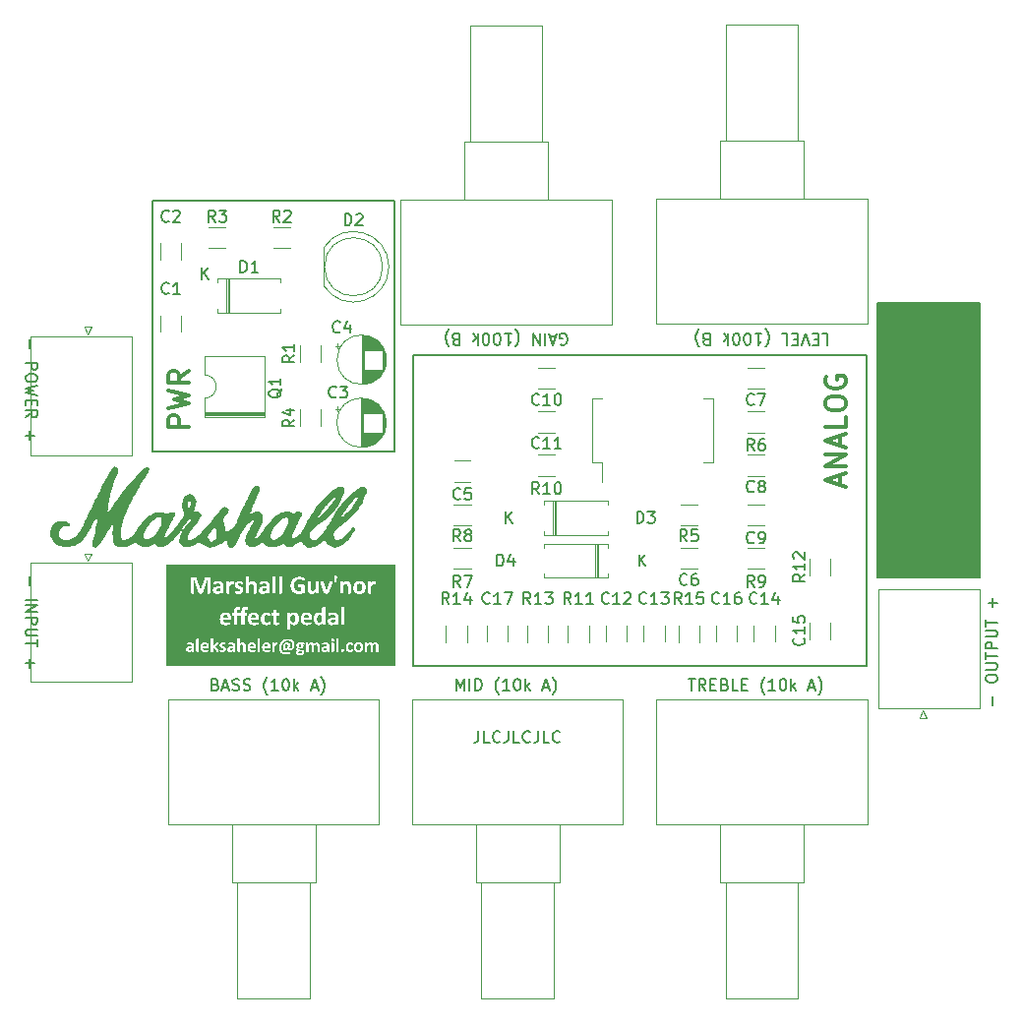
<source format=gbr>
%TF.GenerationSoftware,KiCad,Pcbnew,7.0.7*%
%TF.CreationDate,2024-01-15T18:38:01+01:00*%
%TF.ProjectId,MarshallGuvnor,4d617273-6861-46c6-9c47-75766e6f722e,rev?*%
%TF.SameCoordinates,Original*%
%TF.FileFunction,Legend,Top*%
%TF.FilePolarity,Positive*%
%FSLAX46Y46*%
G04 Gerber Fmt 4.6, Leading zero omitted, Abs format (unit mm)*
G04 Created by KiCad (PCBNEW 7.0.7) date 2024-01-15 18:38:01*
%MOMM*%
%LPD*%
G01*
G04 APERTURE LIST*
%ADD10C,0.150000*%
%ADD11C,0.200000*%
%ADD12C,0.375000*%
%ADD13C,0.400000*%
%ADD14C,0.120000*%
G04 APERTURE END LIST*
D10*
X139622493Y-146869819D02*
X139622493Y-147584104D01*
X139622493Y-147584104D02*
X139574874Y-147726961D01*
X139574874Y-147726961D02*
X139479636Y-147822200D01*
X139479636Y-147822200D02*
X139336779Y-147869819D01*
X139336779Y-147869819D02*
X139241541Y-147869819D01*
X140574874Y-147869819D02*
X140098684Y-147869819D01*
X140098684Y-147869819D02*
X140098684Y-146869819D01*
X141479636Y-147774580D02*
X141432017Y-147822200D01*
X141432017Y-147822200D02*
X141289160Y-147869819D01*
X141289160Y-147869819D02*
X141193922Y-147869819D01*
X141193922Y-147869819D02*
X141051065Y-147822200D01*
X141051065Y-147822200D02*
X140955827Y-147726961D01*
X140955827Y-147726961D02*
X140908208Y-147631723D01*
X140908208Y-147631723D02*
X140860589Y-147441247D01*
X140860589Y-147441247D02*
X140860589Y-147298390D01*
X140860589Y-147298390D02*
X140908208Y-147107914D01*
X140908208Y-147107914D02*
X140955827Y-147012676D01*
X140955827Y-147012676D02*
X141051065Y-146917438D01*
X141051065Y-146917438D02*
X141193922Y-146869819D01*
X141193922Y-146869819D02*
X141289160Y-146869819D01*
X141289160Y-146869819D02*
X141432017Y-146917438D01*
X141432017Y-146917438D02*
X141479636Y-146965057D01*
X142193922Y-146869819D02*
X142193922Y-147584104D01*
X142193922Y-147584104D02*
X142146303Y-147726961D01*
X142146303Y-147726961D02*
X142051065Y-147822200D01*
X142051065Y-147822200D02*
X141908208Y-147869819D01*
X141908208Y-147869819D02*
X141812970Y-147869819D01*
X143146303Y-147869819D02*
X142670113Y-147869819D01*
X142670113Y-147869819D02*
X142670113Y-146869819D01*
X144051065Y-147774580D02*
X144003446Y-147822200D01*
X144003446Y-147822200D02*
X143860589Y-147869819D01*
X143860589Y-147869819D02*
X143765351Y-147869819D01*
X143765351Y-147869819D02*
X143622494Y-147822200D01*
X143622494Y-147822200D02*
X143527256Y-147726961D01*
X143527256Y-147726961D02*
X143479637Y-147631723D01*
X143479637Y-147631723D02*
X143432018Y-147441247D01*
X143432018Y-147441247D02*
X143432018Y-147298390D01*
X143432018Y-147298390D02*
X143479637Y-147107914D01*
X143479637Y-147107914D02*
X143527256Y-147012676D01*
X143527256Y-147012676D02*
X143622494Y-146917438D01*
X143622494Y-146917438D02*
X143765351Y-146869819D01*
X143765351Y-146869819D02*
X143860589Y-146869819D01*
X143860589Y-146869819D02*
X144003446Y-146917438D01*
X144003446Y-146917438D02*
X144051065Y-146965057D01*
X144765351Y-146869819D02*
X144765351Y-147584104D01*
X144765351Y-147584104D02*
X144717732Y-147726961D01*
X144717732Y-147726961D02*
X144622494Y-147822200D01*
X144622494Y-147822200D02*
X144479637Y-147869819D01*
X144479637Y-147869819D02*
X144384399Y-147869819D01*
X145717732Y-147869819D02*
X145241542Y-147869819D01*
X145241542Y-147869819D02*
X145241542Y-146869819D01*
X146622494Y-147774580D02*
X146574875Y-147822200D01*
X146574875Y-147822200D02*
X146432018Y-147869819D01*
X146432018Y-147869819D02*
X146336780Y-147869819D01*
X146336780Y-147869819D02*
X146193923Y-147822200D01*
X146193923Y-147822200D02*
X146098685Y-147726961D01*
X146098685Y-147726961D02*
X146051066Y-147631723D01*
X146051066Y-147631723D02*
X146003447Y-147441247D01*
X146003447Y-147441247D02*
X146003447Y-147298390D01*
X146003447Y-147298390D02*
X146051066Y-147107914D01*
X146051066Y-147107914D02*
X146098685Y-147012676D01*
X146098685Y-147012676D02*
X146193923Y-146917438D01*
X146193923Y-146917438D02*
X146336780Y-146869819D01*
X146336780Y-146869819D02*
X146432018Y-146869819D01*
X146432018Y-146869819D02*
X146574875Y-146917438D01*
X146574875Y-146917438D02*
X146622494Y-146965057D01*
X134000000Y-114500000D02*
X173000000Y-114500000D01*
X173000000Y-141250000D01*
X134000000Y-141250000D01*
X134000000Y-114500000D01*
X111600000Y-101200000D02*
X132400000Y-101200000D01*
X132400000Y-122800000D01*
X111600000Y-122800000D01*
X111600000Y-101200000D01*
X174000000Y-110000000D02*
X182800000Y-110000000D01*
X182800000Y-133600000D01*
X174000000Y-133600000D01*
X174000000Y-110000000D01*
G36*
X174000000Y-110000000D02*
G01*
X182800000Y-110000000D01*
X182800000Y-133600000D01*
X174000000Y-133600000D01*
X174000000Y-110000000D01*
G37*
D11*
X101013733Y-113190476D02*
X101013733Y-113952381D01*
X100632780Y-115190476D02*
X101632780Y-115190476D01*
X101632780Y-115190476D02*
X101632780Y-115571428D01*
X101632780Y-115571428D02*
X101585161Y-115666666D01*
X101585161Y-115666666D02*
X101537542Y-115714285D01*
X101537542Y-115714285D02*
X101442304Y-115761904D01*
X101442304Y-115761904D02*
X101299447Y-115761904D01*
X101299447Y-115761904D02*
X101204209Y-115714285D01*
X101204209Y-115714285D02*
X101156590Y-115666666D01*
X101156590Y-115666666D02*
X101108971Y-115571428D01*
X101108971Y-115571428D02*
X101108971Y-115190476D01*
X101632780Y-116380952D02*
X101632780Y-116571428D01*
X101632780Y-116571428D02*
X101585161Y-116666666D01*
X101585161Y-116666666D02*
X101489923Y-116761904D01*
X101489923Y-116761904D02*
X101299447Y-116809523D01*
X101299447Y-116809523D02*
X100966114Y-116809523D01*
X100966114Y-116809523D02*
X100775638Y-116761904D01*
X100775638Y-116761904D02*
X100680400Y-116666666D01*
X100680400Y-116666666D02*
X100632780Y-116571428D01*
X100632780Y-116571428D02*
X100632780Y-116380952D01*
X100632780Y-116380952D02*
X100680400Y-116285714D01*
X100680400Y-116285714D02*
X100775638Y-116190476D01*
X100775638Y-116190476D02*
X100966114Y-116142857D01*
X100966114Y-116142857D02*
X101299447Y-116142857D01*
X101299447Y-116142857D02*
X101489923Y-116190476D01*
X101489923Y-116190476D02*
X101585161Y-116285714D01*
X101585161Y-116285714D02*
X101632780Y-116380952D01*
X101632780Y-117142857D02*
X100632780Y-117380952D01*
X100632780Y-117380952D02*
X101347066Y-117571428D01*
X101347066Y-117571428D02*
X100632780Y-117761904D01*
X100632780Y-117761904D02*
X101632780Y-118000000D01*
X101156590Y-118380952D02*
X101156590Y-118714285D01*
X100632780Y-118857142D02*
X100632780Y-118380952D01*
X100632780Y-118380952D02*
X101632780Y-118380952D01*
X101632780Y-118380952D02*
X101632780Y-118857142D01*
X100632780Y-119857142D02*
X101108971Y-119523809D01*
X100632780Y-119285714D02*
X101632780Y-119285714D01*
X101632780Y-119285714D02*
X101632780Y-119666666D01*
X101632780Y-119666666D02*
X101585161Y-119761904D01*
X101585161Y-119761904D02*
X101537542Y-119809523D01*
X101537542Y-119809523D02*
X101442304Y-119857142D01*
X101442304Y-119857142D02*
X101299447Y-119857142D01*
X101299447Y-119857142D02*
X101204209Y-119809523D01*
X101204209Y-119809523D02*
X101156590Y-119761904D01*
X101156590Y-119761904D02*
X101108971Y-119666666D01*
X101108971Y-119666666D02*
X101108971Y-119285714D01*
X101013733Y-121047619D02*
X101013733Y-121809524D01*
X100632780Y-121428571D02*
X101394685Y-121428571D01*
G36*
X124317746Y-140012587D02*
G01*
X124324179Y-140012840D01*
X124336516Y-140013765D01*
X124350946Y-140015707D01*
X124364274Y-140018522D01*
X124376500Y-140022210D01*
X124387624Y-140026771D01*
X124399518Y-140033397D01*
X124403103Y-140035845D01*
X124412469Y-140044003D01*
X124419754Y-140053376D01*
X124424958Y-140063965D01*
X124428080Y-140075770D01*
X124429121Y-140088791D01*
X124429089Y-140091384D01*
X124427967Y-140104109D01*
X124425242Y-140116434D01*
X124420914Y-140128358D01*
X124417425Y-140135269D01*
X124410644Y-140145171D01*
X124402010Y-140154517D01*
X124392777Y-140162357D01*
X124387671Y-140166071D01*
X124376277Y-140172922D01*
X124365015Y-140178285D01*
X124352547Y-140183060D01*
X124340900Y-140186683D01*
X124328384Y-140189871D01*
X124314797Y-140192399D01*
X124302655Y-140194002D01*
X124289769Y-140195146D01*
X124276140Y-140195833D01*
X124261765Y-140196062D01*
X124247834Y-140195879D01*
X124234505Y-140195331D01*
X124221778Y-140194416D01*
X124209655Y-140193136D01*
X124194428Y-140190860D01*
X124180272Y-140187934D01*
X124167189Y-140184357D01*
X124155176Y-140180130D01*
X124144236Y-140175253D01*
X124132246Y-140168278D01*
X124122288Y-140160358D01*
X124114363Y-140151494D01*
X124107535Y-140139610D01*
X124103633Y-140126366D01*
X124102617Y-140114290D01*
X124102619Y-140113485D01*
X124103203Y-140101614D01*
X124104962Y-140089377D01*
X124105703Y-140086359D01*
X124109954Y-140074797D01*
X124115513Y-140064464D01*
X124120335Y-140057259D01*
X124127919Y-140047292D01*
X124136029Y-140037793D01*
X124142078Y-140031582D01*
X124151050Y-140023431D01*
X124160154Y-140016031D01*
X124170321Y-140008484D01*
X124317746Y-140012587D01*
G37*
G36*
X124261842Y-139389592D02*
G01*
X124276011Y-139390526D01*
X124289329Y-139392394D01*
X124301794Y-139395197D01*
X124313408Y-139398934D01*
X124324170Y-139403605D01*
X124336425Y-139410758D01*
X124347348Y-139419370D01*
X124356889Y-139429200D01*
X124364813Y-139440190D01*
X124371120Y-139452339D01*
X124375810Y-139465646D01*
X124378398Y-139477127D01*
X124379950Y-139489350D01*
X124380468Y-139502315D01*
X124380274Y-139509233D01*
X124378953Y-139521469D01*
X124376379Y-139533427D01*
X124372554Y-139545106D01*
X124369987Y-139551396D01*
X124364428Y-139562104D01*
X124357663Y-139572025D01*
X124349693Y-139581157D01*
X124343699Y-139586755D01*
X124333666Y-139594303D01*
X124322380Y-139600830D01*
X124311298Y-139605776D01*
X124306884Y-139607348D01*
X124294410Y-139610782D01*
X124282653Y-139612886D01*
X124270111Y-139614148D01*
X124256783Y-139614569D01*
X124253162Y-139614540D01*
X124239172Y-139613853D01*
X124225969Y-139612251D01*
X124213554Y-139609732D01*
X124201926Y-139606297D01*
X124188500Y-139600716D01*
X124176304Y-139593703D01*
X124165338Y-139585260D01*
X124157645Y-139577598D01*
X124149470Y-139567081D01*
X124142899Y-139555519D01*
X124137930Y-139542912D01*
X124134564Y-139529261D01*
X124133025Y-139517588D01*
X124132512Y-139505246D01*
X124132691Y-139498145D01*
X124133915Y-139485579D01*
X124136297Y-139473291D01*
X124139839Y-139461282D01*
X124142322Y-139454732D01*
X124147766Y-139443627D01*
X124154461Y-139433403D01*
X124162408Y-139424060D01*
X124168401Y-139418262D01*
X124178435Y-139410493D01*
X124189720Y-139403836D01*
X124200802Y-139398854D01*
X124205208Y-139397178D01*
X124217587Y-139393514D01*
X124229169Y-139391270D01*
X124241453Y-139389924D01*
X124254438Y-139389475D01*
X124261842Y-139389592D01*
G37*
G36*
X123119964Y-139389566D02*
G01*
X123132191Y-139390940D01*
X123143924Y-139393963D01*
X123155162Y-139398634D01*
X123165906Y-139404954D01*
X123176155Y-139412922D01*
X123182859Y-139419068D01*
X123191137Y-139427755D01*
X123199300Y-139437558D01*
X123207349Y-139448477D01*
X123215283Y-139460513D01*
X123221547Y-139470945D01*
X123227739Y-139482092D01*
X123194033Y-139662929D01*
X123192444Y-139664643D01*
X123183088Y-139674604D01*
X123174041Y-139684008D01*
X123165303Y-139692856D01*
X123156875Y-139701147D01*
X123147432Y-139710117D01*
X123138326Y-139718343D01*
X123128228Y-139726852D01*
X123118460Y-139734408D01*
X123107865Y-139741771D01*
X123105562Y-139743248D01*
X123095343Y-139749270D01*
X123084261Y-139754766D01*
X123072401Y-139759356D01*
X123063992Y-139761664D01*
X123051724Y-139763890D01*
X123039867Y-139764632D01*
X123032060Y-139764379D01*
X123020010Y-139762837D01*
X123007137Y-139759134D01*
X122995995Y-139753412D01*
X122986584Y-139745670D01*
X122978904Y-139735909D01*
X122976704Y-139732200D01*
X122970954Y-139720100D01*
X122967139Y-139708899D01*
X122964211Y-139696681D01*
X122962170Y-139683448D01*
X122961017Y-139669198D01*
X122960733Y-139657067D01*
X122960988Y-139644476D01*
X122961643Y-139632349D01*
X122962700Y-139619343D01*
X122963957Y-139607242D01*
X122964836Y-139600116D01*
X122966727Y-139587558D01*
X122969067Y-139574887D01*
X122971856Y-139562104D01*
X122975094Y-139549210D01*
X122977132Y-139541759D01*
X122980985Y-139528830D01*
X122985202Y-139516041D01*
X122989785Y-139503393D01*
X122994731Y-139490884D01*
X122997818Y-139483800D01*
X123003616Y-139471865D01*
X123009919Y-139460518D01*
X123016727Y-139449761D01*
X123024040Y-139439593D01*
X123026258Y-139436772D01*
X123034326Y-139427476D01*
X123042872Y-139419077D01*
X123053221Y-139410577D01*
X123064194Y-139403250D01*
X123067040Y-139401582D01*
X123078929Y-139395986D01*
X123091623Y-139392111D01*
X123103392Y-139390134D01*
X123115778Y-139389475D01*
X123119964Y-139389566D01*
G37*
G36*
X114920063Y-139829991D02*
G01*
X114915341Y-139835116D01*
X114905926Y-139844898D01*
X114896547Y-139854057D01*
X114887204Y-139862593D01*
X114877899Y-139870506D01*
X114868630Y-139877797D01*
X114857095Y-139886035D01*
X114845618Y-139893299D01*
X114841011Y-139895890D01*
X114829253Y-139901636D01*
X114817151Y-139906337D01*
X114804706Y-139909993D01*
X114791918Y-139912605D01*
X114778786Y-139914172D01*
X114765311Y-139914695D01*
X114755782Y-139914470D01*
X114743694Y-139913474D01*
X114729576Y-139911109D01*
X114716560Y-139907498D01*
X114704646Y-139902642D01*
X114693834Y-139896541D01*
X114684124Y-139889196D01*
X114680575Y-139885898D01*
X114672704Y-139877014D01*
X114666264Y-139867214D01*
X114661255Y-139856498D01*
X114657677Y-139844866D01*
X114655531Y-139832318D01*
X114654815Y-139818854D01*
X114655306Y-139807594D01*
X114657069Y-139795412D01*
X114660114Y-139783963D01*
X114665073Y-139771959D01*
X114670136Y-139763278D01*
X114678336Y-139752981D01*
X114687220Y-139744647D01*
X114697606Y-139737081D01*
X114706423Y-139731953D01*
X114717882Y-139726622D01*
X114730602Y-139721992D01*
X114742510Y-139718581D01*
X114755345Y-139715685D01*
X114764440Y-139713968D01*
X114776453Y-139712143D01*
X114789181Y-139710677D01*
X114802625Y-139709567D01*
X114816785Y-139708816D01*
X114828627Y-139708473D01*
X114840928Y-139708358D01*
X114920063Y-139708358D01*
X114920063Y-139829991D01*
G37*
G36*
X116070901Y-139389524D02*
G01*
X116084978Y-139390258D01*
X116098337Y-139391873D01*
X116110981Y-139394369D01*
X116122909Y-139397746D01*
X116134121Y-139402004D01*
X116147956Y-139409052D01*
X116160517Y-139417666D01*
X116171806Y-139427847D01*
X116181821Y-139439593D01*
X116186355Y-139445969D01*
X116192572Y-139456087D01*
X116198088Y-139466869D01*
X116202903Y-139478316D01*
X116207018Y-139490428D01*
X116210432Y-139503204D01*
X116213145Y-139516644D01*
X116215158Y-139530750D01*
X116216470Y-139545520D01*
X116217082Y-139560954D01*
X116216992Y-139577053D01*
X115906902Y-139577053D01*
X115907474Y-139567381D01*
X115908563Y-139555497D01*
X115910067Y-139543842D01*
X115912420Y-139530159D01*
X115915370Y-139516805D01*
X115918918Y-139503780D01*
X115920236Y-139499529D01*
X115924615Y-139487202D01*
X115929633Y-139475514D01*
X115935290Y-139464465D01*
X115941586Y-139454054D01*
X115948521Y-139444283D01*
X115950977Y-139441173D01*
X115958815Y-139432339D01*
X115967354Y-139424247D01*
X115976593Y-139416897D01*
X115986533Y-139410289D01*
X115997174Y-139404422D01*
X116002759Y-139401751D01*
X116014472Y-139397197D01*
X116026905Y-139393693D01*
X116040060Y-139391241D01*
X116053936Y-139389840D01*
X116066050Y-139389475D01*
X116070901Y-139389524D01*
G37*
G36*
X118467641Y-139829991D02*
G01*
X118462920Y-139835116D01*
X118453504Y-139844898D01*
X118444125Y-139854057D01*
X118434783Y-139862593D01*
X118425477Y-139870506D01*
X118416208Y-139877797D01*
X118404674Y-139886035D01*
X118393196Y-139893299D01*
X118388589Y-139895890D01*
X118376831Y-139901636D01*
X118364730Y-139906337D01*
X118352285Y-139909993D01*
X118339496Y-139912605D01*
X118326364Y-139914172D01*
X118312889Y-139914695D01*
X118303360Y-139914470D01*
X118291273Y-139913474D01*
X118277155Y-139911109D01*
X118264139Y-139907498D01*
X118252225Y-139902642D01*
X118241413Y-139896541D01*
X118231703Y-139889196D01*
X118228154Y-139885898D01*
X118220282Y-139877014D01*
X118213842Y-139867214D01*
X118208834Y-139856498D01*
X118205256Y-139844866D01*
X118203109Y-139832318D01*
X118202394Y-139818854D01*
X118202884Y-139807594D01*
X118204648Y-139795412D01*
X118207693Y-139783963D01*
X118212652Y-139771959D01*
X118217715Y-139763278D01*
X118225914Y-139752981D01*
X118234798Y-139744647D01*
X118245185Y-139737081D01*
X118254002Y-139731953D01*
X118265460Y-139726622D01*
X118278181Y-139721992D01*
X118290089Y-139718581D01*
X118302924Y-139715685D01*
X118312019Y-139713968D01*
X118324032Y-139712143D01*
X118336760Y-139710677D01*
X118350204Y-139709567D01*
X118364363Y-139708816D01*
X118376206Y-139708473D01*
X118388507Y-139708358D01*
X118467641Y-139708358D01*
X118467641Y-139829991D01*
G37*
G36*
X120107356Y-139389524D02*
G01*
X120121432Y-139390258D01*
X120134792Y-139391873D01*
X120147436Y-139394369D01*
X120159364Y-139397746D01*
X120170576Y-139402004D01*
X120184411Y-139409052D01*
X120196972Y-139417666D01*
X120208261Y-139427847D01*
X120218276Y-139439593D01*
X120222810Y-139445969D01*
X120229027Y-139456087D01*
X120234543Y-139466869D01*
X120239358Y-139478316D01*
X120243473Y-139490428D01*
X120246887Y-139503204D01*
X120249600Y-139516644D01*
X120251613Y-139530750D01*
X120252925Y-139545520D01*
X120253537Y-139560954D01*
X120253447Y-139577053D01*
X119943357Y-139577053D01*
X119943929Y-139567381D01*
X119945018Y-139555497D01*
X119946522Y-139543842D01*
X119948875Y-139530159D01*
X119951825Y-139516805D01*
X119955373Y-139503780D01*
X119956691Y-139499529D01*
X119961070Y-139487202D01*
X119966088Y-139475514D01*
X119971745Y-139464465D01*
X119978041Y-139454054D01*
X119984976Y-139444283D01*
X119987432Y-139441173D01*
X119995270Y-139432339D01*
X120003809Y-139424247D01*
X120013048Y-139416897D01*
X120022988Y-139410289D01*
X120033629Y-139404422D01*
X120039214Y-139401751D01*
X120050927Y-139397197D01*
X120063360Y-139393693D01*
X120076515Y-139391241D01*
X120090391Y-139389840D01*
X120102505Y-139389475D01*
X120107356Y-139389524D01*
G37*
G36*
X121365305Y-139389524D02*
G01*
X121379381Y-139390258D01*
X121392741Y-139391873D01*
X121405385Y-139394369D01*
X121417312Y-139397746D01*
X121428524Y-139402004D01*
X121442359Y-139409052D01*
X121454921Y-139417666D01*
X121466209Y-139427847D01*
X121476225Y-139439593D01*
X121480758Y-139445969D01*
X121486975Y-139456087D01*
X121492491Y-139466869D01*
X121497307Y-139478316D01*
X121501421Y-139490428D01*
X121504835Y-139503204D01*
X121507549Y-139516644D01*
X121509562Y-139530750D01*
X121510874Y-139545520D01*
X121511485Y-139560954D01*
X121511396Y-139577053D01*
X121201305Y-139577053D01*
X121201877Y-139567381D01*
X121202966Y-139555497D01*
X121204471Y-139543842D01*
X121206823Y-139530159D01*
X121209774Y-139516805D01*
X121213322Y-139503780D01*
X121214639Y-139499529D01*
X121219019Y-139487202D01*
X121224037Y-139475514D01*
X121229694Y-139464465D01*
X121235989Y-139454054D01*
X121242924Y-139444283D01*
X121245381Y-139441173D01*
X121253219Y-139432339D01*
X121261757Y-139424247D01*
X121270997Y-139416897D01*
X121280936Y-139410289D01*
X121291577Y-139404422D01*
X121297163Y-139401751D01*
X121308875Y-139397197D01*
X121321308Y-139393693D01*
X121334463Y-139391241D01*
X121348339Y-139389840D01*
X121360454Y-139389475D01*
X121365305Y-139389524D01*
G37*
G36*
X126568688Y-139829991D02*
G01*
X126563967Y-139835116D01*
X126554551Y-139844898D01*
X126545172Y-139854057D01*
X126535830Y-139862593D01*
X126526524Y-139870506D01*
X126517255Y-139877797D01*
X126505720Y-139886035D01*
X126494243Y-139893299D01*
X126489636Y-139895890D01*
X126477878Y-139901636D01*
X126465776Y-139906337D01*
X126453331Y-139909993D01*
X126440543Y-139912605D01*
X126427411Y-139914172D01*
X126413936Y-139914695D01*
X126404407Y-139914470D01*
X126392319Y-139913474D01*
X126378202Y-139911109D01*
X126365186Y-139907498D01*
X126353272Y-139902642D01*
X126342460Y-139896541D01*
X126332749Y-139889196D01*
X126329200Y-139885898D01*
X126321329Y-139877014D01*
X126314889Y-139867214D01*
X126309880Y-139856498D01*
X126306303Y-139844866D01*
X126304156Y-139832318D01*
X126303440Y-139818854D01*
X126303931Y-139807594D01*
X126305694Y-139795412D01*
X126308740Y-139783963D01*
X126313699Y-139771959D01*
X126318761Y-139763278D01*
X126326961Y-139752981D01*
X126335845Y-139744647D01*
X126346232Y-139737081D01*
X126355048Y-139731953D01*
X126366507Y-139726622D01*
X126379227Y-139721992D01*
X126391135Y-139718581D01*
X126403971Y-139715685D01*
X126413066Y-139713968D01*
X126425078Y-139712143D01*
X126437807Y-139710677D01*
X126451251Y-139709567D01*
X126465410Y-139708816D01*
X126477253Y-139708473D01*
X126489553Y-139708358D01*
X126568688Y-139708358D01*
X126568688Y-139829991D01*
G37*
G36*
X129302836Y-139408395D02*
G01*
X129315107Y-139409116D01*
X129329660Y-139410829D01*
X129343340Y-139413444D01*
X129356147Y-139416960D01*
X129368081Y-139421378D01*
X129379142Y-139426697D01*
X129383374Y-139429063D01*
X129393485Y-139435477D01*
X129402923Y-139442607D01*
X129411689Y-139450452D01*
X129419782Y-139459013D01*
X129427202Y-139468289D01*
X129433950Y-139478281D01*
X129436503Y-139482432D01*
X129442465Y-139493218D01*
X129447826Y-139504591D01*
X129452586Y-139516551D01*
X129456744Y-139529097D01*
X129460302Y-139542231D01*
X129463259Y-139555951D01*
X129464830Y-139564378D01*
X129467106Y-139578757D01*
X129468617Y-139590558D01*
X129469853Y-139602625D01*
X129470815Y-139614958D01*
X129471502Y-139627557D01*
X129471914Y-139640421D01*
X129472052Y-139653550D01*
X129471956Y-139664158D01*
X129471533Y-139677965D01*
X129470770Y-139691388D01*
X129469669Y-139704426D01*
X129468229Y-139717079D01*
X129466449Y-139729348D01*
X129464331Y-139741232D01*
X129461207Y-139755546D01*
X129459843Y-139761063D01*
X129456030Y-139774405D01*
X129451645Y-139787104D01*
X129446688Y-139799158D01*
X129441158Y-139810568D01*
X129435056Y-139821334D01*
X129428381Y-139831457D01*
X129421120Y-139840899D01*
X129413257Y-139849626D01*
X129403029Y-139859154D01*
X129391935Y-139867651D01*
X129382028Y-139873945D01*
X129371521Y-139879524D01*
X129367149Y-139881511D01*
X129355787Y-139885919D01*
X129343810Y-139889525D01*
X129331218Y-139892330D01*
X129318010Y-139894334D01*
X129304187Y-139895536D01*
X129289749Y-139895937D01*
X129280331Y-139895777D01*
X129268223Y-139895067D01*
X129253808Y-139893381D01*
X129240196Y-139890808D01*
X129227384Y-139887348D01*
X129215375Y-139883000D01*
X129204166Y-139877765D01*
X129193709Y-139871729D01*
X129183953Y-139864977D01*
X129173172Y-139855930D01*
X129163400Y-139845852D01*
X129156028Y-139836668D01*
X129149358Y-139826767D01*
X129146874Y-139822583D01*
X129141043Y-139811730D01*
X129135757Y-139800320D01*
X129131014Y-139788352D01*
X129126815Y-139775825D01*
X129123160Y-139762741D01*
X129120049Y-139749098D01*
X129117919Y-139737759D01*
X129116074Y-139726163D01*
X129114512Y-139714312D01*
X129113234Y-139702203D01*
X129112241Y-139689838D01*
X129111531Y-139677217D01*
X129111105Y-139664340D01*
X129110963Y-139651205D01*
X129111061Y-139640600D01*
X129111496Y-139626804D01*
X129112279Y-139613402D01*
X129113410Y-139600394D01*
X129114889Y-139587779D01*
X129116717Y-139575559D01*
X129118892Y-139563732D01*
X129122100Y-139549503D01*
X129123536Y-139543984D01*
X129127506Y-139530629D01*
X129132020Y-139517904D01*
X129137077Y-139505808D01*
X129142679Y-139494342D01*
X129148824Y-139483506D01*
X129155513Y-139473299D01*
X129161274Y-139465555D01*
X129169016Y-139456557D01*
X129179100Y-139446762D01*
X129190050Y-139438058D01*
X129201865Y-139430447D01*
X129212373Y-139424939D01*
X129216742Y-139422916D01*
X129228064Y-139418429D01*
X129239960Y-139414758D01*
X129252428Y-139411903D01*
X129265468Y-139409864D01*
X129279081Y-139408640D01*
X129293266Y-139408233D01*
X129302836Y-139408395D01*
G37*
G36*
X131185728Y-140517554D02*
G01*
X114280567Y-140517554D01*
X114280567Y-139826767D01*
X114451996Y-139826767D01*
X114452303Y-139841271D01*
X114453223Y-139855325D01*
X114454757Y-139868931D01*
X114456905Y-139882088D01*
X114459667Y-139894796D01*
X114463042Y-139907056D01*
X114467030Y-139918867D01*
X114471633Y-139930228D01*
X114476863Y-139941068D01*
X114482587Y-139951459D01*
X114488806Y-139961401D01*
X114497276Y-139973198D01*
X114506518Y-139984293D01*
X114516533Y-139994688D01*
X114527320Y-140004381D01*
X114536534Y-140011625D01*
X114546151Y-140018412D01*
X114556171Y-140024741D01*
X114566595Y-140030612D01*
X114577421Y-140036025D01*
X114588650Y-140040980D01*
X114600282Y-140045477D01*
X114612317Y-140049517D01*
X114624704Y-140053089D01*
X114637394Y-140056184D01*
X114650387Y-140058804D01*
X114663681Y-140060947D01*
X114677278Y-140062614D01*
X114691177Y-140063805D01*
X114705378Y-140064519D01*
X114719881Y-140064757D01*
X114728697Y-140064642D01*
X114741732Y-140064035D01*
X114754539Y-140062907D01*
X114767121Y-140061259D01*
X114779475Y-140059091D01*
X114791603Y-140056403D01*
X114803504Y-140053194D01*
X114815178Y-140049465D01*
X114826626Y-140045215D01*
X114837847Y-140040445D01*
X114848842Y-140035155D01*
X114856046Y-140031380D01*
X114866669Y-140025439D01*
X114877070Y-140019163D01*
X114887249Y-140012552D01*
X114897207Y-140005607D01*
X114906944Y-139998326D01*
X114916459Y-139990711D01*
X114925752Y-139982760D01*
X114934824Y-139974475D01*
X114943674Y-139965855D01*
X114952303Y-139956900D01*
X114952303Y-140015518D01*
X114953292Y-140023431D01*
X114959337Y-140033690D01*
X114960254Y-140034482D01*
X114971100Y-140040107D01*
X114983077Y-140043069D01*
X114987643Y-140043756D01*
X115000227Y-140044966D01*
X115012226Y-140045587D01*
X115024052Y-140045896D01*
X115037299Y-140046000D01*
X115039444Y-140045997D01*
X115051617Y-140045873D01*
X115064307Y-140045495D01*
X115076819Y-140044753D01*
X115089470Y-140043362D01*
X115092737Y-140042781D01*
X115104930Y-140039551D01*
X115115555Y-140033983D01*
X115120868Y-140027732D01*
X115123761Y-140015811D01*
X115123761Y-140013173D01*
X115325994Y-140013173D01*
X115326233Y-140016665D01*
X115330977Y-140027535D01*
X115336627Y-140032528D01*
X115347683Y-140037793D01*
X115355045Y-140039939D01*
X115366737Y-140042295D01*
X115379337Y-140043948D01*
X115380593Y-140044074D01*
X115392824Y-140045030D01*
X115405097Y-140045607D01*
X115416918Y-140045901D01*
X115429749Y-140046000D01*
X115442680Y-140045901D01*
X115456153Y-140045549D01*
X115468234Y-140044940D01*
X115480160Y-140043948D01*
X115487346Y-140043106D01*
X115499985Y-140040991D01*
X115511814Y-140037793D01*
X115519245Y-140034730D01*
X115528814Y-140027535D01*
X115530755Y-140024744D01*
X115533796Y-140013173D01*
X115533796Y-139660291D01*
X115695876Y-139660291D01*
X115695900Y-139666677D01*
X115696090Y-139679296D01*
X115696470Y-139691711D01*
X115697040Y-139703923D01*
X115697800Y-139715930D01*
X115698750Y-139727734D01*
X115700532Y-139745058D01*
X115702741Y-139761923D01*
X115705378Y-139778329D01*
X115708443Y-139794277D01*
X115711935Y-139809767D01*
X115715855Y-139824798D01*
X115720202Y-139839370D01*
X115723342Y-139848794D01*
X115728420Y-139862547D01*
X115733941Y-139875842D01*
X115739905Y-139888678D01*
X115746313Y-139901055D01*
X115753163Y-139912975D01*
X115760457Y-139924435D01*
X115768193Y-139935437D01*
X115776373Y-139945981D01*
X115784996Y-139956066D01*
X115794061Y-139965692D01*
X115800347Y-139971822D01*
X115810127Y-139980648D01*
X115820330Y-139989030D01*
X115830955Y-139996969D01*
X115842002Y-140004465D01*
X115853472Y-140011518D01*
X115865365Y-140018128D01*
X115877680Y-140024295D01*
X115890417Y-140030019D01*
X115903577Y-140035300D01*
X115917160Y-140040138D01*
X115926487Y-140043119D01*
X115940835Y-140047230D01*
X115955610Y-140050909D01*
X115970812Y-140054155D01*
X115986443Y-140056968D01*
X116002501Y-140059348D01*
X116018986Y-140061295D01*
X116035899Y-140062810D01*
X116053240Y-140063892D01*
X116065038Y-140064373D01*
X116077026Y-140064661D01*
X116089204Y-140064757D01*
X116102659Y-140064638D01*
X116115912Y-140064281D01*
X116128964Y-140063686D01*
X116141814Y-140062852D01*
X116154463Y-140061781D01*
X116166910Y-140060471D01*
X116179156Y-140058923D01*
X116191200Y-140057137D01*
X116200115Y-140055740D01*
X116211697Y-140053805D01*
X116225684Y-140051271D01*
X116239128Y-140048607D01*
X116252028Y-140045815D01*
X116264384Y-140042894D01*
X116276197Y-140039845D01*
X116289681Y-140035987D01*
X116302218Y-140032110D01*
X116313806Y-140028211D01*
X116326128Y-140023637D01*
X116337160Y-140019035D01*
X116345513Y-140015254D01*
X116349653Y-140013173D01*
X116583943Y-140013173D01*
X116584181Y-140016665D01*
X116588925Y-140027535D01*
X116594575Y-140032528D01*
X116605632Y-140037793D01*
X116612994Y-140039939D01*
X116624685Y-140042295D01*
X116637285Y-140043948D01*
X116638541Y-140044074D01*
X116650772Y-140045030D01*
X116663045Y-140045607D01*
X116674866Y-140045901D01*
X116687697Y-140046000D01*
X116700628Y-140045901D01*
X116714101Y-140045549D01*
X116726182Y-140044940D01*
X116738109Y-140043948D01*
X116745294Y-140043117D01*
X116757934Y-140041083D01*
X116769763Y-140038086D01*
X116777193Y-140035023D01*
X116786762Y-140027828D01*
X116788703Y-140025037D01*
X116791745Y-140013466D01*
X116791745Y-139630982D01*
X117036476Y-140012001D01*
X117041480Y-140019897D01*
X117049665Y-140029000D01*
X117059187Y-140035107D01*
X117070474Y-140039258D01*
X117080811Y-140041469D01*
X117092879Y-140043263D01*
X117105352Y-140044534D01*
X117110825Y-140044878D01*
X117122952Y-140045427D01*
X117134855Y-140045758D01*
X117147964Y-140045948D01*
X117160160Y-140046000D01*
X117162218Y-140045997D01*
X117175932Y-140045871D01*
X117188441Y-140045549D01*
X117201259Y-140044940D01*
X117213796Y-140043948D01*
X117222365Y-140042980D01*
X117234188Y-140041176D01*
X117246329Y-140038379D01*
X117253096Y-140035797D01*
X117262742Y-140028707D01*
X117264570Y-140025916D01*
X117267432Y-140014346D01*
X117266260Y-140004161D01*
X117262742Y-139992950D01*
X117260196Y-139986795D01*
X117254574Y-139975543D01*
X117248381Y-139964813D01*
X117216193Y-139915867D01*
X117331619Y-139915867D01*
X117331638Y-139920377D01*
X117331930Y-139933068D01*
X117332714Y-139946285D01*
X117334193Y-139959296D01*
X117336602Y-139971261D01*
X117338614Y-139977876D01*
X117343505Y-139989252D01*
X117350670Y-139999398D01*
X117358968Y-140006638D01*
X117369182Y-140013637D01*
X117379393Y-140019621D01*
X117381922Y-140020976D01*
X117392794Y-140026370D01*
X117404875Y-140031728D01*
X117416437Y-140036387D01*
X117428925Y-140041017D01*
X117434545Y-140042909D01*
X117446203Y-140046509D01*
X117458416Y-140049861D01*
X117471186Y-140052966D01*
X117484513Y-140055824D01*
X117496043Y-140058016D01*
X117500748Y-140058833D01*
X117512639Y-140060643D01*
X117524716Y-140062124D01*
X117536979Y-140063276D01*
X117549428Y-140064099D01*
X117562064Y-140064593D01*
X117574885Y-140064757D01*
X117583418Y-140064694D01*
X117596067Y-140064364D01*
X117608535Y-140063750D01*
X117620824Y-140062853D01*
X117632932Y-140061672D01*
X117644860Y-140060208D01*
X117656607Y-140058460D01*
X117671990Y-140055690D01*
X117687052Y-140052415D01*
X117701793Y-140048637D01*
X117716201Y-140044429D01*
X117730113Y-140039716D01*
X117743531Y-140034500D01*
X117756455Y-140028780D01*
X117768884Y-140022557D01*
X117780818Y-140015829D01*
X117792258Y-140008598D01*
X117803203Y-140000863D01*
X117813667Y-139992565D01*
X117823518Y-139983791D01*
X117832755Y-139974540D01*
X117841378Y-139964813D01*
X117849388Y-139954610D01*
X117856784Y-139943930D01*
X117863566Y-139932775D01*
X117869735Y-139921143D01*
X117875230Y-139909039D01*
X117879993Y-139896468D01*
X117884023Y-139883430D01*
X117887320Y-139869925D01*
X117889885Y-139855953D01*
X117891717Y-139841513D01*
X117892804Y-139826767D01*
X117999574Y-139826767D01*
X117999881Y-139841271D01*
X118000802Y-139855325D01*
X118002336Y-139868931D01*
X118004484Y-139882088D01*
X118007245Y-139894796D01*
X118010620Y-139907056D01*
X118014609Y-139918867D01*
X118019211Y-139930228D01*
X118024441Y-139941068D01*
X118030166Y-139951459D01*
X118036385Y-139961401D01*
X118044854Y-139973198D01*
X118054096Y-139984293D01*
X118064111Y-139994688D01*
X118074899Y-140004381D01*
X118084113Y-140011625D01*
X118093730Y-140018412D01*
X118103750Y-140024741D01*
X118114173Y-140030612D01*
X118124999Y-140036025D01*
X118136228Y-140040980D01*
X118147860Y-140045477D01*
X118159895Y-140049517D01*
X118172283Y-140053089D01*
X118184973Y-140056184D01*
X118197965Y-140058804D01*
X118211260Y-140060947D01*
X118224856Y-140062614D01*
X118238755Y-140063805D01*
X118252956Y-140064519D01*
X118267460Y-140064757D01*
X118276275Y-140064642D01*
X118289310Y-140064035D01*
X118302118Y-140062907D01*
X118314699Y-140061259D01*
X118327054Y-140059091D01*
X118339181Y-140056403D01*
X118351082Y-140053194D01*
X118362757Y-140049465D01*
X118374205Y-140045215D01*
X118385426Y-140040445D01*
X118396420Y-140035155D01*
X118403625Y-140031380D01*
X118414247Y-140025439D01*
X118424648Y-140019163D01*
X118434828Y-140012552D01*
X118444786Y-140005607D01*
X118454522Y-139998326D01*
X118464037Y-139990711D01*
X118473331Y-139982760D01*
X118482402Y-139974475D01*
X118491253Y-139965855D01*
X118499881Y-139956900D01*
X118499881Y-140015518D01*
X118500871Y-140023431D01*
X118506916Y-140033690D01*
X118507833Y-140034482D01*
X118518678Y-140040107D01*
X118530656Y-140043069D01*
X118535222Y-140043756D01*
X118547806Y-140044966D01*
X118559805Y-140045587D01*
X118571630Y-140045896D01*
X118584878Y-140046000D01*
X118587023Y-140045997D01*
X118599195Y-140045873D01*
X118611886Y-140045495D01*
X118624397Y-140044753D01*
X118637048Y-140043362D01*
X118640315Y-140042781D01*
X118652509Y-140039551D01*
X118663133Y-140033983D01*
X118668447Y-140027732D01*
X118671340Y-140015811D01*
X118671340Y-140013173D01*
X118873573Y-140013173D01*
X118873811Y-140016665D01*
X118878555Y-140027535D01*
X118884205Y-140032528D01*
X118895262Y-140037793D01*
X118902624Y-140039939D01*
X118914315Y-140042295D01*
X118926916Y-140043948D01*
X118928171Y-140044074D01*
X118940402Y-140045030D01*
X118952676Y-140045607D01*
X118964496Y-140045901D01*
X118977327Y-140046000D01*
X118990258Y-140045901D01*
X119003731Y-140045549D01*
X119015812Y-140044940D01*
X119027739Y-140043948D01*
X119034924Y-140043117D01*
X119047564Y-140041083D01*
X119059393Y-140038086D01*
X119066823Y-140035057D01*
X119076392Y-140028121D01*
X119078334Y-140025330D01*
X119081375Y-140013759D01*
X119081375Y-139537193D01*
X119086821Y-139530552D01*
X119094943Y-139520970D01*
X119103009Y-139511840D01*
X119113674Y-139500373D01*
X119124239Y-139489712D01*
X119134704Y-139479857D01*
X119145067Y-139470808D01*
X119155330Y-139462564D01*
X119165492Y-139455127D01*
X119170544Y-139451720D01*
X119183145Y-139444164D01*
X119195703Y-139437981D01*
X119208218Y-139433173D01*
X119220690Y-139429738D01*
X119233120Y-139427677D01*
X119245506Y-139426990D01*
X119251316Y-139427093D01*
X119264334Y-139428135D01*
X119276593Y-139430299D01*
X119288096Y-139433585D01*
X119300314Y-139438714D01*
X119311506Y-139445180D01*
X119321636Y-139452856D01*
X119330704Y-139461740D01*
X119338709Y-139471833D01*
X119341447Y-139475867D01*
X119348120Y-139487380D01*
X119353207Y-139498356D01*
X119357592Y-139510173D01*
X119361277Y-139522831D01*
X119362691Y-139528580D01*
X119365102Y-139541268D01*
X119366687Y-139553053D01*
X119367884Y-139565940D01*
X119368696Y-139579929D01*
X119369067Y-139591914D01*
X119369190Y-139604604D01*
X119369190Y-140013759D01*
X119369429Y-140017252D01*
X119374173Y-140028121D01*
X119379767Y-140032913D01*
X119390586Y-140038086D01*
X119398715Y-140040296D01*
X119410585Y-140042494D01*
X119422240Y-140043948D01*
X119423514Y-140044074D01*
X119435881Y-140045030D01*
X119448237Y-140045607D01*
X119460100Y-140045901D01*
X119472945Y-140046000D01*
X119485547Y-140045901D01*
X119498782Y-140045549D01*
X119510771Y-140044940D01*
X119522770Y-140043948D01*
X119530045Y-140043106D01*
X119542740Y-140040991D01*
X119554424Y-140037793D01*
X119561093Y-140035057D01*
X119571130Y-140027828D01*
X119573072Y-140025037D01*
X119576113Y-140013466D01*
X119576113Y-139660291D01*
X119732331Y-139660291D01*
X119732355Y-139666677D01*
X119732545Y-139679296D01*
X119732925Y-139691711D01*
X119733495Y-139703923D01*
X119734255Y-139715930D01*
X119735205Y-139727734D01*
X119736987Y-139745058D01*
X119739196Y-139761923D01*
X119741833Y-139778329D01*
X119744898Y-139794277D01*
X119748390Y-139809767D01*
X119752310Y-139824798D01*
X119756657Y-139839370D01*
X119759797Y-139848794D01*
X119764875Y-139862547D01*
X119770396Y-139875842D01*
X119776360Y-139888678D01*
X119782768Y-139901055D01*
X119789618Y-139912975D01*
X119796912Y-139924435D01*
X119804648Y-139935437D01*
X119812828Y-139945981D01*
X119821451Y-139956066D01*
X119830516Y-139965692D01*
X119836802Y-139971822D01*
X119846582Y-139980648D01*
X119856785Y-139989030D01*
X119867410Y-139996969D01*
X119878457Y-140004465D01*
X119889927Y-140011518D01*
X119901820Y-140018128D01*
X119914135Y-140024295D01*
X119926872Y-140030019D01*
X119940032Y-140035300D01*
X119953615Y-140040138D01*
X119962942Y-140043119D01*
X119977290Y-140047230D01*
X119992065Y-140050909D01*
X120007267Y-140054155D01*
X120022898Y-140056968D01*
X120038956Y-140059348D01*
X120055441Y-140061295D01*
X120072354Y-140062810D01*
X120089695Y-140063892D01*
X120101493Y-140064373D01*
X120113481Y-140064661D01*
X120125659Y-140064757D01*
X120139114Y-140064638D01*
X120152367Y-140064281D01*
X120165419Y-140063686D01*
X120178269Y-140062852D01*
X120190918Y-140061781D01*
X120203365Y-140060471D01*
X120215611Y-140058923D01*
X120227655Y-140057137D01*
X120236570Y-140055740D01*
X120248152Y-140053805D01*
X120262139Y-140051271D01*
X120275583Y-140048607D01*
X120288483Y-140045815D01*
X120300839Y-140042894D01*
X120312652Y-140039845D01*
X120326136Y-140035987D01*
X120338673Y-140032110D01*
X120350261Y-140028211D01*
X120362583Y-140023637D01*
X120373615Y-140019035D01*
X120381968Y-140015254D01*
X120386108Y-140013173D01*
X120620398Y-140013173D01*
X120620636Y-140016665D01*
X120625380Y-140027535D01*
X120631030Y-140032528D01*
X120642087Y-140037793D01*
X120649449Y-140039939D01*
X120661140Y-140042295D01*
X120673740Y-140043948D01*
X120674996Y-140044074D01*
X120687227Y-140045030D01*
X120699500Y-140045607D01*
X120711321Y-140045901D01*
X120724152Y-140046000D01*
X120737083Y-140045901D01*
X120750556Y-140045549D01*
X120762637Y-140044940D01*
X120774564Y-140043948D01*
X120781749Y-140043106D01*
X120794389Y-140040991D01*
X120806218Y-140037793D01*
X120813648Y-140034730D01*
X120823217Y-140027535D01*
X120825158Y-140024744D01*
X120828200Y-140013173D01*
X120828200Y-139660291D01*
X120990279Y-139660291D01*
X120990303Y-139666677D01*
X120990493Y-139679296D01*
X120990873Y-139691711D01*
X120991443Y-139703923D01*
X120992203Y-139715930D01*
X120993154Y-139727734D01*
X120994935Y-139745058D01*
X120997145Y-139761923D01*
X120999782Y-139778329D01*
X121002846Y-139794277D01*
X121006338Y-139809767D01*
X121010258Y-139824798D01*
X121014606Y-139839370D01*
X121017745Y-139848794D01*
X121022823Y-139862547D01*
X121028344Y-139875842D01*
X121034309Y-139888678D01*
X121040716Y-139901055D01*
X121047566Y-139912975D01*
X121054860Y-139924435D01*
X121062597Y-139935437D01*
X121070776Y-139945981D01*
X121079399Y-139956066D01*
X121088465Y-139965692D01*
X121094750Y-139971822D01*
X121104530Y-139980648D01*
X121114733Y-139989030D01*
X121125358Y-139996969D01*
X121136406Y-140004465D01*
X121147876Y-140011518D01*
X121159768Y-140018128D01*
X121172083Y-140024295D01*
X121184821Y-140030019D01*
X121197981Y-140035300D01*
X121211563Y-140040138D01*
X121220891Y-140043119D01*
X121235238Y-140047230D01*
X121250013Y-140050909D01*
X121265216Y-140054155D01*
X121280846Y-140056968D01*
X121296904Y-140059348D01*
X121313389Y-140061295D01*
X121330303Y-140062810D01*
X121347643Y-140063892D01*
X121359441Y-140064373D01*
X121371430Y-140064661D01*
X121383608Y-140064757D01*
X121397063Y-140064638D01*
X121410316Y-140064281D01*
X121423367Y-140063686D01*
X121436218Y-140062852D01*
X121448866Y-140061781D01*
X121461314Y-140060471D01*
X121473559Y-140058923D01*
X121485604Y-140057137D01*
X121494518Y-140055740D01*
X121506100Y-140053805D01*
X121520088Y-140051271D01*
X121533531Y-140048607D01*
X121546432Y-140045815D01*
X121558788Y-140042894D01*
X121570600Y-140039845D01*
X121584085Y-140035987D01*
X121596621Y-140032110D01*
X121608210Y-140028211D01*
X121620532Y-140023637D01*
X121631563Y-140019035D01*
X121639916Y-140015254D01*
X121643473Y-140013466D01*
X121878346Y-140013466D01*
X121878585Y-140016959D01*
X121883329Y-140027828D01*
X121888979Y-140032821D01*
X121900035Y-140038086D01*
X121907397Y-140040090D01*
X121919089Y-140042330D01*
X121931689Y-140043948D01*
X121932945Y-140044074D01*
X121945176Y-140045030D01*
X121957449Y-140045607D01*
X121969270Y-140045901D01*
X121982100Y-140046000D01*
X121995031Y-140045901D01*
X122008504Y-140045549D01*
X122020585Y-140044940D01*
X122032512Y-140043948D01*
X122039698Y-140043117D01*
X122052337Y-140041083D01*
X122064166Y-140038086D01*
X122071596Y-140035023D01*
X122081165Y-140027828D01*
X122083107Y-140025037D01*
X122086148Y-140013466D01*
X122086148Y-139730633D01*
X122470391Y-139730633D01*
X122470518Y-139745669D01*
X122470899Y-139760515D01*
X122471535Y-139775170D01*
X122472424Y-139789636D01*
X122473568Y-139803912D01*
X122474966Y-139817997D01*
X122476618Y-139831893D01*
X122478524Y-139845598D01*
X122480684Y-139859114D01*
X122483099Y-139872439D01*
X122485768Y-139885574D01*
X122488691Y-139898520D01*
X122491868Y-139911275D01*
X122495299Y-139923840D01*
X122498984Y-139936215D01*
X122502924Y-139948400D01*
X122507138Y-139960377D01*
X122511648Y-139972127D01*
X122516453Y-139983650D01*
X122521554Y-139994947D01*
X122526949Y-140006017D01*
X122532641Y-140016860D01*
X122538627Y-140027476D01*
X122544909Y-140037866D01*
X122551487Y-140048029D01*
X122558359Y-140057966D01*
X122565528Y-140067676D01*
X122572991Y-140077159D01*
X122580750Y-140086415D01*
X122588804Y-140095445D01*
X122597154Y-140104248D01*
X122605799Y-140112824D01*
X122614784Y-140121198D01*
X122624081Y-140129320D01*
X122633688Y-140137190D01*
X122643608Y-140144808D01*
X122653839Y-140152174D01*
X122664381Y-140159288D01*
X122675234Y-140166151D01*
X122686399Y-140172762D01*
X122697875Y-140179120D01*
X122709663Y-140185227D01*
X122721762Y-140191082D01*
X122734173Y-140196685D01*
X122746895Y-140202036D01*
X122759928Y-140207136D01*
X122773273Y-140211983D01*
X122786929Y-140216579D01*
X122800921Y-140220909D01*
X122815272Y-140224959D01*
X122829983Y-140228731D01*
X122845053Y-140232222D01*
X122860483Y-140235435D01*
X122876272Y-140238368D01*
X122892421Y-140241022D01*
X122908929Y-140243397D01*
X122925796Y-140245492D01*
X122943024Y-140247308D01*
X122960610Y-140248844D01*
X122978556Y-140250101D01*
X122996862Y-140251079D01*
X123015527Y-140251777D01*
X123034552Y-140252196D01*
X123053936Y-140252336D01*
X123062538Y-140252315D01*
X123075279Y-140252207D01*
X123087824Y-140252006D01*
X123100174Y-140251712D01*
X123112327Y-140251326D01*
X123124285Y-140250847D01*
X123136047Y-140250275D01*
X123151425Y-140249368D01*
X123166455Y-140248297D01*
X123181137Y-140247060D01*
X123188369Y-140246431D01*
X123202474Y-140245130D01*
X123216102Y-140243774D01*
X123229255Y-140242364D01*
X123241931Y-140240898D01*
X123254131Y-140239378D01*
X123268711Y-140237400D01*
X123282547Y-140235337D01*
X123290526Y-140234122D01*
X123303137Y-140232076D01*
X123314889Y-140230001D01*
X123327858Y-140227473D01*
X123339591Y-140224904D01*
X123351717Y-140221854D01*
X123359353Y-140219721D01*
X123371535Y-140215839D01*
X123382784Y-140210424D01*
X123384003Y-140209297D01*
X123390991Y-140199872D01*
X123392530Y-140196648D01*
X123396267Y-140185218D01*
X123397932Y-140176623D01*
X123399197Y-140164702D01*
X123399540Y-140159164D01*
X123399953Y-140147391D01*
X123399959Y-140146823D01*
X123902435Y-140146823D01*
X123902511Y-140152254D01*
X123903361Y-140165592D01*
X123905156Y-140178587D01*
X123907895Y-140191238D01*
X123911578Y-140203545D01*
X123916207Y-140215509D01*
X123921779Y-140227130D01*
X123926977Y-140236129D01*
X123934492Y-140246927D01*
X123943137Y-140257223D01*
X123952913Y-140267019D01*
X123963820Y-140276314D01*
X123973359Y-140283390D01*
X123983622Y-140290145D01*
X123991799Y-140294988D01*
X124003351Y-140301124D01*
X124015645Y-140306894D01*
X124028680Y-140312298D01*
X124042458Y-140317336D01*
X124056977Y-140322007D01*
X124068354Y-140325270D01*
X124080148Y-140328327D01*
X124092359Y-140331177D01*
X124100782Y-140332988D01*
X124113815Y-140335484D01*
X124127328Y-140337717D01*
X124141320Y-140339688D01*
X124155791Y-140341396D01*
X124170741Y-140342841D01*
X124186171Y-140344023D01*
X124202079Y-140344943D01*
X124218467Y-140345600D01*
X124235334Y-140345994D01*
X124252680Y-140346125D01*
X124264638Y-140346044D01*
X124282219Y-140345617D01*
X124299373Y-140344825D01*
X124316099Y-140343666D01*
X124332397Y-140342142D01*
X124348268Y-140340252D01*
X124363711Y-140337996D01*
X124378726Y-140335375D01*
X124393314Y-140332388D01*
X124407475Y-140329035D01*
X124421207Y-140325316D01*
X124434565Y-140321335D01*
X124447489Y-140317086D01*
X124459981Y-140312570D01*
X124472040Y-140307785D01*
X124483667Y-140302733D01*
X124494860Y-140297412D01*
X124505621Y-140291824D01*
X124515949Y-140285968D01*
X124529047Y-140277743D01*
X124541375Y-140269042D01*
X124552943Y-140259901D01*
X124563760Y-140250357D01*
X124573825Y-140240411D01*
X124583140Y-140230061D01*
X124591704Y-140219308D01*
X124599517Y-140208152D01*
X124606578Y-140196594D01*
X124612889Y-140184632D01*
X124618522Y-140172441D01*
X124623404Y-140160049D01*
X124627534Y-140147455D01*
X124630914Y-140134660D01*
X124633543Y-140121663D01*
X124635420Y-140108465D01*
X124636547Y-140095065D01*
X124636923Y-140081464D01*
X124636765Y-140072217D01*
X124636067Y-140060184D01*
X124634408Y-140045619D01*
X124631877Y-140031584D01*
X124628472Y-140018079D01*
X124626952Y-140013466D01*
X124779951Y-140013466D01*
X124780190Y-140016959D01*
X124784934Y-140027828D01*
X124790584Y-140032821D01*
X124801640Y-140038086D01*
X124809002Y-140040090D01*
X124820694Y-140042330D01*
X124833294Y-140043948D01*
X124834550Y-140044074D01*
X124846781Y-140045030D01*
X124859054Y-140045607D01*
X124870875Y-140045901D01*
X124883705Y-140046000D01*
X124896636Y-140045901D01*
X124910109Y-140045549D01*
X124922190Y-140044940D01*
X124934117Y-140043948D01*
X124941303Y-140043117D01*
X124953942Y-140041083D01*
X124965771Y-140038086D01*
X124973201Y-140035057D01*
X124982770Y-140028121D01*
X124984712Y-140025330D01*
X124987753Y-140013759D01*
X124987753Y-139537193D01*
X124993189Y-139530552D01*
X125001257Y-139520970D01*
X125009222Y-139511840D01*
X125019682Y-139500373D01*
X125029958Y-139489712D01*
X125040051Y-139479857D01*
X125049962Y-139470808D01*
X125059689Y-139462564D01*
X125069232Y-139455127D01*
X125073994Y-139451720D01*
X125085888Y-139444164D01*
X125097768Y-139437981D01*
X125109633Y-139433173D01*
X125121484Y-139429738D01*
X125133321Y-139427677D01*
X125145143Y-139426990D01*
X125148850Y-139427036D01*
X125161356Y-139427918D01*
X125173133Y-139429921D01*
X125185700Y-139433585D01*
X125197313Y-139438714D01*
X125207920Y-139445180D01*
X125217463Y-139452856D01*
X125225945Y-139461740D01*
X125233364Y-139471833D01*
X125235940Y-139475867D01*
X125242204Y-139487380D01*
X125246965Y-139498356D01*
X125251052Y-139510173D01*
X125254466Y-139522831D01*
X125254899Y-139524688D01*
X125257544Y-139538035D01*
X125259275Y-139549967D01*
X125260511Y-139562353D01*
X125261253Y-139575192D01*
X125261500Y-139588484D01*
X125261500Y-140013759D01*
X125261739Y-140017252D01*
X125266483Y-140028121D01*
X125272133Y-140032913D01*
X125283189Y-140038086D01*
X125290551Y-140040090D01*
X125302243Y-140042330D01*
X125314843Y-140043948D01*
X125316099Y-140044074D01*
X125328330Y-140045030D01*
X125340603Y-140045607D01*
X125352424Y-140045901D01*
X125365255Y-140046000D01*
X125377843Y-140045901D01*
X125391028Y-140045549D01*
X125402930Y-140044940D01*
X125414787Y-140043948D01*
X125421972Y-140043117D01*
X125434612Y-140041083D01*
X125446441Y-140038086D01*
X125453871Y-140035057D01*
X125463440Y-140028121D01*
X125465382Y-140025330D01*
X125468423Y-140013759D01*
X125468423Y-139537193D01*
X125473965Y-139530552D01*
X125482180Y-139520970D01*
X125490276Y-139511840D01*
X125500887Y-139500373D01*
X125511287Y-139489712D01*
X125521477Y-139479857D01*
X125531456Y-139470808D01*
X125541224Y-139462564D01*
X125550782Y-139455127D01*
X125553144Y-139453396D01*
X125564939Y-139445565D01*
X125576706Y-139439108D01*
X125588444Y-139434025D01*
X125600153Y-139430315D01*
X125611834Y-139427980D01*
X125625813Y-139426990D01*
X125629589Y-139427036D01*
X125642263Y-139427918D01*
X125654096Y-139429921D01*
X125666589Y-139433585D01*
X125677983Y-139438714D01*
X125688498Y-139445180D01*
X125698060Y-139452856D01*
X125706670Y-139461740D01*
X125714327Y-139471833D01*
X125716955Y-139475867D01*
X125723334Y-139487380D01*
X125728165Y-139498356D01*
X125732294Y-139510173D01*
X125735722Y-139522831D01*
X125736155Y-139524688D01*
X125738800Y-139538035D01*
X125740531Y-139549967D01*
X125741767Y-139562353D01*
X125742509Y-139575192D01*
X125742756Y-139588484D01*
X125742756Y-140013759D01*
X125742911Y-140016765D01*
X125747153Y-140028121D01*
X125753159Y-140033230D01*
X125763859Y-140038086D01*
X125771221Y-140040090D01*
X125782913Y-140042330D01*
X125795513Y-140043948D01*
X125796769Y-140044074D01*
X125809057Y-140045030D01*
X125821458Y-140045607D01*
X125833452Y-140045901D01*
X125846511Y-140046000D01*
X125859328Y-140045901D01*
X125872704Y-140045549D01*
X125884726Y-140044940D01*
X125896629Y-140043948D01*
X125903804Y-140043106D01*
X125916362Y-140040991D01*
X125927990Y-140037793D01*
X125934659Y-140035057D01*
X125944696Y-140027828D01*
X125946638Y-140025037D01*
X125949679Y-140013466D01*
X125949679Y-139826767D01*
X126100621Y-139826767D01*
X126100928Y-139841271D01*
X126101848Y-139855325D01*
X126103383Y-139868931D01*
X126105530Y-139882088D01*
X126108292Y-139894796D01*
X126111667Y-139907056D01*
X126115656Y-139918867D01*
X126120258Y-139930228D01*
X126125488Y-139941068D01*
X126131212Y-139951459D01*
X126137431Y-139961401D01*
X126145901Y-139973198D01*
X126155143Y-139984293D01*
X126165158Y-139994688D01*
X126175946Y-140004381D01*
X126185160Y-140011625D01*
X126194777Y-140018412D01*
X126204797Y-140024741D01*
X126215220Y-140030612D01*
X126226046Y-140036025D01*
X126237275Y-140040980D01*
X126248907Y-140045477D01*
X126260942Y-140049517D01*
X126273330Y-140053089D01*
X126286020Y-140056184D01*
X126299012Y-140058804D01*
X126312306Y-140060947D01*
X126325903Y-140062614D01*
X126339802Y-140063805D01*
X126354003Y-140064519D01*
X126368507Y-140064757D01*
X126377322Y-140064642D01*
X126390357Y-140064035D01*
X126403165Y-140062907D01*
X126415746Y-140061259D01*
X126428100Y-140059091D01*
X126440228Y-140056403D01*
X126452129Y-140053194D01*
X126463804Y-140049465D01*
X126475251Y-140045215D01*
X126486472Y-140040445D01*
X126497467Y-140035155D01*
X126504672Y-140031380D01*
X126515294Y-140025439D01*
X126525695Y-140019163D01*
X126535875Y-140012552D01*
X126545833Y-140005607D01*
X126555569Y-139998326D01*
X126565084Y-139990711D01*
X126574377Y-139982760D01*
X126583449Y-139974475D01*
X126592299Y-139965855D01*
X126600928Y-139956900D01*
X126600928Y-140015518D01*
X126601917Y-140023431D01*
X126607962Y-140033690D01*
X126608879Y-140034482D01*
X126619725Y-140040107D01*
X126631703Y-140043069D01*
X126636269Y-140043756D01*
X126648852Y-140044966D01*
X126660852Y-140045587D01*
X126672677Y-140045896D01*
X126685925Y-140046000D01*
X126688070Y-140045997D01*
X126700242Y-140045873D01*
X126712933Y-140045495D01*
X126725444Y-140044753D01*
X126738095Y-140043362D01*
X126741362Y-140042781D01*
X126753555Y-140039551D01*
X126764180Y-140033983D01*
X126769493Y-140027732D01*
X126772387Y-140015811D01*
X126772387Y-140013466D01*
X126974620Y-140013466D01*
X126974858Y-140016959D01*
X126979602Y-140027828D01*
X126985252Y-140032821D01*
X126996308Y-140038086D01*
X127003671Y-140040090D01*
X127015362Y-140042330D01*
X127027962Y-140043948D01*
X127029218Y-140044074D01*
X127041449Y-140045030D01*
X127053722Y-140045607D01*
X127065543Y-140045901D01*
X127078374Y-140046000D01*
X127091305Y-140045901D01*
X127104778Y-140045549D01*
X127116859Y-140044940D01*
X127128786Y-140043948D01*
X127135971Y-140043117D01*
X127148611Y-140041083D01*
X127160440Y-140038086D01*
X127167870Y-140035023D01*
X127177439Y-140027828D01*
X127179380Y-140025037D01*
X127182421Y-140013466D01*
X127182421Y-140013173D01*
X127387292Y-140013173D01*
X127387531Y-140016665D01*
X127392275Y-140027535D01*
X127397925Y-140032528D01*
X127408981Y-140037793D01*
X127416343Y-140039939D01*
X127428035Y-140042295D01*
X127440635Y-140043948D01*
X127441891Y-140044074D01*
X127454122Y-140045030D01*
X127466395Y-140045607D01*
X127478216Y-140045901D01*
X127491047Y-140046000D01*
X127503978Y-140045901D01*
X127517451Y-140045549D01*
X127529532Y-140044940D01*
X127541458Y-140043948D01*
X127548644Y-140043106D01*
X127561283Y-140040991D01*
X127573112Y-140037793D01*
X127580543Y-140034730D01*
X127590112Y-140027535D01*
X127592053Y-140024744D01*
X127595094Y-140013173D01*
X127595094Y-139917625D01*
X127799379Y-139917625D01*
X127799611Y-139931219D01*
X127800306Y-139943973D01*
X127801955Y-139959671D01*
X127804428Y-139973877D01*
X127807725Y-139986590D01*
X127811847Y-139997810D01*
X127818158Y-140009735D01*
X127825757Y-140019328D01*
X127833020Y-140025579D01*
X127843980Y-140032221D01*
X127857029Y-140037561D01*
X127868972Y-140040894D01*
X127882253Y-140043395D01*
X127896871Y-140045062D01*
X127908712Y-140045765D01*
X127921305Y-140046000D01*
X127929785Y-140045893D01*
X127941883Y-140045334D01*
X127956851Y-140043843D01*
X127970491Y-140041501D01*
X127982803Y-140038307D01*
X127996326Y-140033116D01*
X128007773Y-140026595D01*
X128017146Y-140018742D01*
X128021965Y-140013178D01*
X128028943Y-140001889D01*
X128033577Y-139991045D01*
X128037369Y-139978588D01*
X128040318Y-139964520D01*
X128041977Y-139952911D01*
X128043162Y-139940395D01*
X128043873Y-139926972D01*
X128044110Y-139912643D01*
X128044084Y-139907965D01*
X128043698Y-139894503D01*
X128042848Y-139881902D01*
X128041534Y-139870162D01*
X128039061Y-139855846D01*
X128035764Y-139843060D01*
X128031642Y-139831803D01*
X128025331Y-139819884D01*
X128017732Y-139810354D01*
X128010478Y-139804034D01*
X127999556Y-139797319D01*
X127986573Y-139791921D01*
X127974703Y-139788551D01*
X127961513Y-139786023D01*
X127947005Y-139784338D01*
X127935259Y-139783627D01*
X127922770Y-139783390D01*
X127914184Y-139783496D01*
X127901939Y-139784055D01*
X127886799Y-139785546D01*
X127873015Y-139787888D01*
X127860586Y-139791082D01*
X127846956Y-139796273D01*
X127835444Y-139802795D01*
X127826050Y-139810647D01*
X127821284Y-139816219D01*
X127814382Y-139827555D01*
X127809797Y-139838468D01*
X127806047Y-139851020D01*
X127803130Y-139865212D01*
X127801489Y-139876932D01*
X127800317Y-139889575D01*
X127799613Y-139903139D01*
X127799379Y-139917625D01*
X127595094Y-139917625D01*
X127595094Y-139666153D01*
X128203552Y-139666153D01*
X128203640Y-139677977D01*
X128204103Y-139695405D01*
X128204962Y-139712461D01*
X128206219Y-139729147D01*
X128207872Y-139745462D01*
X128209921Y-139761405D01*
X128212368Y-139776978D01*
X128215211Y-139792180D01*
X128218450Y-139807011D01*
X128222087Y-139821471D01*
X128226120Y-139835560D01*
X128229061Y-139844704D01*
X128233786Y-139858090D01*
X128238888Y-139871079D01*
X128244365Y-139883671D01*
X128250219Y-139895867D01*
X128256448Y-139907666D01*
X128263054Y-139919068D01*
X128270036Y-139930074D01*
X128277394Y-139940682D01*
X128285128Y-139950894D01*
X128293238Y-139960710D01*
X128298888Y-139967024D01*
X128307668Y-139976130D01*
X128316813Y-139984798D01*
X128326325Y-139993029D01*
X128336202Y-140000821D01*
X128346445Y-140008176D01*
X128357054Y-140015092D01*
X128368029Y-140021571D01*
X128379369Y-140027611D01*
X128391075Y-140033214D01*
X128403147Y-140038379D01*
X128411429Y-140041573D01*
X128424136Y-140045978D01*
X128437182Y-140049920D01*
X128450569Y-140053397D01*
X128464296Y-140056411D01*
X128478362Y-140058961D01*
X128492769Y-140061048D01*
X128507516Y-140062671D01*
X128522603Y-140063830D01*
X128538029Y-140064526D01*
X128553796Y-140064757D01*
X128558514Y-140064733D01*
X128572572Y-140064373D01*
X128586486Y-140063579D01*
X128600256Y-140062353D01*
X128613881Y-140060694D01*
X128627362Y-140058602D01*
X128631847Y-140057818D01*
X128645039Y-140055287D01*
X128657840Y-140052488D01*
X128670250Y-140049420D01*
X128682268Y-140046085D01*
X128693894Y-140042482D01*
X128701409Y-140039950D01*
X128714053Y-140035320D01*
X128726053Y-140030437D01*
X128737407Y-140025302D01*
X128748116Y-140019914D01*
X128751065Y-140018354D01*
X128761763Y-140012410D01*
X128772662Y-140005649D01*
X128782114Y-139998519D01*
X128787656Y-139993309D01*
X128795010Y-139983864D01*
X128796756Y-139979702D01*
X128799993Y-139968330D01*
X128801925Y-139956896D01*
X128803217Y-139944883D01*
X128803884Y-139934414D01*
X128804275Y-139922353D01*
X128804389Y-139910005D01*
X128804362Y-139903630D01*
X128804142Y-139891760D01*
X128803632Y-139879808D01*
X128802631Y-139867214D01*
X128802343Y-139864133D01*
X128800799Y-139851973D01*
X128798234Y-139839663D01*
X128796854Y-139835255D01*
X128790321Y-139825009D01*
X128789366Y-139824275D01*
X128778011Y-139820905D01*
X128773042Y-139821466D01*
X128761758Y-139825954D01*
X128751633Y-139832629D01*
X128744472Y-139837770D01*
X128734194Y-139844792D01*
X128724046Y-139851423D01*
X128712945Y-139858421D01*
X128703984Y-139863714D01*
X128692826Y-139869654D01*
X128680911Y-139875342D01*
X128670095Y-139880017D01*
X128658723Y-139884506D01*
X128648812Y-139887799D01*
X128636145Y-139891014D01*
X128622633Y-139893425D01*
X128610728Y-139894820D01*
X128598236Y-139895658D01*
X128585157Y-139895937D01*
X128574771Y-139895699D01*
X128562251Y-139894731D01*
X128550247Y-139893020D01*
X128536522Y-139889983D01*
X128523539Y-139885875D01*
X128511298Y-139880696D01*
X128507382Y-139878731D01*
X128496130Y-139872123D01*
X128485620Y-139864443D01*
X128475852Y-139855692D01*
X128466826Y-139845868D01*
X128458541Y-139834974D01*
X128455944Y-139831070D01*
X128449800Y-139820809D01*
X128444157Y-139809832D01*
X128439015Y-139798140D01*
X128434374Y-139785732D01*
X128430234Y-139772609D01*
X128426595Y-139758770D01*
X128424122Y-139747193D01*
X128421978Y-139735176D01*
X128420165Y-139722720D01*
X128418681Y-139709824D01*
X128417527Y-139696488D01*
X128416703Y-139682713D01*
X128416208Y-139668498D01*
X128416106Y-139659412D01*
X128897592Y-139659412D01*
X128897615Y-139665436D01*
X128897793Y-139677361D01*
X128898151Y-139689122D01*
X128899021Y-139706453D01*
X128900294Y-139723413D01*
X128901968Y-139740003D01*
X128904044Y-139756221D01*
X128906523Y-139772069D01*
X128909403Y-139787546D01*
X128912684Y-139802651D01*
X128916368Y-139817386D01*
X128920454Y-139831750D01*
X128923444Y-139841108D01*
X128928290Y-139854793D01*
X128933569Y-139868056D01*
X128939281Y-139880897D01*
X128945426Y-139893315D01*
X128952003Y-139905310D01*
X128959013Y-139916884D01*
X128966456Y-139928034D01*
X128974332Y-139938762D01*
X128982640Y-139949068D01*
X128991382Y-139958951D01*
X128997485Y-139965304D01*
X129006997Y-139974477D01*
X129016936Y-139983223D01*
X129027302Y-139991541D01*
X129038097Y-139999431D01*
X129049318Y-140006894D01*
X129060968Y-140013929D01*
X129073045Y-140020536D01*
X129085550Y-140026716D01*
X129098482Y-140032468D01*
X129111842Y-140037793D01*
X129120992Y-140041058D01*
X129135095Y-140045561D01*
X129149651Y-140049590D01*
X129164661Y-140053145D01*
X129180123Y-140056226D01*
X129196040Y-140058833D01*
X129212409Y-140060965D01*
X129229232Y-140062624D01*
X129246509Y-140063809D01*
X129258278Y-140064336D01*
X129270249Y-140064652D01*
X129282421Y-140064757D01*
X129288734Y-140064728D01*
X129301209Y-140064492D01*
X129313482Y-140064020D01*
X129325554Y-140063313D01*
X129337424Y-140062369D01*
X129349093Y-140061190D01*
X129366218Y-140058979D01*
X129382890Y-140056237D01*
X129399108Y-140052965D01*
X129414874Y-140049162D01*
X129430185Y-140044828D01*
X129445044Y-140039964D01*
X129459449Y-140034569D01*
X129468837Y-140030660D01*
X129482541Y-140024428D01*
X129495792Y-140017753D01*
X129503499Y-140013466D01*
X129844571Y-140013466D01*
X129844809Y-140016959D01*
X129849553Y-140027828D01*
X129855203Y-140032821D01*
X129866260Y-140038086D01*
X129873622Y-140040090D01*
X129885313Y-140042330D01*
X129897913Y-140043948D01*
X129899169Y-140044074D01*
X129911400Y-140045030D01*
X129923673Y-140045607D01*
X129935494Y-140045901D01*
X129948325Y-140046000D01*
X129961256Y-140045901D01*
X129974729Y-140045549D01*
X129986810Y-140044940D01*
X129998737Y-140043948D01*
X130005922Y-140043117D01*
X130018562Y-140041083D01*
X130030391Y-140038086D01*
X130037821Y-140035057D01*
X130047390Y-140028121D01*
X130049332Y-140025330D01*
X130052373Y-140013759D01*
X130052373Y-139537193D01*
X130057809Y-139530552D01*
X130065877Y-139520970D01*
X130073842Y-139511840D01*
X130084301Y-139500373D01*
X130094578Y-139489712D01*
X130104671Y-139479857D01*
X130114581Y-139470808D01*
X130124308Y-139462564D01*
X130133852Y-139455127D01*
X130138614Y-139451720D01*
X130150508Y-139444164D01*
X130162387Y-139437981D01*
X130174253Y-139433173D01*
X130186104Y-139429738D01*
X130197940Y-139427677D01*
X130209763Y-139426990D01*
X130213470Y-139427036D01*
X130225976Y-139427918D01*
X130237753Y-139429921D01*
X130250319Y-139433585D01*
X130261933Y-139438714D01*
X130272539Y-139445180D01*
X130282083Y-139452856D01*
X130290564Y-139461740D01*
X130297983Y-139471833D01*
X130300559Y-139475867D01*
X130306824Y-139487380D01*
X130311584Y-139498356D01*
X130315672Y-139510173D01*
X130319086Y-139522831D01*
X130319519Y-139524688D01*
X130322163Y-139538035D01*
X130323894Y-139549967D01*
X130325131Y-139562353D01*
X130325873Y-139575192D01*
X130326120Y-139588484D01*
X130326120Y-140013759D01*
X130326358Y-140017252D01*
X130331103Y-140028121D01*
X130336753Y-140032913D01*
X130347809Y-140038086D01*
X130355171Y-140040090D01*
X130366863Y-140042330D01*
X130379463Y-140043948D01*
X130380719Y-140044074D01*
X130392949Y-140045030D01*
X130405223Y-140045607D01*
X130417044Y-140045901D01*
X130429874Y-140046000D01*
X130442463Y-140045901D01*
X130455647Y-140045549D01*
X130467549Y-140044940D01*
X130479407Y-140043948D01*
X130486592Y-140043117D01*
X130499232Y-140041083D01*
X130511061Y-140038086D01*
X130518491Y-140035057D01*
X130528060Y-140028121D01*
X130530001Y-140025330D01*
X130533043Y-140013759D01*
X130533043Y-139537193D01*
X130538585Y-139530552D01*
X130546800Y-139520970D01*
X130554896Y-139511840D01*
X130565507Y-139500373D01*
X130575907Y-139489712D01*
X130586097Y-139479857D01*
X130596076Y-139470808D01*
X130605844Y-139462564D01*
X130615401Y-139455127D01*
X130617764Y-139453396D01*
X130629559Y-139445565D01*
X130641326Y-139439108D01*
X130653063Y-139434025D01*
X130664773Y-139430315D01*
X130676454Y-139427980D01*
X130690433Y-139426990D01*
X130694208Y-139427036D01*
X130706883Y-139427918D01*
X130718716Y-139429921D01*
X130731209Y-139433585D01*
X130742603Y-139438714D01*
X130753118Y-139445180D01*
X130762680Y-139452856D01*
X130771289Y-139461740D01*
X130778946Y-139471833D01*
X130781575Y-139475867D01*
X130787954Y-139487380D01*
X130792785Y-139498356D01*
X130796914Y-139510173D01*
X130800342Y-139522831D01*
X130800775Y-139524688D01*
X130803419Y-139538035D01*
X130805150Y-139549967D01*
X130806387Y-139562353D01*
X130807129Y-139575192D01*
X130807376Y-139588484D01*
X130807376Y-140013759D01*
X130807531Y-140016765D01*
X130811772Y-140028121D01*
X130817779Y-140033230D01*
X130828479Y-140038086D01*
X130835841Y-140040090D01*
X130847532Y-140042330D01*
X130860133Y-140043948D01*
X130861389Y-140044074D01*
X130873677Y-140045030D01*
X130886078Y-140045607D01*
X130898071Y-140045901D01*
X130911130Y-140046000D01*
X130923947Y-140045901D01*
X130937324Y-140045549D01*
X130949345Y-140044940D01*
X130961249Y-140043948D01*
X130968424Y-140043106D01*
X130980981Y-140040991D01*
X130992610Y-140037793D01*
X130999279Y-140035057D01*
X131009316Y-140027828D01*
X131011258Y-140025037D01*
X131014299Y-140013466D01*
X131014299Y-139547744D01*
X131014093Y-139532164D01*
X131013474Y-139516786D01*
X131012444Y-139501610D01*
X131011001Y-139486635D01*
X131009147Y-139471861D01*
X131006880Y-139457289D01*
X131004201Y-139442918D01*
X131001110Y-139428749D01*
X130997533Y-139414905D01*
X130993398Y-139401510D01*
X130988704Y-139388563D01*
X130983451Y-139376066D01*
X130977639Y-139364017D01*
X130971269Y-139352417D01*
X130964340Y-139341266D01*
X130956853Y-139330563D01*
X130948852Y-139320291D01*
X130940238Y-139310578D01*
X130931010Y-139301424D01*
X130921169Y-139292828D01*
X130910714Y-139284791D01*
X130899645Y-139277312D01*
X130887963Y-139270393D01*
X130875666Y-139264032D01*
X130869311Y-139261050D01*
X130856058Y-139255665D01*
X130842081Y-139251049D01*
X130827381Y-139247202D01*
X130815881Y-139244822D01*
X130803973Y-139242874D01*
X130791659Y-139241359D01*
X130778938Y-139240277D01*
X130765810Y-139239628D01*
X130752275Y-139239412D01*
X130748249Y-139239444D01*
X130736228Y-139239925D01*
X130724289Y-139240983D01*
X130712433Y-139242618D01*
X130700659Y-139244830D01*
X130688967Y-139247618D01*
X130685119Y-139248641D01*
X130673562Y-139252106D01*
X130661983Y-139256170D01*
X130650384Y-139260830D01*
X130638765Y-139266089D01*
X130627125Y-139271945D01*
X130617486Y-139277310D01*
X130605863Y-139284372D01*
X130594179Y-139292114D01*
X130584394Y-139299085D01*
X130574567Y-139306528D01*
X130564696Y-139314443D01*
X130556760Y-139321120D01*
X130546775Y-139329904D01*
X130536719Y-139339175D01*
X130526591Y-139348933D01*
X130516391Y-139359176D01*
X130508180Y-139367722D01*
X130499923Y-139376579D01*
X130498139Y-139372718D01*
X130492486Y-139361411D01*
X130486379Y-139350516D01*
X130479819Y-139340034D01*
X130472805Y-139329963D01*
X130465338Y-139320305D01*
X130462743Y-139317148D01*
X130454586Y-139308032D01*
X130445872Y-139299452D01*
X130436602Y-139291408D01*
X130426775Y-139283900D01*
X130416392Y-139276928D01*
X130412808Y-139274689D01*
X130401683Y-139268373D01*
X130390001Y-139262654D01*
X130377764Y-139257533D01*
X130364969Y-139253010D01*
X130351619Y-139249084D01*
X130347041Y-139247913D01*
X130335284Y-139245315D01*
X130323084Y-139243190D01*
X130310440Y-139241537D01*
X130297352Y-139240356D01*
X130283821Y-139239648D01*
X130269846Y-139239412D01*
X130261624Y-139239544D01*
X130249367Y-139240235D01*
X130237203Y-139241519D01*
X130225132Y-139243395D01*
X130213154Y-139245863D01*
X130201268Y-139248925D01*
X130189475Y-139252578D01*
X130177775Y-139256824D01*
X130166168Y-139261663D01*
X130154653Y-139267094D01*
X130143231Y-139273117D01*
X130135682Y-139277461D01*
X130124349Y-139284466D01*
X130113006Y-139292058D01*
X130101653Y-139300238D01*
X130090289Y-139309005D01*
X130078915Y-139318359D01*
X130067531Y-139328301D01*
X130056136Y-139338830D01*
X130044732Y-139349946D01*
X130033317Y-139361650D01*
X130021891Y-139373941D01*
X130021891Y-139290410D01*
X130021747Y-139287504D01*
X130017788Y-139276341D01*
X130014309Y-139272387D01*
X130004013Y-139266376D01*
X130000888Y-139265144D01*
X129989198Y-139262049D01*
X129977341Y-139260221D01*
X129971716Y-139259630D01*
X129959133Y-139258749D01*
X129946292Y-139258298D01*
X129933671Y-139258170D01*
X129928964Y-139258188D01*
X129915742Y-139258458D01*
X129903864Y-139259053D01*
X129891172Y-139260221D01*
X129887019Y-139260766D01*
X129874848Y-139262980D01*
X129863329Y-139266376D01*
X129857904Y-139268705D01*
X129848674Y-139276341D01*
X129847075Y-139279132D01*
X129844571Y-139290703D01*
X129844571Y-140013466D01*
X129503499Y-140013466D01*
X129508590Y-140010634D01*
X129520934Y-140003073D01*
X129532825Y-139995069D01*
X129544262Y-139986621D01*
X129555246Y-139977730D01*
X129565777Y-139968397D01*
X129575854Y-139958620D01*
X129585478Y-139948400D01*
X129591679Y-139941320D01*
X129600602Y-139930391D01*
X129609072Y-139919091D01*
X129617088Y-139907420D01*
X129624651Y-139895378D01*
X129631761Y-139882965D01*
X129638418Y-139870181D01*
X129644621Y-139857027D01*
X129650370Y-139843501D01*
X129655667Y-139829604D01*
X129660509Y-139815337D01*
X129663526Y-139805637D01*
X129667686Y-139790847D01*
X129671409Y-139775769D01*
X129674693Y-139760403D01*
X129677540Y-139744747D01*
X129679948Y-139728804D01*
X129681919Y-139712571D01*
X129683452Y-139696051D01*
X129684546Y-139679241D01*
X129685203Y-139662144D01*
X129685422Y-139644757D01*
X129685400Y-139638679D01*
X129685219Y-139626653D01*
X129684857Y-139614801D01*
X129683975Y-139597350D01*
X129682686Y-139580290D01*
X129680990Y-139563621D01*
X129678887Y-139547345D01*
X129676378Y-139531459D01*
X129673461Y-139515965D01*
X129670137Y-139500863D01*
X129666406Y-139486153D01*
X129662268Y-139471833D01*
X129659314Y-139462475D01*
X129654523Y-139448790D01*
X129649299Y-139435527D01*
X129643642Y-139422686D01*
X129637552Y-139410268D01*
X129631030Y-139398273D01*
X129624074Y-139386700D01*
X129616686Y-139375549D01*
X129608866Y-139364821D01*
X129600612Y-139354515D01*
X129591926Y-139344632D01*
X129585892Y-139338246D01*
X129576473Y-139329035D01*
X129566610Y-139320269D01*
X129556305Y-139311945D01*
X129545556Y-139304064D01*
X129534364Y-139296626D01*
X129522729Y-139289631D01*
X129510651Y-139283080D01*
X129498130Y-139276971D01*
X129485166Y-139271306D01*
X129471759Y-139266083D01*
X129462606Y-139262854D01*
X129448492Y-139258400D01*
X129433913Y-139254415D01*
X129418871Y-139250898D01*
X129403365Y-139247851D01*
X129387396Y-139245272D01*
X129370963Y-139243163D01*
X129354066Y-139241522D01*
X129336705Y-139240350D01*
X129324874Y-139239829D01*
X129312837Y-139239516D01*
X129300593Y-139239412D01*
X129288019Y-139239531D01*
X129275648Y-139239888D01*
X129263482Y-139240484D01*
X129251519Y-139241317D01*
X129233956Y-139243014D01*
X129216853Y-139245246D01*
X129200207Y-139248015D01*
X129184021Y-139251319D01*
X129168292Y-139255159D01*
X129153023Y-139259534D01*
X129138212Y-139264446D01*
X129123859Y-139269893D01*
X129114541Y-139273765D01*
X129100928Y-139279943D01*
X129087754Y-139286563D01*
X129075017Y-139293626D01*
X129062719Y-139301133D01*
X129050858Y-139309082D01*
X129039435Y-139317475D01*
X129028450Y-139326311D01*
X129017903Y-139335589D01*
X129007794Y-139345311D01*
X128998123Y-139355476D01*
X128991955Y-139362487D01*
X128983069Y-139373331D01*
X128974621Y-139384565D01*
X128966610Y-139396192D01*
X128959037Y-139408210D01*
X128951903Y-139420619D01*
X128945206Y-139433420D01*
X128938947Y-139446613D01*
X128933126Y-139460197D01*
X128927743Y-139474172D01*
X128922798Y-139488540D01*
X128919746Y-139498275D01*
X128915537Y-139513113D01*
X128911771Y-139528235D01*
X128908448Y-139543641D01*
X128905568Y-139559329D01*
X128903131Y-139575301D01*
X128901137Y-139591557D01*
X128899586Y-139608095D01*
X128898479Y-139624918D01*
X128897814Y-139642023D01*
X128897697Y-139651205D01*
X128897592Y-139659412D01*
X128416106Y-139659412D01*
X128416043Y-139653843D01*
X128416085Y-139646353D01*
X128416419Y-139631714D01*
X128417088Y-139617532D01*
X128418091Y-139603804D01*
X128419428Y-139590533D01*
X128421100Y-139577717D01*
X128423105Y-139565357D01*
X128425446Y-139553452D01*
X128428120Y-139542003D01*
X128432759Y-139525684D01*
X128438149Y-139510391D01*
X128444292Y-139496122D01*
X128451187Y-139482879D01*
X128458835Y-139470661D01*
X128464367Y-139463101D01*
X128473214Y-139452676D01*
X128482722Y-139443349D01*
X128492888Y-139435118D01*
X128503714Y-139427985D01*
X128515200Y-139421950D01*
X128527345Y-139417012D01*
X128540149Y-139413171D01*
X128553613Y-139410427D01*
X128567736Y-139408781D01*
X128582519Y-139408233D01*
X128590165Y-139408336D01*
X128602449Y-139408965D01*
X128616435Y-139410477D01*
X128629597Y-139412812D01*
X128641934Y-139415972D01*
X128653447Y-139419956D01*
X128658978Y-139422175D01*
X128671302Y-139427512D01*
X128682812Y-139433074D01*
X128693509Y-139438861D01*
X128704738Y-139445748D01*
X128711281Y-139450087D01*
X128721155Y-139456792D01*
X128731387Y-139463984D01*
X128741668Y-139471540D01*
X128748508Y-139476108D01*
X128759842Y-139481329D01*
X128771563Y-139483264D01*
X128777095Y-139482338D01*
X128786728Y-139474933D01*
X128792959Y-139463920D01*
X128793953Y-139461355D01*
X128797286Y-139448899D01*
X128799114Y-139437249D01*
X128800364Y-139423620D01*
X128800965Y-139410751D01*
X128801165Y-139396509D01*
X128801092Y-139386507D01*
X128800752Y-139374071D01*
X128799993Y-139361338D01*
X128799919Y-139360427D01*
X128798636Y-139348630D01*
X128796476Y-139336718D01*
X128795183Y-139331414D01*
X128790614Y-139320598D01*
X128786093Y-139314184D01*
X128778011Y-139305357D01*
X128776825Y-139304174D01*
X128767593Y-139296590D01*
X128757128Y-139289640D01*
X128746943Y-139283669D01*
X128742825Y-139281329D01*
X128731340Y-139275316D01*
X128720689Y-139270325D01*
X128709477Y-139265587D01*
X128697704Y-139261101D01*
X128687218Y-139257508D01*
X128674594Y-139253681D01*
X128661549Y-139250247D01*
X128650032Y-139247616D01*
X128638207Y-139245274D01*
X128634245Y-139244564D01*
X128622306Y-139242709D01*
X128610285Y-139241267D01*
X128598181Y-139240236D01*
X128585995Y-139239618D01*
X128573726Y-139239412D01*
X128563666Y-139239512D01*
X128548769Y-139240034D01*
X128534104Y-139241006D01*
X128519671Y-139242425D01*
X128505469Y-139244293D01*
X128491500Y-139246608D01*
X128477762Y-139249372D01*
X128464256Y-139252585D01*
X128450982Y-139256245D01*
X128437940Y-139260354D01*
X128425129Y-139264911D01*
X128416773Y-139268205D01*
X128404500Y-139273545D01*
X128392541Y-139279364D01*
X128380897Y-139285662D01*
X128369566Y-139292440D01*
X128358551Y-139299696D01*
X128347849Y-139307432D01*
X128337462Y-139315647D01*
X128327389Y-139324341D01*
X128317630Y-139333514D01*
X128308186Y-139343166D01*
X128302080Y-139349833D01*
X128293243Y-139360241D01*
X128284793Y-139371138D01*
X128276730Y-139382525D01*
X128269052Y-139394401D01*
X128261761Y-139406767D01*
X128254857Y-139419622D01*
X128248339Y-139432966D01*
X128242207Y-139446800D01*
X128236461Y-139461124D01*
X128231103Y-139475937D01*
X128227766Y-139486056D01*
X128223166Y-139501678D01*
X128219049Y-139517830D01*
X128215417Y-139534513D01*
X128212269Y-139551727D01*
X128210440Y-139563498D01*
X128208825Y-139575504D01*
X128207426Y-139587746D01*
X128206242Y-139600225D01*
X128205274Y-139612939D01*
X128204521Y-139625888D01*
X128203982Y-139639074D01*
X128203660Y-139652496D01*
X128203552Y-139666153D01*
X127595094Y-139666153D01*
X127595094Y-138936942D01*
X127594856Y-138933435D01*
X127590112Y-138922287D01*
X127583895Y-138916482D01*
X127573112Y-138911150D01*
X127564984Y-138908602D01*
X127553113Y-138906074D01*
X127541458Y-138904408D01*
X127540220Y-138904246D01*
X127528098Y-138903017D01*
X127515843Y-138902276D01*
X127503978Y-138901897D01*
X127491047Y-138901771D01*
X127478216Y-138901897D01*
X127464789Y-138902350D01*
X127452680Y-138903133D01*
X127440635Y-138904408D01*
X127433539Y-138905360D01*
X127420954Y-138907695D01*
X127408981Y-138911150D01*
X127401718Y-138914449D01*
X127392275Y-138922287D01*
X127390333Y-138925192D01*
X127387292Y-138936942D01*
X127387292Y-140013173D01*
X127182421Y-140013173D01*
X127182421Y-139292168D01*
X127182246Y-139289173D01*
X127177439Y-139278100D01*
X127171222Y-139272716D01*
X127160440Y-139267549D01*
X127152311Y-139265001D01*
X127140441Y-139262473D01*
X127128786Y-139260808D01*
X127127548Y-139260645D01*
X127115425Y-139259417D01*
X127103170Y-139258675D01*
X127091305Y-139258296D01*
X127078374Y-139258170D01*
X127065543Y-139258296D01*
X127052116Y-139258749D01*
X127040008Y-139259532D01*
X127027962Y-139260808D01*
X127020866Y-139261759D01*
X127008282Y-139264095D01*
X126996308Y-139267549D01*
X126989045Y-139270779D01*
X126979602Y-139278100D01*
X126977661Y-139280777D01*
X126974620Y-139292168D01*
X126974620Y-140013466D01*
X126772387Y-140013466D01*
X126772387Y-139526348D01*
X126772316Y-139517050D01*
X126771943Y-139503402D01*
X126771251Y-139490115D01*
X126770239Y-139477189D01*
X126768908Y-139464623D01*
X126767258Y-139452418D01*
X126765288Y-139440573D01*
X126762165Y-139425342D01*
X126758474Y-139410751D01*
X126754215Y-139396802D01*
X126749338Y-139383485D01*
X126743792Y-139370790D01*
X126737577Y-139358718D01*
X126730694Y-139347270D01*
X126723143Y-139336443D01*
X126714922Y-139326240D01*
X126706033Y-139316660D01*
X126696476Y-139307702D01*
X126693981Y-139305540D01*
X126683574Y-139297247D01*
X126672480Y-139289521D01*
X126660700Y-139282363D01*
X126648232Y-139275773D01*
X126635077Y-139269751D01*
X126621235Y-139264297D01*
X126606707Y-139259410D01*
X126595359Y-139256118D01*
X126587604Y-139254095D01*
X126575601Y-139251305D01*
X126563156Y-139248809D01*
X126550267Y-139246607D01*
X126536936Y-139244698D01*
X126523161Y-139243083D01*
X126508943Y-139241761D01*
X126494282Y-139240733D01*
X126479178Y-139239999D01*
X126463631Y-139239559D01*
X126447641Y-139239412D01*
X126441571Y-139239437D01*
X126429499Y-139239639D01*
X126417519Y-139240042D01*
X126405631Y-139240646D01*
X126393834Y-139241452D01*
X126382128Y-139242460D01*
X126367626Y-139244002D01*
X126353266Y-139245860D01*
X126347578Y-139246645D01*
X126333599Y-139248749D01*
X126319963Y-139251053D01*
X126306671Y-139253558D01*
X126293722Y-139256262D01*
X126281117Y-139259168D01*
X126268856Y-139262273D01*
X126261687Y-139264157D01*
X126250116Y-139267366D01*
X126236855Y-139271329D01*
X126224274Y-139275416D01*
X126212372Y-139279627D01*
X126201151Y-139283962D01*
X126192590Y-139287647D01*
X126180620Y-139293632D01*
X126169692Y-139300497D01*
X126160705Y-139308288D01*
X126155447Y-139314645D01*
X126149279Y-139324935D01*
X126145171Y-139336132D01*
X126143989Y-139341174D01*
X126142226Y-139352932D01*
X126141324Y-139365423D01*
X126141068Y-139378044D01*
X126141297Y-139390003D01*
X126142077Y-139402429D01*
X126143412Y-139414094D01*
X126144099Y-139418047D01*
X126146711Y-139429816D01*
X126150447Y-139441352D01*
X126154644Y-139449579D01*
X126162170Y-139458644D01*
X126166767Y-139461735D01*
X126178290Y-139464506D01*
X126189116Y-139462857D01*
X126201068Y-139458450D01*
X126212289Y-139452782D01*
X126220563Y-139448304D01*
X126231128Y-139442870D01*
X126242674Y-139437212D01*
X126253353Y-139432184D01*
X126264752Y-139426990D01*
X126276842Y-139421797D01*
X126289592Y-139416769D01*
X126300720Y-139412705D01*
X126312306Y-139408755D01*
X126324351Y-139404919D01*
X126336853Y-139401198D01*
X126339410Y-139400477D01*
X126352522Y-139397214D01*
X126366177Y-139394524D01*
X126380377Y-139392406D01*
X126392128Y-139391123D01*
X126404227Y-139390207D01*
X126416674Y-139389658D01*
X126429470Y-139389475D01*
X126431930Y-139389483D01*
X126443854Y-139389774D01*
X126457332Y-139390670D01*
X126469902Y-139392164D01*
X126483422Y-139394663D01*
X126495708Y-139397974D01*
X126497383Y-139398515D01*
X126508494Y-139402810D01*
X126519888Y-139408819D01*
X126529890Y-139416000D01*
X126538500Y-139424353D01*
X126539498Y-139425479D01*
X126546848Y-139435105D01*
X126553063Y-139445830D01*
X126558142Y-139457655D01*
X126561654Y-139468903D01*
X126564395Y-139481006D01*
X126566462Y-139493979D01*
X126567699Y-139505791D01*
X126568441Y-139518241D01*
X126568688Y-139531331D01*
X126568688Y-139577053D01*
X126496881Y-139577053D01*
X126490786Y-139577068D01*
X126478734Y-139577185D01*
X126466869Y-139577418D01*
X126449418Y-139577987D01*
X126432385Y-139578820D01*
X126415769Y-139579914D01*
X126399570Y-139581272D01*
X126383789Y-139582892D01*
X126368424Y-139584775D01*
X126353478Y-139586921D01*
X126338948Y-139589330D01*
X126324836Y-139592001D01*
X126311146Y-139594890D01*
X126297884Y-139598063D01*
X126285050Y-139601519D01*
X126272643Y-139605259D01*
X126260664Y-139609282D01*
X126249112Y-139613588D01*
X126237988Y-139618177D01*
X126227291Y-139623050D01*
X126213695Y-139629988D01*
X126200858Y-139637430D01*
X126188787Y-139645380D01*
X126177484Y-139653843D01*
X126166951Y-139662819D01*
X126157188Y-139672308D01*
X126148193Y-139682310D01*
X126139969Y-139692824D01*
X126132513Y-139703852D01*
X126125827Y-139715392D01*
X126124276Y-139718358D01*
X126118565Y-139730554D01*
X126113642Y-139743280D01*
X126109507Y-139756538D01*
X126106159Y-139770327D01*
X126103599Y-139784647D01*
X126101827Y-139799499D01*
X126100843Y-139814881D01*
X126100769Y-139818854D01*
X126100621Y-139826767D01*
X125949679Y-139826767D01*
X125949679Y-139547744D01*
X125949473Y-139532164D01*
X125948855Y-139516786D01*
X125947824Y-139501610D01*
X125946382Y-139486635D01*
X125944527Y-139471861D01*
X125942260Y-139457289D01*
X125939581Y-139442918D01*
X125936490Y-139428749D01*
X125932913Y-139414905D01*
X125928778Y-139401510D01*
X125924084Y-139388563D01*
X125918831Y-139376066D01*
X125913020Y-139364017D01*
X125906649Y-139352417D01*
X125899721Y-139341266D01*
X125892233Y-139330563D01*
X125884233Y-139320291D01*
X125875618Y-139310578D01*
X125866391Y-139301424D01*
X125856549Y-139292828D01*
X125846094Y-139284791D01*
X125835025Y-139277312D01*
X125823343Y-139270393D01*
X125811047Y-139264032D01*
X125804691Y-139261050D01*
X125791438Y-139255665D01*
X125777461Y-139251049D01*
X125762761Y-139247202D01*
X125751261Y-139244822D01*
X125739354Y-139242874D01*
X125727040Y-139241359D01*
X125714319Y-139240277D01*
X125701190Y-139239628D01*
X125687655Y-139239412D01*
X125683630Y-139239444D01*
X125671608Y-139239925D01*
X125659670Y-139240983D01*
X125647813Y-139242618D01*
X125636039Y-139244830D01*
X125624347Y-139247618D01*
X125620500Y-139248641D01*
X125608942Y-139252106D01*
X125597364Y-139256170D01*
X125585765Y-139260830D01*
X125574145Y-139266089D01*
X125562505Y-139271945D01*
X125552867Y-139277310D01*
X125541244Y-139284372D01*
X125529559Y-139292114D01*
X125519775Y-139299085D01*
X125509947Y-139306528D01*
X125500077Y-139314443D01*
X125492140Y-139321120D01*
X125482156Y-139329904D01*
X125472099Y-139339175D01*
X125461971Y-139348933D01*
X125451772Y-139359176D01*
X125443560Y-139367722D01*
X125435304Y-139376579D01*
X125433520Y-139372718D01*
X125427866Y-139361411D01*
X125421760Y-139350516D01*
X125415199Y-139340034D01*
X125408186Y-139329963D01*
X125400719Y-139320305D01*
X125398123Y-139317148D01*
X125389966Y-139308032D01*
X125381252Y-139299452D01*
X125371982Y-139291408D01*
X125362155Y-139283900D01*
X125351772Y-139276928D01*
X125348188Y-139274689D01*
X125337063Y-139268373D01*
X125325382Y-139262654D01*
X125313144Y-139257533D01*
X125300350Y-139253010D01*
X125286999Y-139249084D01*
X125282421Y-139247913D01*
X125270664Y-139245315D01*
X125258464Y-139243190D01*
X125245820Y-139241537D01*
X125232733Y-139240356D01*
X125219202Y-139239648D01*
X125205227Y-139239412D01*
X125197004Y-139239544D01*
X125184748Y-139240235D01*
X125172584Y-139241519D01*
X125160513Y-139243395D01*
X125148534Y-139245863D01*
X125136649Y-139248925D01*
X125124856Y-139252578D01*
X125113155Y-139256824D01*
X125101548Y-139261663D01*
X125090033Y-139267094D01*
X125078611Y-139273117D01*
X125071062Y-139277461D01*
X125059729Y-139284466D01*
X125048386Y-139292058D01*
X125037033Y-139300238D01*
X125025669Y-139309005D01*
X125014295Y-139318359D01*
X125002911Y-139328301D01*
X124991517Y-139338830D01*
X124980112Y-139349946D01*
X124968697Y-139361650D01*
X124957271Y-139373941D01*
X124957271Y-139290410D01*
X124957127Y-139287504D01*
X124953168Y-139276341D01*
X124949689Y-139272387D01*
X124939393Y-139266376D01*
X124936269Y-139265144D01*
X124924578Y-139262049D01*
X124912722Y-139260221D01*
X124907096Y-139259630D01*
X124894514Y-139258749D01*
X124881672Y-139258298D01*
X124869051Y-139258170D01*
X124864345Y-139258188D01*
X124851122Y-139258458D01*
X124839244Y-139259053D01*
X124826553Y-139260221D01*
X124822399Y-139260766D01*
X124810228Y-139262980D01*
X124798709Y-139266376D01*
X124793284Y-139268705D01*
X124784054Y-139276341D01*
X124782456Y-139279132D01*
X124779951Y-139290703D01*
X124779951Y-140013466D01*
X124626952Y-140013466D01*
X124624195Y-140005103D01*
X124619044Y-139992657D01*
X124616784Y-139987829D01*
X124610593Y-139976150D01*
X124603629Y-139965028D01*
X124595893Y-139954465D01*
X124587383Y-139944460D01*
X124578101Y-139935014D01*
X124568046Y-139926125D01*
X124565942Y-139924397D01*
X124554960Y-139916127D01*
X124543205Y-139908472D01*
X124530677Y-139901432D01*
X124520098Y-139896244D01*
X124509025Y-139891449D01*
X124497457Y-139887048D01*
X124485394Y-139883041D01*
X124472947Y-139879363D01*
X124460078Y-139876098D01*
X124446789Y-139873245D01*
X124433077Y-139870804D01*
X124418945Y-139868775D01*
X124404391Y-139867159D01*
X124389416Y-139865954D01*
X124374020Y-139865162D01*
X124194941Y-139858421D01*
X124183533Y-139857521D01*
X124170921Y-139855515D01*
X124157692Y-139851899D01*
X124146061Y-139846908D01*
X124136029Y-139840542D01*
X124127921Y-139832927D01*
X124121093Y-139823159D01*
X124116520Y-139810812D01*
X124115220Y-139798630D01*
X124115964Y-139787038D01*
X124118502Y-139775014D01*
X124122840Y-139763752D01*
X124126400Y-139757039D01*
X124132961Y-139746508D01*
X124140719Y-139736495D01*
X124142938Y-139737877D01*
X124154339Y-139743840D01*
X124166420Y-139748791D01*
X124178493Y-139752852D01*
X124189958Y-139756132D01*
X124194001Y-139757161D01*
X124206280Y-139759851D01*
X124218785Y-139761942D01*
X124231518Y-139763436D01*
X124244477Y-139764333D01*
X124257662Y-139764632D01*
X124266259Y-139764564D01*
X124278970Y-139764210D01*
X124291459Y-139763551D01*
X124303727Y-139762588D01*
X124315773Y-139761322D01*
X124327598Y-139759751D01*
X124339201Y-139757877D01*
X124354327Y-139754905D01*
X124369060Y-139751392D01*
X124383398Y-139747339D01*
X124397279Y-139742764D01*
X124410638Y-139737686D01*
X124423474Y-139732103D01*
X124435789Y-139726017D01*
X124447581Y-139719427D01*
X124458851Y-139712333D01*
X124469599Y-139704736D01*
X124479826Y-139696635D01*
X124489571Y-139688043D01*
X124498730Y-139678976D01*
X124507303Y-139669432D01*
X124515290Y-139659412D01*
X124522690Y-139648916D01*
X124529505Y-139637943D01*
X124535733Y-139626494D01*
X124541375Y-139614569D01*
X124546389Y-139602117D01*
X124550735Y-139589235D01*
X124554413Y-139575922D01*
X124557421Y-139562179D01*
X124559762Y-139548005D01*
X124561433Y-139533401D01*
X124562436Y-139518366D01*
X124562770Y-139502901D01*
X124562276Y-139489840D01*
X124560792Y-139477036D01*
X124558319Y-139464488D01*
X124554857Y-139452196D01*
X124550259Y-139440216D01*
X124544379Y-139428896D01*
X124537216Y-139418234D01*
X124528772Y-139408233D01*
X124615527Y-139408233D01*
X124621101Y-139407363D01*
X124631070Y-139400407D01*
X124637802Y-139390061D01*
X124640419Y-139383903D01*
X124643685Y-139372056D01*
X124645610Y-139359676D01*
X124646568Y-139347568D01*
X124646888Y-139334080D01*
X124646750Y-139324193D01*
X124646029Y-139310753D01*
X124644689Y-139298983D01*
X124642345Y-139287360D01*
X124638095Y-139275755D01*
X124635303Y-139270689D01*
X124626771Y-139261536D01*
X124615527Y-139258170D01*
X124382226Y-139258170D01*
X124373594Y-139255515D01*
X124361123Y-139252111D01*
X124348205Y-139249072D01*
X124334837Y-139246397D01*
X124323022Y-139244394D01*
X124319053Y-139243791D01*
X124307011Y-139242215D01*
X124294763Y-139240988D01*
X124282309Y-139240113D01*
X124269649Y-139239587D01*
X124256783Y-139239412D01*
X124252581Y-139239430D01*
X124240104Y-139239696D01*
X124227824Y-139240281D01*
X124215739Y-139241186D01*
X124203850Y-139242411D01*
X124192156Y-139243955D01*
X124176870Y-139246510D01*
X124161931Y-139249633D01*
X124147341Y-139253325D01*
X124133098Y-139257584D01*
X124119346Y-139262378D01*
X124106079Y-139267677D01*
X124093297Y-139273479D01*
X124081001Y-139279785D01*
X124069191Y-139286595D01*
X124057865Y-139293909D01*
X124047026Y-139301726D01*
X124036671Y-139310047D01*
X124026903Y-139318789D01*
X124017675Y-139328017D01*
X124008988Y-139337730D01*
X124000841Y-139347929D01*
X123993234Y-139358613D01*
X123986168Y-139369783D01*
X123979642Y-139381438D01*
X123973657Y-139393578D01*
X123968367Y-139406172D01*
X123963783Y-139419187D01*
X123959904Y-139432623D01*
X123956731Y-139446481D01*
X123954262Y-139460760D01*
X123952499Y-139475460D01*
X123951441Y-139490582D01*
X123951109Y-139505246D01*
X123951089Y-139506125D01*
X123951156Y-139513378D01*
X123951697Y-139527437D01*
X123952777Y-139540901D01*
X123954398Y-139553770D01*
X123956560Y-139566043D01*
X123959262Y-139577721D01*
X123963399Y-139591481D01*
X123968381Y-139604311D01*
X123970587Y-139609212D01*
X123976493Y-139621074D01*
X123982958Y-139632379D01*
X123989980Y-139643125D01*
X123997561Y-139653313D01*
X124005699Y-139662943D01*
X124014396Y-139672015D01*
X124012211Y-139674093D01*
X124003720Y-139682565D01*
X123995633Y-139691294D01*
X123987948Y-139700279D01*
X123980667Y-139709520D01*
X123972132Y-139721433D01*
X123964226Y-139733746D01*
X123956950Y-139746460D01*
X123955580Y-139749052D01*
X123949380Y-139762266D01*
X123944268Y-139775911D01*
X123940244Y-139789984D01*
X123937808Y-139801552D01*
X123936068Y-139813395D01*
X123935024Y-139825512D01*
X123934675Y-139837905D01*
X123934751Y-139842899D01*
X123935601Y-139855163D01*
X123937396Y-139867113D01*
X123940135Y-139878748D01*
X123943819Y-139890068D01*
X123948447Y-139901073D01*
X123954020Y-139911764D01*
X123956500Y-139915886D01*
X123963254Y-139925722D01*
X123970794Y-139934886D01*
X123979122Y-139943377D01*
X123988237Y-139951195D01*
X123998139Y-139958340D01*
X124008828Y-139964813D01*
X124002540Y-139969599D01*
X123991955Y-139978084D01*
X123981903Y-139986709D01*
X123972384Y-139995475D01*
X123963398Y-140004381D01*
X123959768Y-140008245D01*
X123951698Y-140017404D01*
X123944188Y-140026758D01*
X123937240Y-140036309D01*
X123929986Y-140047465D01*
X123923648Y-140059005D01*
X123918116Y-140070766D01*
X123913390Y-140082746D01*
X123909470Y-140094946D01*
X123909037Y-140096487D01*
X123906069Y-140109003D01*
X123905210Y-140114290D01*
X123903981Y-140121849D01*
X123902772Y-140135024D01*
X123902435Y-140146823D01*
X123399959Y-140146823D01*
X123400077Y-140134806D01*
X123400003Y-140124841D01*
X123399663Y-140112575D01*
X123398904Y-140100221D01*
X123397710Y-140089948D01*
X123395094Y-140078240D01*
X123394946Y-140077750D01*
X123388646Y-140067395D01*
X123378681Y-140064757D01*
X123367702Y-140065879D01*
X123356150Y-140068055D01*
X123344682Y-140070619D01*
X123343129Y-140071004D01*
X123331457Y-140073733D01*
X123318382Y-140076518D01*
X123306058Y-140078950D01*
X123292704Y-140081423D01*
X123280789Y-140083515D01*
X123278339Y-140083936D01*
X123265697Y-140086012D01*
X123252396Y-140088046D01*
X123238437Y-140090036D01*
X123226796Y-140091598D01*
X123214733Y-140093132D01*
X123202249Y-140094639D01*
X123189344Y-140096118D01*
X123186072Y-140096497D01*
X123172762Y-140097891D01*
X123159094Y-140099093D01*
X123145069Y-140100103D01*
X123130687Y-140100921D01*
X123115948Y-140101546D01*
X123100851Y-140101979D01*
X123085398Y-140102219D01*
X123073573Y-140102273D01*
X123065992Y-140102247D01*
X123051070Y-140102041D01*
X123036466Y-140101629D01*
X123022180Y-140101011D01*
X123008212Y-140100186D01*
X122994563Y-140099156D01*
X122981232Y-140097920D01*
X122968219Y-140096477D01*
X122955524Y-140094828D01*
X122943148Y-140092974D01*
X122931090Y-140090913D01*
X122919350Y-140088646D01*
X122902338Y-140084859D01*
X122886041Y-140080609D01*
X122870461Y-140075895D01*
X122860439Y-140072541D01*
X122845884Y-140067164D01*
X122831901Y-140061368D01*
X122818489Y-140055156D01*
X122805650Y-140048526D01*
X122793382Y-140041479D01*
X122781686Y-140034015D01*
X122770562Y-140026133D01*
X122760010Y-140017834D01*
X122750029Y-140009118D01*
X122740621Y-139999984D01*
X122734652Y-139993671D01*
X122726118Y-139983884D01*
X122718090Y-139973716D01*
X122710566Y-139963166D01*
X122703547Y-139952235D01*
X122697033Y-139940923D01*
X122691024Y-139929230D01*
X122685520Y-139917155D01*
X122680521Y-139904700D01*
X122676027Y-139891863D01*
X122672038Y-139878644D01*
X122669660Y-139869629D01*
X122666380Y-139855824D01*
X122663446Y-139841678D01*
X122660858Y-139827192D01*
X122658614Y-139812367D01*
X122656715Y-139797201D01*
X122655162Y-139781695D01*
X122653954Y-139765849D01*
X122653091Y-139749663D01*
X122652573Y-139733138D01*
X122652401Y-139716272D01*
X122652488Y-139703765D01*
X122652749Y-139691157D01*
X122653184Y-139678449D01*
X122653793Y-139665640D01*
X122654576Y-139652730D01*
X122655533Y-139639720D01*
X122656664Y-139626609D01*
X122657969Y-139613397D01*
X122659535Y-139600065D01*
X122661303Y-139586744D01*
X122663272Y-139573431D01*
X122665443Y-139560127D01*
X122667815Y-139546833D01*
X122670389Y-139533547D01*
X122673164Y-139520271D01*
X122676141Y-139507004D01*
X122679420Y-139493692D01*
X122682955Y-139480425D01*
X122686747Y-139467203D01*
X122690796Y-139454028D01*
X122695100Y-139440899D01*
X122699662Y-139427815D01*
X122704479Y-139414777D01*
X122709553Y-139401785D01*
X122714976Y-139388838D01*
X122720691Y-139376084D01*
X122726699Y-139363522D01*
X122733001Y-139351153D01*
X122739595Y-139338976D01*
X122746483Y-139326991D01*
X122753664Y-139315199D01*
X122761137Y-139303599D01*
X122768927Y-139292136D01*
X122777056Y-139280903D01*
X122785524Y-139269898D01*
X122794330Y-139259122D01*
X122803475Y-139248576D01*
X122812960Y-139238258D01*
X122822783Y-139228169D01*
X122832945Y-139218309D01*
X122843455Y-139208660D01*
X122854322Y-139199350D01*
X122865547Y-139190379D01*
X122877128Y-139181746D01*
X122889067Y-139173453D01*
X122901363Y-139165498D01*
X122914017Y-139157882D01*
X122927027Y-139150605D01*
X122937038Y-139145330D01*
X122950753Y-139138642D01*
X122964890Y-139132347D01*
X122975770Y-139127885D01*
X122986886Y-139123644D01*
X122998239Y-139119625D01*
X123009830Y-139115827D01*
X123021657Y-139112250D01*
X123033721Y-139108896D01*
X123046022Y-139105762D01*
X123054359Y-139103775D01*
X123067080Y-139101034D01*
X123080058Y-139098581D01*
X123093293Y-139096418D01*
X123106786Y-139094542D01*
X123120537Y-139092956D01*
X123134545Y-139091657D01*
X123148811Y-139090647D01*
X123163334Y-139089926D01*
X123178116Y-139089493D01*
X123193154Y-139089349D01*
X123208045Y-139089451D01*
X123222601Y-139089757D01*
X123236823Y-139090266D01*
X123250710Y-139090979D01*
X123264263Y-139091896D01*
X123277482Y-139093017D01*
X123290367Y-139094342D01*
X123302917Y-139095870D01*
X123315133Y-139097603D01*
X123327015Y-139099539D01*
X123344210Y-139102825D01*
X123360654Y-139106569D01*
X123376345Y-139110773D01*
X123391284Y-139115434D01*
X123400903Y-139118769D01*
X123414860Y-139124051D01*
X123428250Y-139129668D01*
X123441073Y-139135619D01*
X123453330Y-139141905D01*
X123465020Y-139148526D01*
X123476143Y-139155482D01*
X123486700Y-139162773D01*
X123496689Y-139170399D01*
X123506112Y-139178360D01*
X123514969Y-139186655D01*
X123520576Y-139192354D01*
X123528584Y-139201111D01*
X123536108Y-139210121D01*
X123545386Y-139222527D01*
X123553803Y-139235382D01*
X123561359Y-139248686D01*
X123568055Y-139262438D01*
X123573889Y-139276639D01*
X123578862Y-139291289D01*
X123583121Y-139306200D01*
X123586813Y-139321331D01*
X123589208Y-139332823D01*
X123591285Y-139344439D01*
X123593041Y-139356179D01*
X123594479Y-139368042D01*
X123595597Y-139380029D01*
X123596395Y-139392140D01*
X123596874Y-139404374D01*
X123597034Y-139416732D01*
X123596900Y-139430474D01*
X123596498Y-139444443D01*
X123595959Y-139456257D01*
X123595233Y-139468228D01*
X123594322Y-139480357D01*
X123593224Y-139492643D01*
X123592767Y-139497550D01*
X123591475Y-139509797D01*
X123589968Y-139522016D01*
X123588246Y-139534206D01*
X123586310Y-139546368D01*
X123584159Y-139558501D01*
X123581793Y-139570605D01*
X123581295Y-139573002D01*
X123578671Y-139584890D01*
X123575833Y-139596621D01*
X123572781Y-139608194D01*
X123569514Y-139619610D01*
X123566032Y-139630869D01*
X123561570Y-139644171D01*
X123560010Y-139648535D01*
X123555067Y-139661244D01*
X123549733Y-139673375D01*
X123544008Y-139684929D01*
X123537890Y-139695906D01*
X123531382Y-139706307D01*
X123526885Y-139712874D01*
X123518530Y-139723529D01*
X123509558Y-139733118D01*
X123499969Y-139741641D01*
X123489763Y-139749098D01*
X123483750Y-139752739D01*
X123472852Y-139757942D01*
X123461478Y-139761658D01*
X123449627Y-139763888D01*
X123437299Y-139764632D01*
X123429204Y-139764379D01*
X123416856Y-139762837D01*
X123403928Y-139759134D01*
X123393061Y-139753412D01*
X123384254Y-139745670D01*
X123377509Y-139735909D01*
X123372731Y-139723984D01*
X123370182Y-139712283D01*
X123368936Y-139698979D01*
X123368876Y-139687182D01*
X123369650Y-139674360D01*
X123371258Y-139660511D01*
X123373699Y-139645637D01*
X123444627Y-139280445D01*
X123444723Y-139279537D01*
X123442868Y-139267842D01*
X123441992Y-139266236D01*
X123432317Y-139259049D01*
X123421044Y-139255319D01*
X123409456Y-139253187D01*
X123398751Y-139252019D01*
X123386384Y-139251336D01*
X123373699Y-139251136D01*
X123363404Y-139251250D01*
X123349473Y-139251851D01*
X123337355Y-139252967D01*
X123325510Y-139254921D01*
X123313908Y-139258463D01*
X123308017Y-139261468D01*
X123298578Y-139269747D01*
X123293685Y-139280445D01*
X123279616Y-139343166D01*
X123271005Y-139332725D01*
X123262539Y-139322943D01*
X123254217Y-139313821D01*
X123244690Y-139304011D01*
X123235359Y-139295099D01*
X123232752Y-139292673D01*
X123223538Y-139284633D01*
X123214184Y-139277294D01*
X123203321Y-139269765D01*
X123192275Y-139263152D01*
X123181028Y-139257419D01*
X123169560Y-139252528D01*
X123157873Y-139248479D01*
X123145966Y-139245274D01*
X123144479Y-139244913D01*
X123132288Y-139242440D01*
X123119584Y-139240700D01*
X123106368Y-139239692D01*
X123094382Y-139239412D01*
X123079146Y-139239760D01*
X123064359Y-139240804D01*
X123050020Y-139242544D01*
X123036130Y-139244981D01*
X123022689Y-139248113D01*
X123009697Y-139251942D01*
X122997154Y-139256466D01*
X122985059Y-139261687D01*
X122973377Y-139267407D01*
X122962070Y-139273575D01*
X122951139Y-139280193D01*
X122940583Y-139287259D01*
X122930402Y-139294774D01*
X122920597Y-139302738D01*
X122911168Y-139311151D01*
X122902114Y-139320012D01*
X122893496Y-139329254D01*
X122885225Y-139338807D01*
X122877302Y-139348671D01*
X122869728Y-139358847D01*
X122862501Y-139369334D01*
X122855623Y-139380132D01*
X122849092Y-139391242D01*
X122842910Y-139402664D01*
X122837117Y-139414223D01*
X122831608Y-139425891D01*
X122826382Y-139437670D01*
X122821441Y-139449558D01*
X122816784Y-139461557D01*
X122812410Y-139473665D01*
X122808321Y-139485883D01*
X122804515Y-139498212D01*
X122801053Y-139510563D01*
X122797847Y-139522850D01*
X122794898Y-139535072D01*
X122792205Y-139547231D01*
X122789769Y-139559326D01*
X122787589Y-139571356D01*
X122785666Y-139583323D01*
X122783999Y-139595225D01*
X122783253Y-139601089D01*
X122781600Y-139615449D01*
X122780248Y-139629379D01*
X122779196Y-139642880D01*
X122778445Y-139655952D01*
X122778405Y-139657067D01*
X122777994Y-139668594D01*
X122777844Y-139680808D01*
X122777899Y-139688194D01*
X122778259Y-139701055D01*
X122778956Y-139713832D01*
X122779990Y-139726524D01*
X122781361Y-139739133D01*
X122782396Y-139746204D01*
X122784604Y-139758401D01*
X122787316Y-139770375D01*
X122790534Y-139782123D01*
X122794257Y-139793648D01*
X122794830Y-139795274D01*
X122799129Y-139806416D01*
X122804662Y-139818634D01*
X122810853Y-139830303D01*
X122817704Y-139841422D01*
X122818627Y-139842772D01*
X122826504Y-139853204D01*
X122835260Y-139862977D01*
X122844895Y-139872090D01*
X122854047Y-139879524D01*
X122859593Y-139883517D01*
X122869894Y-139889976D01*
X122880951Y-139895763D01*
X122892766Y-139900876D01*
X122905338Y-139905316D01*
X122911021Y-139906992D01*
X122922850Y-139909849D01*
X122935297Y-139912048D01*
X122948363Y-139913586D01*
X122962046Y-139914466D01*
X122973922Y-139914695D01*
X122981528Y-139914594D01*
X122994774Y-139913933D01*
X123007935Y-139912654D01*
X123021013Y-139910759D01*
X123034006Y-139908247D01*
X123035856Y-139907817D01*
X123048843Y-139904381D01*
X123060020Y-139900833D01*
X123071237Y-139896729D01*
X123082496Y-139892068D01*
X123093796Y-139886851D01*
X123099462Y-139884036D01*
X123110824Y-139878005D01*
X123122227Y-139871438D01*
X123133671Y-139864335D01*
X123145156Y-139856696D01*
X123154759Y-139849921D01*
X123158612Y-139847060D01*
X123168293Y-139839557D01*
X123178046Y-139831553D01*
X123187871Y-139823048D01*
X123197767Y-139814042D01*
X123207735Y-139804535D01*
X123217774Y-139794527D01*
X123219949Y-139801749D01*
X123224351Y-139813881D01*
X123229510Y-139825367D01*
X123235427Y-139836208D01*
X123242100Y-139846404D01*
X123246263Y-139851932D01*
X123254187Y-139861054D01*
X123262925Y-139869475D01*
X123272476Y-139877195D01*
X123282840Y-139884213D01*
X123292461Y-139889571D01*
X123304388Y-139895197D01*
X123317072Y-139900150D01*
X123328548Y-139903859D01*
X123340579Y-139907074D01*
X123351101Y-139909269D01*
X123364180Y-139911413D01*
X123377754Y-139913020D01*
X123389443Y-139913950D01*
X123401476Y-139914509D01*
X123413852Y-139914695D01*
X123426423Y-139914512D01*
X123438746Y-139913963D01*
X123450823Y-139913048D01*
X123462652Y-139911768D01*
X123478039Y-139909492D01*
X123492987Y-139906566D01*
X123507495Y-139902989D01*
X123521563Y-139898762D01*
X123535192Y-139893885D01*
X123548399Y-139888376D01*
X123561204Y-139882400D01*
X123573605Y-139875956D01*
X123585604Y-139869046D01*
X123597199Y-139861668D01*
X123608391Y-139853823D01*
X123619181Y-139845511D01*
X123629567Y-139836732D01*
X123639564Y-139827518D01*
X123649186Y-139817901D01*
X123658432Y-139807881D01*
X123667303Y-139797458D01*
X123675798Y-139786632D01*
X123683917Y-139775403D01*
X123691661Y-139763771D01*
X123699030Y-139751736D01*
X123706119Y-139739321D01*
X123712879Y-139726695D01*
X123719308Y-139713858D01*
X123725408Y-139700811D01*
X123731178Y-139687553D01*
X123736619Y-139674085D01*
X123741730Y-139660406D01*
X123746511Y-139646516D01*
X123751035Y-139632374D01*
X123755230Y-139618086D01*
X123759095Y-139603651D01*
X123762631Y-139589070D01*
X123765837Y-139574342D01*
X123768712Y-139559468D01*
X123771259Y-139544447D01*
X123773475Y-139529279D01*
X123775399Y-139513988D01*
X123777066Y-139498743D01*
X123778476Y-139483543D01*
X123779630Y-139468390D01*
X123780528Y-139453282D01*
X123781169Y-139438219D01*
X123781554Y-139423203D01*
X123781682Y-139408233D01*
X123781555Y-139395082D01*
X123781173Y-139382083D01*
X123780538Y-139369235D01*
X123779648Y-139356539D01*
X123778505Y-139343993D01*
X123777107Y-139331598D01*
X123775455Y-139319355D01*
X123773548Y-139307263D01*
X123771388Y-139295321D01*
X123768973Y-139283531D01*
X123766305Y-139271892D01*
X123763382Y-139260405D01*
X123760205Y-139249068D01*
X123754963Y-139232346D01*
X123749149Y-139215965D01*
X123744938Y-139205254D01*
X123738080Y-139189553D01*
X123730574Y-139174291D01*
X123722418Y-139159466D01*
X123713614Y-139145079D01*
X123704160Y-139131130D01*
X123694057Y-139117619D01*
X123683304Y-139104546D01*
X123671903Y-139091910D01*
X123659852Y-139079713D01*
X123647153Y-139067953D01*
X123642792Y-139064134D01*
X123629260Y-139053006D01*
X123619864Y-139045862D01*
X123610168Y-139038937D01*
X123605361Y-139035713D01*
X126959086Y-139035713D01*
X126959300Y-139047029D01*
X126960250Y-139061074D01*
X126961960Y-139073929D01*
X126965167Y-139088323D01*
X126969562Y-139100857D01*
X126975145Y-139111530D01*
X126983412Y-139121882D01*
X126990208Y-139127446D01*
X127000713Y-139133358D01*
X127013450Y-139138111D01*
X127025247Y-139141079D01*
X127038472Y-139143304D01*
X127053127Y-139144788D01*
X127065056Y-139145414D01*
X127077788Y-139145623D01*
X127082086Y-139145599D01*
X127094467Y-139145238D01*
X127109771Y-139144084D01*
X127123702Y-139142161D01*
X127136260Y-139139468D01*
X127150024Y-139135020D01*
X127161642Y-139129370D01*
X127172749Y-139121003D01*
X127175837Y-139117733D01*
X127182685Y-139108196D01*
X127188288Y-139096713D01*
X127192646Y-139083283D01*
X127195235Y-139071139D01*
X127197028Y-139057748D01*
X127198024Y-139043112D01*
X127198248Y-139031317D01*
X127198029Y-139019999D01*
X127197056Y-139005942D01*
X127195305Y-138993067D01*
X127192020Y-138978634D01*
X127187519Y-138966047D01*
X127181802Y-138955307D01*
X127173336Y-138944855D01*
X127166485Y-138939154D01*
X127155963Y-138933096D01*
X127143266Y-138928226D01*
X127131543Y-138925185D01*
X127118427Y-138922904D01*
X127103919Y-138921384D01*
X127092124Y-138920742D01*
X127079546Y-138920528D01*
X127075212Y-138920553D01*
X127062735Y-138920922D01*
X127047325Y-138922104D01*
X127033316Y-138924073D01*
X127020708Y-138926830D01*
X127006920Y-138931384D01*
X126995320Y-138937168D01*
X126984292Y-138945734D01*
X126981239Y-138949040D01*
X126974470Y-138958655D01*
X126968932Y-138970203D01*
X126964624Y-138983683D01*
X126962064Y-138995857D01*
X126960292Y-139009268D01*
X126959307Y-139023916D01*
X126959086Y-139035713D01*
X123605361Y-139035713D01*
X123600172Y-139032233D01*
X123589876Y-139025748D01*
X123579280Y-139019483D01*
X123568384Y-139013438D01*
X123557189Y-139007613D01*
X123545693Y-139002008D01*
X123533897Y-138996622D01*
X123521801Y-138991457D01*
X123509406Y-138986511D01*
X123496710Y-138981785D01*
X123483714Y-138977278D01*
X123470419Y-138972992D01*
X123456805Y-138968910D01*
X123442854Y-138965092D01*
X123428567Y-138961537D01*
X123413944Y-138958246D01*
X123398983Y-138955217D01*
X123383687Y-138952453D01*
X123368053Y-138949951D01*
X123352083Y-138947713D01*
X123335776Y-138945738D01*
X123319133Y-138944026D01*
X123302153Y-138942578D01*
X123284837Y-138941393D01*
X123267184Y-138940471D01*
X123249194Y-138939813D01*
X123230868Y-138939418D01*
X123212205Y-138939286D01*
X123205774Y-138939305D01*
X123193011Y-138939454D01*
X123180380Y-138939751D01*
X123167882Y-138940198D01*
X123155518Y-138940793D01*
X123143286Y-138941537D01*
X123131187Y-138942430D01*
X123119220Y-138943472D01*
X123107387Y-138944663D01*
X123089885Y-138946728D01*
X123072683Y-138949128D01*
X123055779Y-138951863D01*
X123039174Y-138954933D01*
X123022868Y-138958337D01*
X123012190Y-138960744D01*
X122996383Y-138964585D01*
X122980828Y-138968705D01*
X122965525Y-138973103D01*
X122950476Y-138977780D01*
X122935678Y-138982734D01*
X122921133Y-138987967D01*
X122906841Y-138993478D01*
X122892801Y-138999267D01*
X122879013Y-139005334D01*
X122865478Y-139011680D01*
X122856629Y-139016056D01*
X122843558Y-139022817D01*
X122830728Y-139029815D01*
X122818141Y-139037050D01*
X122805796Y-139044522D01*
X122793693Y-139052231D01*
X122781832Y-139060177D01*
X122770214Y-139068360D01*
X122758837Y-139076781D01*
X122747703Y-139085438D01*
X122736811Y-139094332D01*
X122729719Y-139100378D01*
X122719280Y-139109589D01*
X122709077Y-139118970D01*
X122699111Y-139128521D01*
X122689383Y-139138242D01*
X122679891Y-139148133D01*
X122670636Y-139158194D01*
X122661619Y-139168425D01*
X122652838Y-139178826D01*
X122644294Y-139189397D01*
X122635987Y-139200138D01*
X122630576Y-139207347D01*
X122622634Y-139218268D01*
X122614903Y-139229319D01*
X122607384Y-139240498D01*
X122600076Y-139251805D01*
X122592979Y-139263242D01*
X122586093Y-139274807D01*
X122579419Y-139286501D01*
X122572956Y-139298324D01*
X122566704Y-139310276D01*
X122560663Y-139322357D01*
X122556752Y-139330432D01*
X122551057Y-139342600D01*
X122545569Y-139354835D01*
X122540286Y-139367137D01*
X122535210Y-139379506D01*
X122530339Y-139391942D01*
X122525675Y-139404445D01*
X122521217Y-139417015D01*
X122516965Y-139429652D01*
X122512919Y-139442356D01*
X122509079Y-139455127D01*
X122506663Y-139463670D01*
X122503186Y-139476511D01*
X122499883Y-139489382D01*
X122496756Y-139502285D01*
X122493804Y-139515218D01*
X122491027Y-139528182D01*
X122488425Y-139541177D01*
X122485998Y-139554203D01*
X122483747Y-139567260D01*
X122481671Y-139580348D01*
X122479770Y-139593466D01*
X122478634Y-139602177D01*
X122477068Y-139615208D01*
X122475666Y-139628198D01*
X122474430Y-139641146D01*
X122473358Y-139654054D01*
X122472452Y-139666920D01*
X122471710Y-139679745D01*
X122471133Y-139692529D01*
X122470720Y-139705272D01*
X122470473Y-139717973D01*
X122470391Y-139730633D01*
X122086148Y-139730633D01*
X122086148Y-139562985D01*
X122093312Y-139551379D01*
X122100333Y-139540373D01*
X122107211Y-139529969D01*
X122113946Y-139520166D01*
X122121839Y-139509196D01*
X122129525Y-139499091D01*
X122133302Y-139494293D01*
X122141993Y-139483818D01*
X122150516Y-139474353D01*
X122158871Y-139465898D01*
X122168214Y-139457472D01*
X122172811Y-139453648D01*
X122183023Y-139446015D01*
X122193048Y-139439727D01*
X122203971Y-139434318D01*
X122214778Y-139430454D01*
X122226667Y-139427856D01*
X122238555Y-139426990D01*
X122241335Y-139427016D01*
X122253693Y-139427818D01*
X122265813Y-139429921D01*
X122276903Y-139432733D01*
X122288381Y-139436076D01*
X122295965Y-139438453D01*
X122307139Y-139442231D01*
X122310165Y-139443227D01*
X122322087Y-139445162D01*
X122324092Y-139445098D01*
X122335569Y-139441059D01*
X122338953Y-139437476D01*
X122344068Y-139426404D01*
X122345315Y-139422180D01*
X122347663Y-139410238D01*
X122349051Y-139397681D01*
X122349820Y-139387826D01*
X122350423Y-139375250D01*
X122350725Y-139362748D01*
X122350809Y-139350787D01*
X122350796Y-139343794D01*
X122350686Y-139330934D01*
X122350431Y-139318263D01*
X122349930Y-139305357D01*
X122349874Y-139304322D01*
X122348993Y-139292366D01*
X122347292Y-139280445D01*
X122347012Y-139278885D01*
X122343775Y-139267256D01*
X122337034Y-139258756D01*
X122333354Y-139256004D01*
X122322673Y-139251136D01*
X122311404Y-139247418D01*
X122299812Y-139244688D01*
X122298165Y-139244328D01*
X122285964Y-139242070D01*
X122274020Y-139240584D01*
X122263585Y-139239783D01*
X122251158Y-139239412D01*
X122241028Y-139239720D01*
X122228004Y-139241024D01*
X122216427Y-139243039D01*
X122204850Y-139245860D01*
X122203403Y-139246254D01*
X122191826Y-139250110D01*
X122180249Y-139255212D01*
X122168671Y-139261559D01*
X122158541Y-139268135D01*
X122148399Y-139275620D01*
X122137977Y-139284227D01*
X122128820Y-139292498D01*
X122119457Y-139301593D01*
X122109888Y-139311512D01*
X122103463Y-139318556D01*
X122095290Y-139328004D01*
X122086960Y-139338168D01*
X122078472Y-139349047D01*
X122069826Y-139360642D01*
X122062797Y-139370433D01*
X122055666Y-139380682D01*
X122055666Y-139290703D01*
X122055522Y-139287708D01*
X122051563Y-139276635D01*
X122048084Y-139272645D01*
X122037788Y-139266376D01*
X122034664Y-139265144D01*
X122022973Y-139262049D01*
X122011117Y-139260221D01*
X122005491Y-139259630D01*
X121992908Y-139258749D01*
X121980067Y-139258298D01*
X121967446Y-139258170D01*
X121962740Y-139258188D01*
X121949517Y-139258458D01*
X121937639Y-139259053D01*
X121924948Y-139260221D01*
X121920794Y-139260766D01*
X121908623Y-139262980D01*
X121897104Y-139266376D01*
X121891679Y-139268705D01*
X121882449Y-139276341D01*
X121880851Y-139279132D01*
X121878346Y-139290703D01*
X121878346Y-140013466D01*
X121643473Y-140013466D01*
X121650907Y-140009729D01*
X121660872Y-140002915D01*
X121662555Y-140001168D01*
X121669665Y-139991484D01*
X121671167Y-139988242D01*
X121674354Y-139976537D01*
X121675810Y-139967310D01*
X121676992Y-139955141D01*
X121677335Y-139949389D01*
X121677748Y-139937441D01*
X121677872Y-139924953D01*
X121677798Y-139915409D01*
X121677458Y-139903662D01*
X121676699Y-139891833D01*
X121675490Y-139882629D01*
X121672010Y-139871317D01*
X121671600Y-139870419D01*
X121663803Y-139861352D01*
X121663171Y-139860997D01*
X121651493Y-139858421D01*
X121643056Y-139859280D01*
X121630965Y-139862577D01*
X121619253Y-139867214D01*
X121616757Y-139868320D01*
X121605950Y-139872881D01*
X121593823Y-139877662D01*
X121582130Y-139882026D01*
X121569428Y-139886558D01*
X121559722Y-139889812D01*
X121547357Y-139893604D01*
X121534209Y-139897272D01*
X121522654Y-139900235D01*
X121510556Y-139903111D01*
X121497913Y-139905902D01*
X121492732Y-139906967D01*
X121479316Y-139909328D01*
X121465243Y-139911260D01*
X121453510Y-139912496D01*
X121441356Y-139913458D01*
X121428781Y-139914145D01*
X121415784Y-139914557D01*
X121402366Y-139914695D01*
X121389264Y-139914475D01*
X121376629Y-139913815D01*
X121364461Y-139912716D01*
X121349908Y-139910724D01*
X121336085Y-139908045D01*
X121322991Y-139904679D01*
X121310628Y-139900626D01*
X121301249Y-139896908D01*
X121290144Y-139891693D01*
X121279725Y-139885848D01*
X121268130Y-139878003D01*
X121257524Y-139869252D01*
X121247906Y-139859593D01*
X121240626Y-139850888D01*
X121232740Y-139839705D01*
X121225782Y-139827718D01*
X121220691Y-139817115D01*
X121216245Y-139805953D01*
X121212442Y-139794234D01*
X121211094Y-139789365D01*
X121208103Y-139776901D01*
X121205656Y-139764023D01*
X121203752Y-139750729D01*
X121202393Y-139737020D01*
X121201577Y-139722897D01*
X121201305Y-139708358D01*
X121648856Y-139708358D01*
X121650711Y-139708340D01*
X121662979Y-139707222D01*
X121675454Y-139703815D01*
X121686280Y-139698137D01*
X121695457Y-139690187D01*
X121701234Y-139682671D01*
X121706463Y-139672133D01*
X121710066Y-139659687D01*
X121711859Y-139647501D01*
X121712456Y-139633913D01*
X121712456Y-139600794D01*
X121712379Y-139591130D01*
X121711970Y-139576801D01*
X121711211Y-139562673D01*
X121710101Y-139548747D01*
X121708642Y-139535021D01*
X121706832Y-139521496D01*
X121704671Y-139508172D01*
X121702160Y-139495049D01*
X121699299Y-139482127D01*
X121696088Y-139469406D01*
X121692526Y-139456886D01*
X121689983Y-139448676D01*
X121685839Y-139436623D01*
X121681297Y-139424884D01*
X121676359Y-139413459D01*
X121671024Y-139402349D01*
X121665292Y-139391553D01*
X121659164Y-139381071D01*
X121652639Y-139370904D01*
X121645717Y-139361051D01*
X121638399Y-139351512D01*
X121630684Y-139342287D01*
X121625352Y-139336324D01*
X121617007Y-139327690D01*
X121608244Y-139319426D01*
X121599064Y-139311533D01*
X121589467Y-139304011D01*
X121579452Y-139296860D01*
X121569020Y-139290080D01*
X121558171Y-139283671D01*
X121546904Y-139277633D01*
X121535220Y-139271966D01*
X121523119Y-139266669D01*
X121514844Y-139263369D01*
X121502036Y-139258817D01*
X121488754Y-139254744D01*
X121474998Y-139251151D01*
X121460769Y-139248036D01*
X121446065Y-139245401D01*
X121430887Y-139243245D01*
X121415235Y-139241568D01*
X121399110Y-139240370D01*
X121382510Y-139239651D01*
X121365436Y-139239412D01*
X121354587Y-139239524D01*
X121338571Y-139240113D01*
X121322865Y-139241207D01*
X121307467Y-139242806D01*
X121292379Y-139244910D01*
X121277599Y-139247518D01*
X121263129Y-139250632D01*
X121248968Y-139254250D01*
X121235116Y-139258374D01*
X121221573Y-139263002D01*
X121208339Y-139268135D01*
X121199702Y-139271826D01*
X121187056Y-139277740D01*
X121174780Y-139284108D01*
X121162876Y-139290930D01*
X121151342Y-139298204D01*
X121140179Y-139305932D01*
X121129388Y-139314114D01*
X121118967Y-139322748D01*
X121108917Y-139331836D01*
X121099238Y-139341378D01*
X121089930Y-139351373D01*
X121083939Y-139358281D01*
X121075291Y-139368996D01*
X121067051Y-139380132D01*
X121059217Y-139391692D01*
X121051791Y-139403674D01*
X121044771Y-139416078D01*
X121038158Y-139428905D01*
X121031953Y-139442154D01*
X121026154Y-139455826D01*
X121020763Y-139469920D01*
X121015778Y-139484436D01*
X121012690Y-139494294D01*
X121008432Y-139509363D01*
X121004622Y-139524773D01*
X121001261Y-139540523D01*
X120998347Y-139556612D01*
X120995882Y-139573042D01*
X120995400Y-139577053D01*
X120993865Y-139589812D01*
X120992296Y-139606922D01*
X120991176Y-139624371D01*
X120990678Y-139636194D01*
X120990379Y-139648167D01*
X120990279Y-139660291D01*
X120828200Y-139660291D01*
X120828200Y-138936942D01*
X120827961Y-138933435D01*
X120823217Y-138922287D01*
X120817000Y-138916482D01*
X120806218Y-138911150D01*
X120798089Y-138908602D01*
X120786219Y-138906074D01*
X120774564Y-138904408D01*
X120773326Y-138904246D01*
X120761203Y-138903017D01*
X120748948Y-138902276D01*
X120737083Y-138901897D01*
X120724152Y-138901771D01*
X120711321Y-138901897D01*
X120697894Y-138902350D01*
X120685786Y-138903133D01*
X120673740Y-138904408D01*
X120666644Y-138905360D01*
X120654060Y-138907695D01*
X120642087Y-138911150D01*
X120634823Y-138914449D01*
X120625380Y-138922287D01*
X120623439Y-138925192D01*
X120620398Y-138936942D01*
X120620398Y-140013173D01*
X120386108Y-140013173D01*
X120392959Y-140009729D01*
X120402924Y-140002915D01*
X120404607Y-140001168D01*
X120411717Y-139991484D01*
X120413219Y-139988242D01*
X120416406Y-139976537D01*
X120417862Y-139967310D01*
X120419044Y-139955141D01*
X120419387Y-139949389D01*
X120419800Y-139937441D01*
X120419923Y-139924953D01*
X120419850Y-139915409D01*
X120419510Y-139903662D01*
X120418751Y-139891833D01*
X120417542Y-139882629D01*
X120414061Y-139871317D01*
X120413652Y-139870419D01*
X120405855Y-139861352D01*
X120405223Y-139860997D01*
X120393545Y-139858421D01*
X120385107Y-139859280D01*
X120373017Y-139862577D01*
X120361305Y-139867214D01*
X120358809Y-139868320D01*
X120348001Y-139872881D01*
X120335875Y-139877662D01*
X120324182Y-139882026D01*
X120311479Y-139886558D01*
X120301774Y-139889812D01*
X120289409Y-139893604D01*
X120276261Y-139897272D01*
X120264706Y-139900235D01*
X120252608Y-139903111D01*
X120239965Y-139905902D01*
X120234783Y-139906967D01*
X120221368Y-139909328D01*
X120207295Y-139911260D01*
X120195562Y-139912496D01*
X120183408Y-139913458D01*
X120170832Y-139914145D01*
X120157835Y-139914557D01*
X120144417Y-139914695D01*
X120131315Y-139914475D01*
X120118680Y-139913815D01*
X120106512Y-139912716D01*
X120091959Y-139910724D01*
X120078136Y-139908045D01*
X120065043Y-139904679D01*
X120052680Y-139900626D01*
X120043301Y-139896908D01*
X120032195Y-139891693D01*
X120021777Y-139885848D01*
X120010181Y-139878003D01*
X119999575Y-139869252D01*
X119989958Y-139859593D01*
X119982678Y-139850888D01*
X119974792Y-139839705D01*
X119967833Y-139827718D01*
X119962743Y-139817115D01*
X119958296Y-139805953D01*
X119954494Y-139794234D01*
X119953145Y-139789365D01*
X119950154Y-139776901D01*
X119947707Y-139764023D01*
X119945804Y-139750729D01*
X119944444Y-139737020D01*
X119943628Y-139722897D01*
X119943357Y-139708358D01*
X120390907Y-139708358D01*
X120392763Y-139708340D01*
X120405031Y-139707222D01*
X120417505Y-139703815D01*
X120428331Y-139698137D01*
X120437509Y-139690187D01*
X120443286Y-139682671D01*
X120448515Y-139672133D01*
X120452117Y-139659687D01*
X120453910Y-139647501D01*
X120454508Y-139633913D01*
X120454508Y-139600794D01*
X120454430Y-139591130D01*
X120454021Y-139576801D01*
X120453262Y-139562673D01*
X120452153Y-139548747D01*
X120450693Y-139535021D01*
X120448883Y-139521496D01*
X120446723Y-139508172D01*
X120444212Y-139495049D01*
X120441351Y-139482127D01*
X120438140Y-139469406D01*
X120434578Y-139456886D01*
X120432035Y-139448676D01*
X120427890Y-139436623D01*
X120423349Y-139424884D01*
X120418411Y-139413459D01*
X120413076Y-139402349D01*
X120407344Y-139391553D01*
X120401216Y-139381071D01*
X120394691Y-139370904D01*
X120387769Y-139361051D01*
X120380451Y-139351512D01*
X120372735Y-139342287D01*
X120367404Y-139336324D01*
X120359058Y-139327690D01*
X120350296Y-139319426D01*
X120341116Y-139311533D01*
X120331518Y-139304011D01*
X120321504Y-139296860D01*
X120311072Y-139290080D01*
X120300223Y-139283671D01*
X120288956Y-139277633D01*
X120277272Y-139271966D01*
X120265171Y-139266669D01*
X120256896Y-139263369D01*
X120244088Y-139258817D01*
X120230806Y-139254744D01*
X120217050Y-139251151D01*
X120202820Y-139248036D01*
X120188117Y-139245401D01*
X120172939Y-139243245D01*
X120157287Y-139241568D01*
X120141161Y-139240370D01*
X120124561Y-139239651D01*
X120107488Y-139239412D01*
X120096639Y-139239524D01*
X120080623Y-139240113D01*
X120064916Y-139241207D01*
X120049519Y-139242806D01*
X120034430Y-139244910D01*
X120019651Y-139247518D01*
X120005181Y-139250632D01*
X119991019Y-139254250D01*
X119977167Y-139258374D01*
X119963625Y-139263002D01*
X119950391Y-139268135D01*
X119941754Y-139271826D01*
X119929107Y-139277740D01*
X119916832Y-139284108D01*
X119904927Y-139290930D01*
X119893394Y-139298204D01*
X119882231Y-139305932D01*
X119871439Y-139314114D01*
X119861018Y-139322748D01*
X119850969Y-139331836D01*
X119841290Y-139341378D01*
X119831982Y-139351373D01*
X119825991Y-139358281D01*
X119817343Y-139368996D01*
X119809102Y-139380132D01*
X119801269Y-139391692D01*
X119793842Y-139403674D01*
X119786823Y-139416078D01*
X119780210Y-139428905D01*
X119774004Y-139442154D01*
X119768206Y-139455826D01*
X119762814Y-139469920D01*
X119757830Y-139484436D01*
X119754742Y-139494294D01*
X119750484Y-139509363D01*
X119746674Y-139524773D01*
X119743312Y-139540523D01*
X119740399Y-139556612D01*
X119737934Y-139573042D01*
X119737452Y-139577053D01*
X119735917Y-139589812D01*
X119734348Y-139606922D01*
X119733227Y-139624371D01*
X119732729Y-139636194D01*
X119732430Y-139648167D01*
X119732331Y-139660291D01*
X119576113Y-139660291D01*
X119576113Y-139567381D01*
X119575989Y-139552428D01*
X119575618Y-139537901D01*
X119575000Y-139523803D01*
X119574135Y-139510132D01*
X119573022Y-139496889D01*
X119571662Y-139484073D01*
X119570054Y-139471685D01*
X119568200Y-139459725D01*
X119565342Y-139444443D01*
X119562045Y-139429921D01*
X119558253Y-139415935D01*
X119553911Y-139402407D01*
X119549020Y-139389337D01*
X119543580Y-139376725D01*
X119537590Y-139364571D01*
X119531050Y-139352875D01*
X119523961Y-139341637D01*
X119516322Y-139330856D01*
X119508097Y-139320516D01*
X119499250Y-139310743D01*
X119489779Y-139301538D01*
X119479686Y-139292901D01*
X119468970Y-139284832D01*
X119457631Y-139277331D01*
X119445669Y-139270397D01*
X119433084Y-139264032D01*
X119423206Y-139259632D01*
X119409394Y-139254439D01*
X119394850Y-139250015D01*
X119383460Y-139247202D01*
X119371659Y-139244822D01*
X119359445Y-139242874D01*
X119346819Y-139241359D01*
X119333781Y-139240277D01*
X119320331Y-139239628D01*
X119306469Y-139239412D01*
X119291517Y-139239815D01*
X119276702Y-139241024D01*
X119262024Y-139243039D01*
X119247484Y-139245860D01*
X119233082Y-139249487D01*
X119218816Y-139253920D01*
X119204688Y-139259159D01*
X119190698Y-139265204D01*
X119187219Y-139266824D01*
X119173346Y-139273824D01*
X119162982Y-139279620D01*
X119152655Y-139285886D01*
X119142364Y-139292621D01*
X119132109Y-139299824D01*
X119121890Y-139307496D01*
X119111707Y-139315637D01*
X119101560Y-139324247D01*
X119091449Y-139333326D01*
X119081375Y-139342873D01*
X119081375Y-138937235D01*
X119081136Y-138933728D01*
X119076392Y-138922580D01*
X119070175Y-138916776D01*
X119059393Y-138911443D01*
X119051264Y-138908741D01*
X119039394Y-138906103D01*
X119027739Y-138904408D01*
X119026501Y-138904246D01*
X119014378Y-138903017D01*
X119002123Y-138902276D01*
X118990258Y-138901897D01*
X118977327Y-138901771D01*
X118964496Y-138901897D01*
X118951069Y-138902350D01*
X118938961Y-138903133D01*
X118926916Y-138904408D01*
X118919820Y-138905360D01*
X118907235Y-138907695D01*
X118895262Y-138911150D01*
X118887998Y-138914449D01*
X118878555Y-138922287D01*
X118876614Y-138925192D01*
X118873573Y-138936942D01*
X118873573Y-140013173D01*
X118671340Y-140013173D01*
X118671340Y-139526348D01*
X118671269Y-139517050D01*
X118670896Y-139503402D01*
X118670204Y-139490115D01*
X118669193Y-139477189D01*
X118667862Y-139464623D01*
X118666211Y-139452418D01*
X118664242Y-139440573D01*
X118661118Y-139425342D01*
X118657427Y-139410751D01*
X118653168Y-139396802D01*
X118648291Y-139383485D01*
X118642745Y-139370790D01*
X118636531Y-139358718D01*
X118629648Y-139347270D01*
X118622096Y-139336443D01*
X118613876Y-139326240D01*
X118604987Y-139316660D01*
X118595429Y-139307702D01*
X118592935Y-139305540D01*
X118582528Y-139297247D01*
X118571434Y-139289521D01*
X118559653Y-139282363D01*
X118547185Y-139275773D01*
X118534030Y-139269751D01*
X118520189Y-139264297D01*
X118505660Y-139259410D01*
X118494313Y-139256118D01*
X118486557Y-139254095D01*
X118474555Y-139251305D01*
X118462109Y-139248809D01*
X118449221Y-139246607D01*
X118435889Y-139244698D01*
X118422114Y-139243083D01*
X118407896Y-139241761D01*
X118393236Y-139240733D01*
X118378132Y-139239999D01*
X118362585Y-139239559D01*
X118346595Y-139239412D01*
X118340524Y-139239437D01*
X118328453Y-139239639D01*
X118316473Y-139240042D01*
X118304584Y-139240646D01*
X118292787Y-139241452D01*
X118281082Y-139242460D01*
X118266579Y-139244002D01*
X118252219Y-139245860D01*
X118246531Y-139246645D01*
X118232552Y-139248749D01*
X118218917Y-139251053D01*
X118205624Y-139253558D01*
X118192676Y-139256262D01*
X118180071Y-139259168D01*
X118167809Y-139262273D01*
X118160640Y-139264157D01*
X118149069Y-139267366D01*
X118135808Y-139271329D01*
X118123227Y-139275416D01*
X118111326Y-139279627D01*
X118100105Y-139283962D01*
X118091544Y-139287647D01*
X118079573Y-139293632D01*
X118068645Y-139300497D01*
X118059658Y-139308288D01*
X118054401Y-139314645D01*
X118048232Y-139324935D01*
X118044124Y-139336132D01*
X118042942Y-139341174D01*
X118041179Y-139352932D01*
X118040277Y-139365423D01*
X118040021Y-139378044D01*
X118040250Y-139390003D01*
X118041031Y-139402429D01*
X118042366Y-139414094D01*
X118043053Y-139418047D01*
X118045665Y-139429816D01*
X118049400Y-139441352D01*
X118053597Y-139449579D01*
X118061123Y-139458644D01*
X118065720Y-139461735D01*
X118077244Y-139464506D01*
X118088070Y-139462857D01*
X118100021Y-139458450D01*
X118111242Y-139452782D01*
X118119516Y-139448304D01*
X118130081Y-139442870D01*
X118141627Y-139437212D01*
X118152306Y-139432184D01*
X118163705Y-139426990D01*
X118175796Y-139421797D01*
X118188545Y-139416769D01*
X118199673Y-139412705D01*
X118211260Y-139408755D01*
X118223304Y-139404919D01*
X118235806Y-139401198D01*
X118238363Y-139400477D01*
X118251475Y-139397214D01*
X118265131Y-139394524D01*
X118279330Y-139392406D01*
X118291081Y-139391123D01*
X118303180Y-139390207D01*
X118315628Y-139389658D01*
X118328423Y-139389475D01*
X118330883Y-139389483D01*
X118342807Y-139389774D01*
X118356285Y-139390670D01*
X118368856Y-139392164D01*
X118382376Y-139394663D01*
X118394662Y-139397974D01*
X118396336Y-139398515D01*
X118407448Y-139402810D01*
X118418842Y-139408819D01*
X118428843Y-139416000D01*
X118437453Y-139424353D01*
X118438451Y-139425479D01*
X118445802Y-139435105D01*
X118452016Y-139445830D01*
X118457095Y-139457655D01*
X118460607Y-139468903D01*
X118463348Y-139481006D01*
X118465416Y-139493979D01*
X118466652Y-139505791D01*
X118467394Y-139518241D01*
X118467641Y-139531331D01*
X118467641Y-139577053D01*
X118395834Y-139577053D01*
X118389739Y-139577068D01*
X118377688Y-139577185D01*
X118365822Y-139577418D01*
X118348371Y-139577987D01*
X118331338Y-139578820D01*
X118314722Y-139579914D01*
X118298523Y-139581272D01*
X118282742Y-139582892D01*
X118267378Y-139584775D01*
X118252431Y-139586921D01*
X118237901Y-139589330D01*
X118223789Y-139592001D01*
X118210100Y-139594890D01*
X118196837Y-139598063D01*
X118184003Y-139601519D01*
X118171596Y-139605259D01*
X118159617Y-139609282D01*
X118148065Y-139613588D01*
X118136941Y-139618177D01*
X118126245Y-139623050D01*
X118112648Y-139629988D01*
X118099812Y-139637430D01*
X118087740Y-139645380D01*
X118076438Y-139653843D01*
X118065905Y-139662819D01*
X118056141Y-139672308D01*
X118047147Y-139682310D01*
X118038922Y-139692824D01*
X118031466Y-139703852D01*
X118024780Y-139715392D01*
X118023229Y-139718358D01*
X118017519Y-139730554D01*
X118012596Y-139743280D01*
X118008460Y-139756538D01*
X118005113Y-139770327D01*
X118002553Y-139784647D01*
X118000780Y-139799499D01*
X117999796Y-139814881D01*
X117999722Y-139818854D01*
X117999574Y-139826767D01*
X117892804Y-139826767D01*
X117892816Y-139826607D01*
X117893182Y-139811233D01*
X117893043Y-139801957D01*
X117892425Y-139789966D01*
X117890956Y-139775581D01*
X117888715Y-139761870D01*
X117885701Y-139748831D01*
X117881915Y-139736465D01*
X117877355Y-139724771D01*
X117873316Y-139715777D01*
X117867829Y-139704998D01*
X117861856Y-139694734D01*
X117854045Y-139683097D01*
X117845534Y-139672203D01*
X117836322Y-139662050D01*
X117833106Y-139658786D01*
X117823115Y-139649392D01*
X117812608Y-139640596D01*
X117801586Y-139632397D01*
X117790049Y-139624796D01*
X117777997Y-139617793D01*
X117773927Y-139615540D01*
X117761676Y-139609000D01*
X117749362Y-139602790D01*
X117736987Y-139596910D01*
X117724550Y-139591360D01*
X117712052Y-139586139D01*
X117707913Y-139584426D01*
X117695510Y-139579398D01*
X117683128Y-139574534D01*
X117670767Y-139569836D01*
X117658426Y-139565302D01*
X117646106Y-139560933D01*
X117634153Y-139556585D01*
X117622695Y-139552113D01*
X117611732Y-139547517D01*
X117599566Y-139542000D01*
X117588074Y-139536314D01*
X117586490Y-139535485D01*
X117575929Y-139529481D01*
X117564993Y-139522172D01*
X117555266Y-139514387D01*
X117546748Y-139506125D01*
X117541469Y-139499352D01*
X117535598Y-139488110D01*
X117532185Y-139475570D01*
X117531214Y-139463334D01*
X117531441Y-139457581D01*
X117533487Y-139445611D01*
X117537662Y-139434318D01*
X117540920Y-139428473D01*
X117548607Y-139418587D01*
X117557592Y-139410577D01*
X117567526Y-139404114D01*
X117579191Y-139398827D01*
X117591298Y-139395043D01*
X117603560Y-139392352D01*
X117615393Y-139390698D01*
X117628106Y-139389741D01*
X117639951Y-139389475D01*
X117647293Y-139389555D01*
X117659185Y-139390043D01*
X117672890Y-139391214D01*
X117685976Y-139393024D01*
X117698443Y-139395473D01*
X117710293Y-139398561D01*
X117716051Y-139400222D01*
X117728966Y-139404199D01*
X117741152Y-139408316D01*
X117752608Y-139412574D01*
X117764808Y-139417612D01*
X117770546Y-139420158D01*
X117782553Y-139425753D01*
X117793308Y-139431162D01*
X117803789Y-139436956D01*
X117815294Y-139442648D01*
X117827237Y-139445748D01*
X117838667Y-139442817D01*
X117840463Y-139441522D01*
X117846581Y-139431387D01*
X117849198Y-139420784D01*
X117850684Y-139408819D01*
X117850756Y-139407913D01*
X117851443Y-139395747D01*
X117851763Y-139383783D01*
X117851856Y-139371596D01*
X117851815Y-139364569D01*
X117851485Y-139351874D01*
X117850684Y-139339356D01*
X117849635Y-139329366D01*
X117847753Y-139317374D01*
X117846913Y-139313539D01*
X117842770Y-139302133D01*
X117840000Y-139297700D01*
X117831633Y-139289237D01*
X117827035Y-139285867D01*
X117816829Y-139279765D01*
X117805548Y-139273997D01*
X117797319Y-139270092D01*
X117785544Y-139265277D01*
X117773949Y-139261192D01*
X117761291Y-139257290D01*
X117751172Y-139254526D01*
X117738794Y-139251534D01*
X117725799Y-139248795D01*
X117714170Y-139246649D01*
X117702087Y-139244688D01*
X117698012Y-139244049D01*
X117685692Y-139242379D01*
X117673227Y-139241081D01*
X117660619Y-139240154D01*
X117647866Y-139239597D01*
X117634969Y-139239412D01*
X117630659Y-139239429D01*
X117617887Y-139239682D01*
X117605352Y-139240239D01*
X117593054Y-139241101D01*
X117580993Y-139242266D01*
X117569170Y-139243735D01*
X117553773Y-139246167D01*
X117538798Y-139249139D01*
X117524244Y-139252651D01*
X117510112Y-139256704D01*
X117496455Y-139261243D01*
X117483330Y-139266211D01*
X117470737Y-139271611D01*
X117458674Y-139277441D01*
X117447143Y-139283701D01*
X117436143Y-139290392D01*
X117425674Y-139297513D01*
X117415736Y-139305064D01*
X117406344Y-139313033D01*
X117397510Y-139321404D01*
X117389234Y-139330179D01*
X117381518Y-139339356D01*
X117374360Y-139348937D01*
X117367761Y-139358920D01*
X117361720Y-139369306D01*
X117356239Y-139380096D01*
X117351430Y-139391220D01*
X117347263Y-139402609D01*
X117343736Y-139414264D01*
X117340851Y-139426184D01*
X117338607Y-139438371D01*
X117337005Y-139450822D01*
X117336043Y-139463540D01*
X117335722Y-139476523D01*
X117335960Y-139489190D01*
X117336675Y-139501399D01*
X117337865Y-139513150D01*
X117340024Y-139527195D01*
X117342926Y-139540524D01*
X117346572Y-139553138D01*
X117350963Y-139565036D01*
X117354929Y-139574104D01*
X117360324Y-139584975D01*
X117366206Y-139595330D01*
X117373907Y-139607077D01*
X117382308Y-139618081D01*
X117391410Y-139628344D01*
X117394586Y-139631574D01*
X117404416Y-139640892D01*
X117414699Y-139649654D01*
X117425436Y-139657859D01*
X117436626Y-139665508D01*
X117448269Y-139672601D01*
X117452267Y-139674856D01*
X117464316Y-139681430D01*
X117476447Y-139687716D01*
X117488661Y-139693713D01*
X117500957Y-139699421D01*
X117513336Y-139704841D01*
X117517505Y-139706554D01*
X117529932Y-139711582D01*
X117542235Y-139716446D01*
X117554414Y-139721144D01*
X117566470Y-139725678D01*
X117578402Y-139730047D01*
X117590145Y-139734395D01*
X117601414Y-139738867D01*
X117612209Y-139743463D01*
X117624205Y-139748981D01*
X117635555Y-139754667D01*
X117637120Y-139755495D01*
X117647535Y-139761536D01*
X117658269Y-139768955D01*
X117667758Y-139776923D01*
X117676001Y-139785441D01*
X117681181Y-139792283D01*
X117686941Y-139803473D01*
X117690290Y-139815776D01*
X117691242Y-139827646D01*
X117691234Y-139828979D01*
X117690272Y-139841767D01*
X117687708Y-139853582D01*
X117683036Y-139865455D01*
X117676458Y-139876081D01*
X117668011Y-139885391D01*
X117658709Y-139892713D01*
X117654587Y-139895277D01*
X117643482Y-139901047D01*
X117632508Y-139905458D01*
X117620607Y-139909126D01*
X117607897Y-139911818D01*
X117595743Y-139913471D01*
X117582783Y-139914428D01*
X117570782Y-139914695D01*
X117565249Y-139914648D01*
X117551740Y-139914120D01*
X117538688Y-139913005D01*
X117526094Y-139911303D01*
X117513958Y-139909015D01*
X117502281Y-139906140D01*
X117491061Y-139902678D01*
X117488889Y-139901925D01*
X117476208Y-139897336D01*
X117464125Y-139892624D01*
X117452640Y-139887788D01*
X117441752Y-139882828D01*
X117429805Y-139876886D01*
X117418671Y-139870857D01*
X117406943Y-139864276D01*
X117396277Y-139858025D01*
X117385548Y-139851387D01*
X117381284Y-139848639D01*
X117370929Y-139842972D01*
X117358876Y-139839663D01*
X117357970Y-139839675D01*
X117346567Y-139842594D01*
X117344457Y-139844157D01*
X117338067Y-139854318D01*
X117334904Y-139865827D01*
X117333084Y-139877472D01*
X117332994Y-139878379D01*
X117332136Y-139890737D01*
X117331735Y-139903113D01*
X117331619Y-139915867D01*
X117216193Y-139915867D01*
X116999546Y-139586432D01*
X117214675Y-139346390D01*
X117221113Y-139337933D01*
X117227659Y-139327912D01*
X117233140Y-139317374D01*
X117234240Y-139314804D01*
X117237943Y-139303152D01*
X117239295Y-139291289D01*
X117239057Y-139287569D01*
X117234313Y-139276341D01*
X117227352Y-139270773D01*
X117216434Y-139266376D01*
X117206765Y-139263798D01*
X117195088Y-139261704D01*
X117182729Y-139260221D01*
X117181418Y-139260095D01*
X117168778Y-139259139D01*
X117156258Y-139258562D01*
X117144310Y-139258268D01*
X117131438Y-139258170D01*
X117129488Y-139258172D01*
X117116453Y-139258298D01*
X117104484Y-139258621D01*
X117092110Y-139259230D01*
X117079853Y-139260221D01*
X117070163Y-139261375D01*
X117058215Y-139263381D01*
X117046148Y-139266376D01*
X117034603Y-139270721D01*
X117024166Y-139277514D01*
X117016859Y-139284898D01*
X117009511Y-139294513D01*
X116791745Y-139582329D01*
X116791745Y-138937235D01*
X116791506Y-138933728D01*
X116786762Y-138922580D01*
X116780545Y-138916776D01*
X116769763Y-138911443D01*
X116761634Y-138908741D01*
X116749764Y-138906103D01*
X116738109Y-138904408D01*
X116736871Y-138904246D01*
X116724748Y-138903017D01*
X116712493Y-138902276D01*
X116700628Y-138901897D01*
X116687697Y-138901771D01*
X116674866Y-138901897D01*
X116661439Y-138902350D01*
X116649331Y-138903133D01*
X116637285Y-138904408D01*
X116630189Y-138905360D01*
X116617605Y-138907695D01*
X116605632Y-138911150D01*
X116598368Y-138914449D01*
X116588925Y-138922287D01*
X116586984Y-138925192D01*
X116583943Y-138936942D01*
X116583943Y-140013173D01*
X116349653Y-140013173D01*
X116356504Y-140009729D01*
X116366469Y-140002915D01*
X116368152Y-140001168D01*
X116375262Y-139991484D01*
X116376764Y-139988242D01*
X116379951Y-139976537D01*
X116381407Y-139967310D01*
X116382589Y-139955141D01*
X116382932Y-139949389D01*
X116383345Y-139937441D01*
X116383468Y-139924953D01*
X116383395Y-139915409D01*
X116383055Y-139903662D01*
X116382296Y-139891833D01*
X116381087Y-139882629D01*
X116377606Y-139871317D01*
X116377197Y-139870419D01*
X116369400Y-139861352D01*
X116368768Y-139860997D01*
X116357090Y-139858421D01*
X116348652Y-139859280D01*
X116336562Y-139862577D01*
X116324850Y-139867214D01*
X116322354Y-139868320D01*
X116311546Y-139872881D01*
X116299420Y-139877662D01*
X116287727Y-139882026D01*
X116275024Y-139886558D01*
X116265319Y-139889812D01*
X116252954Y-139893604D01*
X116239806Y-139897272D01*
X116228251Y-139900235D01*
X116216153Y-139903111D01*
X116203510Y-139905902D01*
X116198328Y-139906967D01*
X116184913Y-139909328D01*
X116170840Y-139911260D01*
X116159107Y-139912496D01*
X116146953Y-139913458D01*
X116134377Y-139914145D01*
X116121380Y-139914557D01*
X116107962Y-139914695D01*
X116094860Y-139914475D01*
X116082225Y-139913815D01*
X116070057Y-139912716D01*
X116055504Y-139910724D01*
X116041681Y-139908045D01*
X116028588Y-139904679D01*
X116016225Y-139900626D01*
X116006846Y-139896908D01*
X115995740Y-139891693D01*
X115985322Y-139885848D01*
X115973726Y-139878003D01*
X115963120Y-139869252D01*
X115953503Y-139859593D01*
X115946223Y-139850888D01*
X115938337Y-139839705D01*
X115931378Y-139827718D01*
X115926288Y-139817115D01*
X115921842Y-139805953D01*
X115918039Y-139794234D01*
X115916690Y-139789365D01*
X115913699Y-139776901D01*
X115911252Y-139764023D01*
X115909349Y-139750729D01*
X115907989Y-139737020D01*
X115907173Y-139722897D01*
X115906902Y-139708358D01*
X116354452Y-139708358D01*
X116356308Y-139708340D01*
X116368576Y-139707222D01*
X116381050Y-139703815D01*
X116391876Y-139698137D01*
X116401054Y-139690187D01*
X116406831Y-139682671D01*
X116412060Y-139672133D01*
X116415662Y-139659687D01*
X116417455Y-139647501D01*
X116418053Y-139633913D01*
X116418053Y-139600794D01*
X116417975Y-139591130D01*
X116417566Y-139576801D01*
X116416807Y-139562673D01*
X116415698Y-139548747D01*
X116414238Y-139535021D01*
X116412428Y-139521496D01*
X116410268Y-139508172D01*
X116407757Y-139495049D01*
X116404896Y-139482127D01*
X116401685Y-139469406D01*
X116398123Y-139456886D01*
X116395580Y-139448676D01*
X116391435Y-139436623D01*
X116386894Y-139424884D01*
X116381956Y-139413459D01*
X116376621Y-139402349D01*
X116370889Y-139391553D01*
X116364761Y-139381071D01*
X116358236Y-139370904D01*
X116351314Y-139361051D01*
X116343996Y-139351512D01*
X116336281Y-139342287D01*
X116330949Y-139336324D01*
X116322603Y-139327690D01*
X116313841Y-139319426D01*
X116304661Y-139311533D01*
X116295063Y-139304011D01*
X116285049Y-139296860D01*
X116274617Y-139290080D01*
X116263768Y-139283671D01*
X116252501Y-139277633D01*
X116240817Y-139271966D01*
X116228716Y-139266669D01*
X116220441Y-139263369D01*
X116207633Y-139258817D01*
X116194351Y-139254744D01*
X116180595Y-139251151D01*
X116166365Y-139248036D01*
X116151662Y-139245401D01*
X116136484Y-139243245D01*
X116120832Y-139241568D01*
X116104706Y-139240370D01*
X116088106Y-139239651D01*
X116071033Y-139239412D01*
X116060184Y-139239524D01*
X116044168Y-139240113D01*
X116028461Y-139241207D01*
X116013064Y-139242806D01*
X115997975Y-139244910D01*
X115983196Y-139247518D01*
X115968726Y-139250632D01*
X115954564Y-139254250D01*
X115940712Y-139258374D01*
X115927170Y-139263002D01*
X115913936Y-139268135D01*
X115905299Y-139271826D01*
X115892652Y-139277740D01*
X115880377Y-139284108D01*
X115868472Y-139290930D01*
X115856939Y-139298204D01*
X115845776Y-139305932D01*
X115834984Y-139314114D01*
X115824563Y-139322748D01*
X115814514Y-139331836D01*
X115804835Y-139341378D01*
X115795527Y-139351373D01*
X115789536Y-139358281D01*
X115780888Y-139368996D01*
X115772647Y-139380132D01*
X115764814Y-139391692D01*
X115757387Y-139403674D01*
X115750368Y-139416078D01*
X115743755Y-139428905D01*
X115737549Y-139442154D01*
X115731751Y-139455826D01*
X115726359Y-139469920D01*
X115721375Y-139484436D01*
X115718287Y-139494294D01*
X115714029Y-139509363D01*
X115710219Y-139524773D01*
X115706857Y-139540523D01*
X115703944Y-139556612D01*
X115701479Y-139573042D01*
X115700997Y-139577053D01*
X115699462Y-139589812D01*
X115697893Y-139606922D01*
X115696772Y-139624371D01*
X115696274Y-139636194D01*
X115695975Y-139648167D01*
X115695876Y-139660291D01*
X115533796Y-139660291D01*
X115533796Y-138936942D01*
X115533558Y-138933435D01*
X115528814Y-138922287D01*
X115522597Y-138916482D01*
X115511814Y-138911150D01*
X115503686Y-138908602D01*
X115491815Y-138906074D01*
X115480160Y-138904408D01*
X115478922Y-138904246D01*
X115466800Y-138903017D01*
X115454545Y-138902276D01*
X115442680Y-138901897D01*
X115429749Y-138901771D01*
X115416918Y-138901897D01*
X115403491Y-138902350D01*
X115391382Y-138903133D01*
X115379337Y-138904408D01*
X115372241Y-138905360D01*
X115359656Y-138907695D01*
X115347683Y-138911150D01*
X115340420Y-138914449D01*
X115330977Y-138922287D01*
X115329035Y-138925192D01*
X115325994Y-138936942D01*
X115325994Y-140013173D01*
X115123761Y-140013173D01*
X115123761Y-139526348D01*
X115123690Y-139517050D01*
X115123318Y-139503402D01*
X115122626Y-139490115D01*
X115121614Y-139477189D01*
X115120283Y-139464623D01*
X115118633Y-139452418D01*
X115116663Y-139440573D01*
X115113540Y-139425342D01*
X115109849Y-139410751D01*
X115105590Y-139396802D01*
X115100712Y-139383485D01*
X115095167Y-139370790D01*
X115088952Y-139358718D01*
X115082069Y-139347270D01*
X115074517Y-139336443D01*
X115066297Y-139326240D01*
X115057408Y-139316660D01*
X115047851Y-139307702D01*
X115045356Y-139305540D01*
X115034949Y-139297247D01*
X115023855Y-139289521D01*
X115012074Y-139282363D01*
X114999606Y-139275773D01*
X114986452Y-139269751D01*
X114972610Y-139264297D01*
X114958081Y-139259410D01*
X114946734Y-139256118D01*
X114938979Y-139254095D01*
X114926976Y-139251305D01*
X114914531Y-139248809D01*
X114901642Y-139246607D01*
X114888310Y-139244698D01*
X114874536Y-139243083D01*
X114860318Y-139241761D01*
X114845657Y-139240733D01*
X114830553Y-139239999D01*
X114815006Y-139239559D01*
X114799016Y-139239412D01*
X114792946Y-139239437D01*
X114780874Y-139239639D01*
X114768894Y-139240042D01*
X114757005Y-139240646D01*
X114745209Y-139241452D01*
X114733503Y-139242460D01*
X114719000Y-139244002D01*
X114704641Y-139245860D01*
X114698953Y-139246645D01*
X114684974Y-139248749D01*
X114671338Y-139251053D01*
X114658046Y-139253558D01*
X114645097Y-139256262D01*
X114632492Y-139259168D01*
X114620230Y-139262273D01*
X114613061Y-139264157D01*
X114601491Y-139267366D01*
X114588229Y-139271329D01*
X114575648Y-139275416D01*
X114563747Y-139279627D01*
X114552526Y-139283962D01*
X114543965Y-139287647D01*
X114531994Y-139293632D01*
X114521067Y-139300497D01*
X114512080Y-139308288D01*
X114506822Y-139314645D01*
X114500654Y-139324935D01*
X114496546Y-139336132D01*
X114495364Y-139341174D01*
X114493600Y-139352932D01*
X114492699Y-139365423D01*
X114492442Y-139378044D01*
X114492671Y-139390003D01*
X114493452Y-139402429D01*
X114494787Y-139414094D01*
X114495474Y-139418047D01*
X114498086Y-139429816D01*
X114501821Y-139441352D01*
X114506018Y-139449579D01*
X114513545Y-139458644D01*
X114518142Y-139461735D01*
X114529665Y-139464506D01*
X114540491Y-139462857D01*
X114552443Y-139458450D01*
X114563664Y-139452782D01*
X114571938Y-139448304D01*
X114582502Y-139442870D01*
X114594049Y-139437212D01*
X114604727Y-139432184D01*
X114616127Y-139426990D01*
X114628217Y-139421797D01*
X114640966Y-139416769D01*
X114652095Y-139412705D01*
X114663681Y-139408755D01*
X114675725Y-139404919D01*
X114688227Y-139401198D01*
X114690785Y-139400477D01*
X114703896Y-139397214D01*
X114717552Y-139394524D01*
X114731752Y-139392406D01*
X114743503Y-139391123D01*
X114755602Y-139390207D01*
X114768049Y-139389658D01*
X114780844Y-139389475D01*
X114783305Y-139389483D01*
X114795229Y-139389774D01*
X114808706Y-139390670D01*
X114821277Y-139392164D01*
X114834797Y-139394663D01*
X114847083Y-139397974D01*
X114848757Y-139398515D01*
X114859869Y-139402810D01*
X114871263Y-139408819D01*
X114881265Y-139416000D01*
X114889874Y-139424353D01*
X114890873Y-139425479D01*
X114898223Y-139435105D01*
X114904438Y-139445830D01*
X114909516Y-139457655D01*
X114913029Y-139468903D01*
X114915769Y-139481006D01*
X114917837Y-139493979D01*
X114919074Y-139505791D01*
X114919815Y-139518241D01*
X114920063Y-139531331D01*
X114920063Y-139577053D01*
X114848255Y-139577053D01*
X114842160Y-139577068D01*
X114830109Y-139577185D01*
X114818244Y-139577418D01*
X114800793Y-139577987D01*
X114783760Y-139578820D01*
X114767143Y-139579914D01*
X114750945Y-139581272D01*
X114735163Y-139582892D01*
X114719799Y-139584775D01*
X114704852Y-139586921D01*
X114690323Y-139589330D01*
X114676211Y-139592001D01*
X114662521Y-139594890D01*
X114649259Y-139598063D01*
X114636424Y-139601519D01*
X114624018Y-139605259D01*
X114612038Y-139609282D01*
X114600487Y-139613588D01*
X114589363Y-139618177D01*
X114578666Y-139623050D01*
X114565070Y-139629988D01*
X114552233Y-139637430D01*
X114540161Y-139645380D01*
X114528859Y-139653843D01*
X114518326Y-139662819D01*
X114508562Y-139672308D01*
X114499568Y-139682310D01*
X114491343Y-139692824D01*
X114483888Y-139703852D01*
X114477202Y-139715392D01*
X114475651Y-139718358D01*
X114469940Y-139730554D01*
X114465017Y-139743280D01*
X114460882Y-139756538D01*
X114457534Y-139770327D01*
X114454974Y-139784647D01*
X114453202Y-139799499D01*
X114452217Y-139814881D01*
X114452143Y-139818854D01*
X114451996Y-139826767D01*
X114280567Y-139826767D01*
X114280567Y-138730342D01*
X131185728Y-138730342D01*
X131185728Y-140517554D01*
G37*
X157690475Y-142367219D02*
X158261903Y-142367219D01*
X157976189Y-143367219D02*
X157976189Y-142367219D01*
X159166665Y-143367219D02*
X158833332Y-142891028D01*
X158595237Y-143367219D02*
X158595237Y-142367219D01*
X158595237Y-142367219D02*
X158976189Y-142367219D01*
X158976189Y-142367219D02*
X159071427Y-142414838D01*
X159071427Y-142414838D02*
X159119046Y-142462457D01*
X159119046Y-142462457D02*
X159166665Y-142557695D01*
X159166665Y-142557695D02*
X159166665Y-142700552D01*
X159166665Y-142700552D02*
X159119046Y-142795790D01*
X159119046Y-142795790D02*
X159071427Y-142843409D01*
X159071427Y-142843409D02*
X158976189Y-142891028D01*
X158976189Y-142891028D02*
X158595237Y-142891028D01*
X159595237Y-142843409D02*
X159928570Y-142843409D01*
X160071427Y-143367219D02*
X159595237Y-143367219D01*
X159595237Y-143367219D02*
X159595237Y-142367219D01*
X159595237Y-142367219D02*
X160071427Y-142367219D01*
X160833332Y-142843409D02*
X160976189Y-142891028D01*
X160976189Y-142891028D02*
X161023808Y-142938647D01*
X161023808Y-142938647D02*
X161071427Y-143033885D01*
X161071427Y-143033885D02*
X161071427Y-143176742D01*
X161071427Y-143176742D02*
X161023808Y-143271980D01*
X161023808Y-143271980D02*
X160976189Y-143319600D01*
X160976189Y-143319600D02*
X160880951Y-143367219D01*
X160880951Y-143367219D02*
X160499999Y-143367219D01*
X160499999Y-143367219D02*
X160499999Y-142367219D01*
X160499999Y-142367219D02*
X160833332Y-142367219D01*
X160833332Y-142367219D02*
X160928570Y-142414838D01*
X160928570Y-142414838D02*
X160976189Y-142462457D01*
X160976189Y-142462457D02*
X161023808Y-142557695D01*
X161023808Y-142557695D02*
X161023808Y-142652933D01*
X161023808Y-142652933D02*
X160976189Y-142748171D01*
X160976189Y-142748171D02*
X160928570Y-142795790D01*
X160928570Y-142795790D02*
X160833332Y-142843409D01*
X160833332Y-142843409D02*
X160499999Y-142843409D01*
X161976189Y-143367219D02*
X161499999Y-143367219D01*
X161499999Y-143367219D02*
X161499999Y-142367219D01*
X162309523Y-142843409D02*
X162642856Y-142843409D01*
X162785713Y-143367219D02*
X162309523Y-143367219D01*
X162309523Y-143367219D02*
X162309523Y-142367219D01*
X162309523Y-142367219D02*
X162785713Y-142367219D01*
X164261904Y-143748171D02*
X164214285Y-143700552D01*
X164214285Y-143700552D02*
X164119047Y-143557695D01*
X164119047Y-143557695D02*
X164071428Y-143462457D01*
X164071428Y-143462457D02*
X164023809Y-143319600D01*
X164023809Y-143319600D02*
X163976190Y-143081504D01*
X163976190Y-143081504D02*
X163976190Y-142891028D01*
X163976190Y-142891028D02*
X164023809Y-142652933D01*
X164023809Y-142652933D02*
X164071428Y-142510076D01*
X164071428Y-142510076D02*
X164119047Y-142414838D01*
X164119047Y-142414838D02*
X164214285Y-142271980D01*
X164214285Y-142271980D02*
X164261904Y-142224361D01*
X165166666Y-143367219D02*
X164595238Y-143367219D01*
X164880952Y-143367219D02*
X164880952Y-142367219D01*
X164880952Y-142367219D02*
X164785714Y-142510076D01*
X164785714Y-142510076D02*
X164690476Y-142605314D01*
X164690476Y-142605314D02*
X164595238Y-142652933D01*
X165785714Y-142367219D02*
X165880952Y-142367219D01*
X165880952Y-142367219D02*
X165976190Y-142414838D01*
X165976190Y-142414838D02*
X166023809Y-142462457D01*
X166023809Y-142462457D02*
X166071428Y-142557695D01*
X166071428Y-142557695D02*
X166119047Y-142748171D01*
X166119047Y-142748171D02*
X166119047Y-142986266D01*
X166119047Y-142986266D02*
X166071428Y-143176742D01*
X166071428Y-143176742D02*
X166023809Y-143271980D01*
X166023809Y-143271980D02*
X165976190Y-143319600D01*
X165976190Y-143319600D02*
X165880952Y-143367219D01*
X165880952Y-143367219D02*
X165785714Y-143367219D01*
X165785714Y-143367219D02*
X165690476Y-143319600D01*
X165690476Y-143319600D02*
X165642857Y-143271980D01*
X165642857Y-143271980D02*
X165595238Y-143176742D01*
X165595238Y-143176742D02*
X165547619Y-142986266D01*
X165547619Y-142986266D02*
X165547619Y-142748171D01*
X165547619Y-142748171D02*
X165595238Y-142557695D01*
X165595238Y-142557695D02*
X165642857Y-142462457D01*
X165642857Y-142462457D02*
X165690476Y-142414838D01*
X165690476Y-142414838D02*
X165785714Y-142367219D01*
X166547619Y-143367219D02*
X166547619Y-142367219D01*
X166642857Y-142986266D02*
X166928571Y-143367219D01*
X166928571Y-142700552D02*
X166547619Y-143081504D01*
X168071429Y-143081504D02*
X168547619Y-143081504D01*
X167976191Y-143367219D02*
X168309524Y-142367219D01*
X168309524Y-142367219D02*
X168642857Y-143367219D01*
X168880953Y-143748171D02*
X168928572Y-143700552D01*
X168928572Y-143700552D02*
X169023810Y-143557695D01*
X169023810Y-143557695D02*
X169071429Y-143462457D01*
X169071429Y-143462457D02*
X169119048Y-143319600D01*
X169119048Y-143319600D02*
X169166667Y-143081504D01*
X169166667Y-143081504D02*
X169166667Y-142891028D01*
X169166667Y-142891028D02*
X169119048Y-142652933D01*
X169119048Y-142652933D02*
X169071429Y-142510076D01*
X169071429Y-142510076D02*
X169023810Y-142414838D01*
X169023810Y-142414838D02*
X168928572Y-142271980D01*
X168928572Y-142271980D02*
X168880953Y-142224361D01*
D12*
X114697714Y-120724999D02*
X112897714Y-120724999D01*
X112897714Y-120724999D02*
X112897714Y-120039285D01*
X112897714Y-120039285D02*
X112983428Y-119867856D01*
X112983428Y-119867856D02*
X113069142Y-119782142D01*
X113069142Y-119782142D02*
X113240571Y-119696428D01*
X113240571Y-119696428D02*
X113497714Y-119696428D01*
X113497714Y-119696428D02*
X113669142Y-119782142D01*
X113669142Y-119782142D02*
X113754857Y-119867856D01*
X113754857Y-119867856D02*
X113840571Y-120039285D01*
X113840571Y-120039285D02*
X113840571Y-120724999D01*
X112897714Y-119096428D02*
X114697714Y-118667856D01*
X114697714Y-118667856D02*
X113412000Y-118324999D01*
X113412000Y-118324999D02*
X114697714Y-117982142D01*
X114697714Y-117982142D02*
X112897714Y-117553571D01*
X114697714Y-115839285D02*
X113840571Y-116439285D01*
X114697714Y-116867856D02*
X112897714Y-116867856D01*
X112897714Y-116867856D02*
X112897714Y-116182142D01*
X112897714Y-116182142D02*
X112983428Y-116010713D01*
X112983428Y-116010713D02*
X113069142Y-115924999D01*
X113069142Y-115924999D02*
X113240571Y-115839285D01*
X113240571Y-115839285D02*
X113497714Y-115839285D01*
X113497714Y-115839285D02*
X113669142Y-115924999D01*
X113669142Y-115924999D02*
X113754857Y-116010713D01*
X113754857Y-116010713D02*
X113840571Y-116182142D01*
X113840571Y-116182142D02*
X113840571Y-116867856D01*
D11*
X183897707Y-144617459D02*
X183897707Y-143855555D01*
X183278660Y-142426983D02*
X183278660Y-142236507D01*
X183278660Y-142236507D02*
X183326279Y-142141269D01*
X183326279Y-142141269D02*
X183421517Y-142046031D01*
X183421517Y-142046031D02*
X183611993Y-141998412D01*
X183611993Y-141998412D02*
X183945326Y-141998412D01*
X183945326Y-141998412D02*
X184135802Y-142046031D01*
X184135802Y-142046031D02*
X184231041Y-142141269D01*
X184231041Y-142141269D02*
X184278660Y-142236507D01*
X184278660Y-142236507D02*
X184278660Y-142426983D01*
X184278660Y-142426983D02*
X184231041Y-142522221D01*
X184231041Y-142522221D02*
X184135802Y-142617459D01*
X184135802Y-142617459D02*
X183945326Y-142665078D01*
X183945326Y-142665078D02*
X183611993Y-142665078D01*
X183611993Y-142665078D02*
X183421517Y-142617459D01*
X183421517Y-142617459D02*
X183326279Y-142522221D01*
X183326279Y-142522221D02*
X183278660Y-142426983D01*
X183278660Y-141569840D02*
X184088183Y-141569840D01*
X184088183Y-141569840D02*
X184183421Y-141522221D01*
X184183421Y-141522221D02*
X184231041Y-141474602D01*
X184231041Y-141474602D02*
X184278660Y-141379364D01*
X184278660Y-141379364D02*
X184278660Y-141188888D01*
X184278660Y-141188888D02*
X184231041Y-141093650D01*
X184231041Y-141093650D02*
X184183421Y-141046031D01*
X184183421Y-141046031D02*
X184088183Y-140998412D01*
X184088183Y-140998412D02*
X183278660Y-140998412D01*
X183278660Y-140665078D02*
X183278660Y-140093650D01*
X184278660Y-140379364D02*
X183278660Y-140379364D01*
X184278660Y-139760316D02*
X183278660Y-139760316D01*
X183278660Y-139760316D02*
X183278660Y-139379364D01*
X183278660Y-139379364D02*
X183326279Y-139284126D01*
X183326279Y-139284126D02*
X183373898Y-139236507D01*
X183373898Y-139236507D02*
X183469136Y-139188888D01*
X183469136Y-139188888D02*
X183611993Y-139188888D01*
X183611993Y-139188888D02*
X183707231Y-139236507D01*
X183707231Y-139236507D02*
X183754850Y-139284126D01*
X183754850Y-139284126D02*
X183802469Y-139379364D01*
X183802469Y-139379364D02*
X183802469Y-139760316D01*
X183278660Y-138760316D02*
X184088183Y-138760316D01*
X184088183Y-138760316D02*
X184183421Y-138712697D01*
X184183421Y-138712697D02*
X184231041Y-138665078D01*
X184231041Y-138665078D02*
X184278660Y-138569840D01*
X184278660Y-138569840D02*
X184278660Y-138379364D01*
X184278660Y-138379364D02*
X184231041Y-138284126D01*
X184231041Y-138284126D02*
X184183421Y-138236507D01*
X184183421Y-138236507D02*
X184088183Y-138188888D01*
X184088183Y-138188888D02*
X183278660Y-138188888D01*
X183278660Y-137855554D02*
X183278660Y-137284126D01*
X184278660Y-137569840D02*
X183278660Y-137569840D01*
X183897707Y-136188887D02*
X183897707Y-135426983D01*
X184278660Y-135807935D02*
X183516755Y-135807935D01*
X137714285Y-143367219D02*
X137714285Y-142367219D01*
X137714285Y-142367219D02*
X138047618Y-143081504D01*
X138047618Y-143081504D02*
X138380951Y-142367219D01*
X138380951Y-142367219D02*
X138380951Y-143367219D01*
X138857142Y-143367219D02*
X138857142Y-142367219D01*
X139333332Y-143367219D02*
X139333332Y-142367219D01*
X139333332Y-142367219D02*
X139571427Y-142367219D01*
X139571427Y-142367219D02*
X139714284Y-142414838D01*
X139714284Y-142414838D02*
X139809522Y-142510076D01*
X139809522Y-142510076D02*
X139857141Y-142605314D01*
X139857141Y-142605314D02*
X139904760Y-142795790D01*
X139904760Y-142795790D02*
X139904760Y-142938647D01*
X139904760Y-142938647D02*
X139857141Y-143129123D01*
X139857141Y-143129123D02*
X139809522Y-143224361D01*
X139809522Y-143224361D02*
X139714284Y-143319600D01*
X139714284Y-143319600D02*
X139571427Y-143367219D01*
X139571427Y-143367219D02*
X139333332Y-143367219D01*
X141380951Y-143748171D02*
X141333332Y-143700552D01*
X141333332Y-143700552D02*
X141238094Y-143557695D01*
X141238094Y-143557695D02*
X141190475Y-143462457D01*
X141190475Y-143462457D02*
X141142856Y-143319600D01*
X141142856Y-143319600D02*
X141095237Y-143081504D01*
X141095237Y-143081504D02*
X141095237Y-142891028D01*
X141095237Y-142891028D02*
X141142856Y-142652933D01*
X141142856Y-142652933D02*
X141190475Y-142510076D01*
X141190475Y-142510076D02*
X141238094Y-142414838D01*
X141238094Y-142414838D02*
X141333332Y-142271980D01*
X141333332Y-142271980D02*
X141380951Y-142224361D01*
X142285713Y-143367219D02*
X141714285Y-143367219D01*
X141999999Y-143367219D02*
X141999999Y-142367219D01*
X141999999Y-142367219D02*
X141904761Y-142510076D01*
X141904761Y-142510076D02*
X141809523Y-142605314D01*
X141809523Y-142605314D02*
X141714285Y-142652933D01*
X142904761Y-142367219D02*
X142999999Y-142367219D01*
X142999999Y-142367219D02*
X143095237Y-142414838D01*
X143095237Y-142414838D02*
X143142856Y-142462457D01*
X143142856Y-142462457D02*
X143190475Y-142557695D01*
X143190475Y-142557695D02*
X143238094Y-142748171D01*
X143238094Y-142748171D02*
X143238094Y-142986266D01*
X143238094Y-142986266D02*
X143190475Y-143176742D01*
X143190475Y-143176742D02*
X143142856Y-143271980D01*
X143142856Y-143271980D02*
X143095237Y-143319600D01*
X143095237Y-143319600D02*
X142999999Y-143367219D01*
X142999999Y-143367219D02*
X142904761Y-143367219D01*
X142904761Y-143367219D02*
X142809523Y-143319600D01*
X142809523Y-143319600D02*
X142761904Y-143271980D01*
X142761904Y-143271980D02*
X142714285Y-143176742D01*
X142714285Y-143176742D02*
X142666666Y-142986266D01*
X142666666Y-142986266D02*
X142666666Y-142748171D01*
X142666666Y-142748171D02*
X142714285Y-142557695D01*
X142714285Y-142557695D02*
X142761904Y-142462457D01*
X142761904Y-142462457D02*
X142809523Y-142414838D01*
X142809523Y-142414838D02*
X142904761Y-142367219D01*
X143666666Y-143367219D02*
X143666666Y-142367219D01*
X143761904Y-142986266D02*
X144047618Y-143367219D01*
X144047618Y-142700552D02*
X143666666Y-143081504D01*
X145190476Y-143081504D02*
X145666666Y-143081504D01*
X145095238Y-143367219D02*
X145428571Y-142367219D01*
X145428571Y-142367219D02*
X145761904Y-143367219D01*
X146000000Y-143748171D02*
X146047619Y-143700552D01*
X146047619Y-143700552D02*
X146142857Y-143557695D01*
X146142857Y-143557695D02*
X146190476Y-143462457D01*
X146190476Y-143462457D02*
X146238095Y-143319600D01*
X146238095Y-143319600D02*
X146285714Y-143081504D01*
X146285714Y-143081504D02*
X146285714Y-142891028D01*
X146285714Y-142891028D02*
X146238095Y-142652933D01*
X146238095Y-142652933D02*
X146190476Y-142510076D01*
X146190476Y-142510076D02*
X146142857Y-142414838D01*
X146142857Y-142414838D02*
X146047619Y-142271980D01*
X146047619Y-142271980D02*
X146000000Y-142224361D01*
X101013733Y-133571429D02*
X101013733Y-134333334D01*
X100632780Y-135571429D02*
X101632780Y-135571429D01*
X100632780Y-136047619D02*
X101632780Y-136047619D01*
X101632780Y-136047619D02*
X100632780Y-136619047D01*
X100632780Y-136619047D02*
X101632780Y-136619047D01*
X100632780Y-137095238D02*
X101632780Y-137095238D01*
X101632780Y-137095238D02*
X101632780Y-137476190D01*
X101632780Y-137476190D02*
X101585161Y-137571428D01*
X101585161Y-137571428D02*
X101537542Y-137619047D01*
X101537542Y-137619047D02*
X101442304Y-137666666D01*
X101442304Y-137666666D02*
X101299447Y-137666666D01*
X101299447Y-137666666D02*
X101204209Y-137619047D01*
X101204209Y-137619047D02*
X101156590Y-137571428D01*
X101156590Y-137571428D02*
X101108971Y-137476190D01*
X101108971Y-137476190D02*
X101108971Y-137095238D01*
X101632780Y-138095238D02*
X100823257Y-138095238D01*
X100823257Y-138095238D02*
X100728019Y-138142857D01*
X100728019Y-138142857D02*
X100680400Y-138190476D01*
X100680400Y-138190476D02*
X100632780Y-138285714D01*
X100632780Y-138285714D02*
X100632780Y-138476190D01*
X100632780Y-138476190D02*
X100680400Y-138571428D01*
X100680400Y-138571428D02*
X100728019Y-138619047D01*
X100728019Y-138619047D02*
X100823257Y-138666666D01*
X100823257Y-138666666D02*
X101632780Y-138666666D01*
X101632780Y-139000000D02*
X101632780Y-139571428D01*
X100632780Y-139285714D02*
X101632780Y-139285714D01*
X101013733Y-140666667D02*
X101013733Y-141428572D01*
X100632780Y-141047619D02*
X101394685Y-141047619D01*
X169190477Y-112632780D02*
X169666667Y-112632780D01*
X169666667Y-112632780D02*
X169666667Y-113632780D01*
X168857143Y-113156590D02*
X168523810Y-113156590D01*
X168380953Y-112632780D02*
X168857143Y-112632780D01*
X168857143Y-112632780D02*
X168857143Y-113632780D01*
X168857143Y-113632780D02*
X168380953Y-113632780D01*
X168095238Y-113632780D02*
X167761905Y-112632780D01*
X167761905Y-112632780D02*
X167428572Y-113632780D01*
X167095238Y-113156590D02*
X166761905Y-113156590D01*
X166619048Y-112632780D02*
X167095238Y-112632780D01*
X167095238Y-112632780D02*
X167095238Y-113632780D01*
X167095238Y-113632780D02*
X166619048Y-113632780D01*
X165714286Y-112632780D02*
X166190476Y-112632780D01*
X166190476Y-112632780D02*
X166190476Y-113632780D01*
X164333333Y-112251828D02*
X164380952Y-112299447D01*
X164380952Y-112299447D02*
X164476190Y-112442304D01*
X164476190Y-112442304D02*
X164523809Y-112537542D01*
X164523809Y-112537542D02*
X164571428Y-112680400D01*
X164571428Y-112680400D02*
X164619047Y-112918495D01*
X164619047Y-112918495D02*
X164619047Y-113108971D01*
X164619047Y-113108971D02*
X164571428Y-113347066D01*
X164571428Y-113347066D02*
X164523809Y-113489923D01*
X164523809Y-113489923D02*
X164476190Y-113585161D01*
X164476190Y-113585161D02*
X164380952Y-113728019D01*
X164380952Y-113728019D02*
X164333333Y-113775638D01*
X163428571Y-112632780D02*
X163999999Y-112632780D01*
X163714285Y-112632780D02*
X163714285Y-113632780D01*
X163714285Y-113632780D02*
X163809523Y-113489923D01*
X163809523Y-113489923D02*
X163904761Y-113394685D01*
X163904761Y-113394685D02*
X163999999Y-113347066D01*
X162809523Y-113632780D02*
X162714285Y-113632780D01*
X162714285Y-113632780D02*
X162619047Y-113585161D01*
X162619047Y-113585161D02*
X162571428Y-113537542D01*
X162571428Y-113537542D02*
X162523809Y-113442304D01*
X162523809Y-113442304D02*
X162476190Y-113251828D01*
X162476190Y-113251828D02*
X162476190Y-113013733D01*
X162476190Y-113013733D02*
X162523809Y-112823257D01*
X162523809Y-112823257D02*
X162571428Y-112728019D01*
X162571428Y-112728019D02*
X162619047Y-112680400D01*
X162619047Y-112680400D02*
X162714285Y-112632780D01*
X162714285Y-112632780D02*
X162809523Y-112632780D01*
X162809523Y-112632780D02*
X162904761Y-112680400D01*
X162904761Y-112680400D02*
X162952380Y-112728019D01*
X162952380Y-112728019D02*
X162999999Y-112823257D01*
X162999999Y-112823257D02*
X163047618Y-113013733D01*
X163047618Y-113013733D02*
X163047618Y-113251828D01*
X163047618Y-113251828D02*
X162999999Y-113442304D01*
X162999999Y-113442304D02*
X162952380Y-113537542D01*
X162952380Y-113537542D02*
X162904761Y-113585161D01*
X162904761Y-113585161D02*
X162809523Y-113632780D01*
X161857142Y-113632780D02*
X161761904Y-113632780D01*
X161761904Y-113632780D02*
X161666666Y-113585161D01*
X161666666Y-113585161D02*
X161619047Y-113537542D01*
X161619047Y-113537542D02*
X161571428Y-113442304D01*
X161571428Y-113442304D02*
X161523809Y-113251828D01*
X161523809Y-113251828D02*
X161523809Y-113013733D01*
X161523809Y-113013733D02*
X161571428Y-112823257D01*
X161571428Y-112823257D02*
X161619047Y-112728019D01*
X161619047Y-112728019D02*
X161666666Y-112680400D01*
X161666666Y-112680400D02*
X161761904Y-112632780D01*
X161761904Y-112632780D02*
X161857142Y-112632780D01*
X161857142Y-112632780D02*
X161952380Y-112680400D01*
X161952380Y-112680400D02*
X161999999Y-112728019D01*
X161999999Y-112728019D02*
X162047618Y-112823257D01*
X162047618Y-112823257D02*
X162095237Y-113013733D01*
X162095237Y-113013733D02*
X162095237Y-113251828D01*
X162095237Y-113251828D02*
X162047618Y-113442304D01*
X162047618Y-113442304D02*
X161999999Y-113537542D01*
X161999999Y-113537542D02*
X161952380Y-113585161D01*
X161952380Y-113585161D02*
X161857142Y-113632780D01*
X161095237Y-112632780D02*
X161095237Y-113632780D01*
X160999999Y-113013733D02*
X160714285Y-112632780D01*
X160714285Y-113299447D02*
X161095237Y-112918495D01*
X159190475Y-113156590D02*
X159047618Y-113108971D01*
X159047618Y-113108971D02*
X158999999Y-113061352D01*
X158999999Y-113061352D02*
X158952380Y-112966114D01*
X158952380Y-112966114D02*
X158952380Y-112823257D01*
X158952380Y-112823257D02*
X158999999Y-112728019D01*
X158999999Y-112728019D02*
X159047618Y-112680400D01*
X159047618Y-112680400D02*
X159142856Y-112632780D01*
X159142856Y-112632780D02*
X159523808Y-112632780D01*
X159523808Y-112632780D02*
X159523808Y-113632780D01*
X159523808Y-113632780D02*
X159190475Y-113632780D01*
X159190475Y-113632780D02*
X159095237Y-113585161D01*
X159095237Y-113585161D02*
X159047618Y-113537542D01*
X159047618Y-113537542D02*
X158999999Y-113442304D01*
X158999999Y-113442304D02*
X158999999Y-113347066D01*
X158999999Y-113347066D02*
X159047618Y-113251828D01*
X159047618Y-113251828D02*
X159095237Y-113204209D01*
X159095237Y-113204209D02*
X159190475Y-113156590D01*
X159190475Y-113156590D02*
X159523808Y-113156590D01*
X158619046Y-112251828D02*
X158571427Y-112299447D01*
X158571427Y-112299447D02*
X158476189Y-112442304D01*
X158476189Y-112442304D02*
X158428570Y-112537542D01*
X158428570Y-112537542D02*
X158380951Y-112680400D01*
X158380951Y-112680400D02*
X158333332Y-112918495D01*
X158333332Y-112918495D02*
X158333332Y-113108971D01*
X158333332Y-113108971D02*
X158380951Y-113347066D01*
X158380951Y-113347066D02*
X158428570Y-113489923D01*
X158428570Y-113489923D02*
X158476189Y-113585161D01*
X158476189Y-113585161D02*
X158571427Y-113728019D01*
X158571427Y-113728019D02*
X158619046Y-113775638D01*
X146690476Y-113585161D02*
X146785714Y-113632780D01*
X146785714Y-113632780D02*
X146928571Y-113632780D01*
X146928571Y-113632780D02*
X147071428Y-113585161D01*
X147071428Y-113585161D02*
X147166666Y-113489923D01*
X147166666Y-113489923D02*
X147214285Y-113394685D01*
X147214285Y-113394685D02*
X147261904Y-113204209D01*
X147261904Y-113204209D02*
X147261904Y-113061352D01*
X147261904Y-113061352D02*
X147214285Y-112870876D01*
X147214285Y-112870876D02*
X147166666Y-112775638D01*
X147166666Y-112775638D02*
X147071428Y-112680400D01*
X147071428Y-112680400D02*
X146928571Y-112632780D01*
X146928571Y-112632780D02*
X146833333Y-112632780D01*
X146833333Y-112632780D02*
X146690476Y-112680400D01*
X146690476Y-112680400D02*
X146642857Y-112728019D01*
X146642857Y-112728019D02*
X146642857Y-113061352D01*
X146642857Y-113061352D02*
X146833333Y-113061352D01*
X146261904Y-112918495D02*
X145785714Y-112918495D01*
X146357142Y-112632780D02*
X146023809Y-113632780D01*
X146023809Y-113632780D02*
X145690476Y-112632780D01*
X145357142Y-112632780D02*
X145357142Y-113632780D01*
X144880952Y-112632780D02*
X144880952Y-113632780D01*
X144880952Y-113632780D02*
X144309524Y-112632780D01*
X144309524Y-112632780D02*
X144309524Y-113632780D01*
X142785714Y-112251828D02*
X142833333Y-112299447D01*
X142833333Y-112299447D02*
X142928571Y-112442304D01*
X142928571Y-112442304D02*
X142976190Y-112537542D01*
X142976190Y-112537542D02*
X143023809Y-112680400D01*
X143023809Y-112680400D02*
X143071428Y-112918495D01*
X143071428Y-112918495D02*
X143071428Y-113108971D01*
X143071428Y-113108971D02*
X143023809Y-113347066D01*
X143023809Y-113347066D02*
X142976190Y-113489923D01*
X142976190Y-113489923D02*
X142928571Y-113585161D01*
X142928571Y-113585161D02*
X142833333Y-113728019D01*
X142833333Y-113728019D02*
X142785714Y-113775638D01*
X141880952Y-112632780D02*
X142452380Y-112632780D01*
X142166666Y-112632780D02*
X142166666Y-113632780D01*
X142166666Y-113632780D02*
X142261904Y-113489923D01*
X142261904Y-113489923D02*
X142357142Y-113394685D01*
X142357142Y-113394685D02*
X142452380Y-113347066D01*
X141261904Y-113632780D02*
X141166666Y-113632780D01*
X141166666Y-113632780D02*
X141071428Y-113585161D01*
X141071428Y-113585161D02*
X141023809Y-113537542D01*
X141023809Y-113537542D02*
X140976190Y-113442304D01*
X140976190Y-113442304D02*
X140928571Y-113251828D01*
X140928571Y-113251828D02*
X140928571Y-113013733D01*
X140928571Y-113013733D02*
X140976190Y-112823257D01*
X140976190Y-112823257D02*
X141023809Y-112728019D01*
X141023809Y-112728019D02*
X141071428Y-112680400D01*
X141071428Y-112680400D02*
X141166666Y-112632780D01*
X141166666Y-112632780D02*
X141261904Y-112632780D01*
X141261904Y-112632780D02*
X141357142Y-112680400D01*
X141357142Y-112680400D02*
X141404761Y-112728019D01*
X141404761Y-112728019D02*
X141452380Y-112823257D01*
X141452380Y-112823257D02*
X141499999Y-113013733D01*
X141499999Y-113013733D02*
X141499999Y-113251828D01*
X141499999Y-113251828D02*
X141452380Y-113442304D01*
X141452380Y-113442304D02*
X141404761Y-113537542D01*
X141404761Y-113537542D02*
X141357142Y-113585161D01*
X141357142Y-113585161D02*
X141261904Y-113632780D01*
X140309523Y-113632780D02*
X140214285Y-113632780D01*
X140214285Y-113632780D02*
X140119047Y-113585161D01*
X140119047Y-113585161D02*
X140071428Y-113537542D01*
X140071428Y-113537542D02*
X140023809Y-113442304D01*
X140023809Y-113442304D02*
X139976190Y-113251828D01*
X139976190Y-113251828D02*
X139976190Y-113013733D01*
X139976190Y-113013733D02*
X140023809Y-112823257D01*
X140023809Y-112823257D02*
X140071428Y-112728019D01*
X140071428Y-112728019D02*
X140119047Y-112680400D01*
X140119047Y-112680400D02*
X140214285Y-112632780D01*
X140214285Y-112632780D02*
X140309523Y-112632780D01*
X140309523Y-112632780D02*
X140404761Y-112680400D01*
X140404761Y-112680400D02*
X140452380Y-112728019D01*
X140452380Y-112728019D02*
X140499999Y-112823257D01*
X140499999Y-112823257D02*
X140547618Y-113013733D01*
X140547618Y-113013733D02*
X140547618Y-113251828D01*
X140547618Y-113251828D02*
X140499999Y-113442304D01*
X140499999Y-113442304D02*
X140452380Y-113537542D01*
X140452380Y-113537542D02*
X140404761Y-113585161D01*
X140404761Y-113585161D02*
X140309523Y-113632780D01*
X139547618Y-112632780D02*
X139547618Y-113632780D01*
X139452380Y-113013733D02*
X139166666Y-112632780D01*
X139166666Y-113299447D02*
X139547618Y-112918495D01*
X137642856Y-113156590D02*
X137499999Y-113108971D01*
X137499999Y-113108971D02*
X137452380Y-113061352D01*
X137452380Y-113061352D02*
X137404761Y-112966114D01*
X137404761Y-112966114D02*
X137404761Y-112823257D01*
X137404761Y-112823257D02*
X137452380Y-112728019D01*
X137452380Y-112728019D02*
X137499999Y-112680400D01*
X137499999Y-112680400D02*
X137595237Y-112632780D01*
X137595237Y-112632780D02*
X137976189Y-112632780D01*
X137976189Y-112632780D02*
X137976189Y-113632780D01*
X137976189Y-113632780D02*
X137642856Y-113632780D01*
X137642856Y-113632780D02*
X137547618Y-113585161D01*
X137547618Y-113585161D02*
X137499999Y-113537542D01*
X137499999Y-113537542D02*
X137452380Y-113442304D01*
X137452380Y-113442304D02*
X137452380Y-113347066D01*
X137452380Y-113347066D02*
X137499999Y-113251828D01*
X137499999Y-113251828D02*
X137547618Y-113204209D01*
X137547618Y-113204209D02*
X137642856Y-113156590D01*
X137642856Y-113156590D02*
X137976189Y-113156590D01*
X137071427Y-112251828D02*
X137023808Y-112299447D01*
X137023808Y-112299447D02*
X136928570Y-112442304D01*
X136928570Y-112442304D02*
X136880951Y-112537542D01*
X136880951Y-112537542D02*
X136833332Y-112680400D01*
X136833332Y-112680400D02*
X136785713Y-112918495D01*
X136785713Y-112918495D02*
X136785713Y-113108971D01*
X136785713Y-113108971D02*
X136833332Y-113347066D01*
X136833332Y-113347066D02*
X136880951Y-113489923D01*
X136880951Y-113489923D02*
X136928570Y-113585161D01*
X136928570Y-113585161D02*
X137023808Y-113728019D01*
X137023808Y-113728019D02*
X137071427Y-113775638D01*
X116976189Y-142843409D02*
X117119046Y-142891028D01*
X117119046Y-142891028D02*
X117166665Y-142938647D01*
X117166665Y-142938647D02*
X117214284Y-143033885D01*
X117214284Y-143033885D02*
X117214284Y-143176742D01*
X117214284Y-143176742D02*
X117166665Y-143271980D01*
X117166665Y-143271980D02*
X117119046Y-143319600D01*
X117119046Y-143319600D02*
X117023808Y-143367219D01*
X117023808Y-143367219D02*
X116642856Y-143367219D01*
X116642856Y-143367219D02*
X116642856Y-142367219D01*
X116642856Y-142367219D02*
X116976189Y-142367219D01*
X116976189Y-142367219D02*
X117071427Y-142414838D01*
X117071427Y-142414838D02*
X117119046Y-142462457D01*
X117119046Y-142462457D02*
X117166665Y-142557695D01*
X117166665Y-142557695D02*
X117166665Y-142652933D01*
X117166665Y-142652933D02*
X117119046Y-142748171D01*
X117119046Y-142748171D02*
X117071427Y-142795790D01*
X117071427Y-142795790D02*
X116976189Y-142843409D01*
X116976189Y-142843409D02*
X116642856Y-142843409D01*
X117595237Y-143081504D02*
X118071427Y-143081504D01*
X117499999Y-143367219D02*
X117833332Y-142367219D01*
X117833332Y-142367219D02*
X118166665Y-143367219D01*
X118452380Y-143319600D02*
X118595237Y-143367219D01*
X118595237Y-143367219D02*
X118833332Y-143367219D01*
X118833332Y-143367219D02*
X118928570Y-143319600D01*
X118928570Y-143319600D02*
X118976189Y-143271980D01*
X118976189Y-143271980D02*
X119023808Y-143176742D01*
X119023808Y-143176742D02*
X119023808Y-143081504D01*
X119023808Y-143081504D02*
X118976189Y-142986266D01*
X118976189Y-142986266D02*
X118928570Y-142938647D01*
X118928570Y-142938647D02*
X118833332Y-142891028D01*
X118833332Y-142891028D02*
X118642856Y-142843409D01*
X118642856Y-142843409D02*
X118547618Y-142795790D01*
X118547618Y-142795790D02*
X118499999Y-142748171D01*
X118499999Y-142748171D02*
X118452380Y-142652933D01*
X118452380Y-142652933D02*
X118452380Y-142557695D01*
X118452380Y-142557695D02*
X118499999Y-142462457D01*
X118499999Y-142462457D02*
X118547618Y-142414838D01*
X118547618Y-142414838D02*
X118642856Y-142367219D01*
X118642856Y-142367219D02*
X118880951Y-142367219D01*
X118880951Y-142367219D02*
X119023808Y-142414838D01*
X119404761Y-143319600D02*
X119547618Y-143367219D01*
X119547618Y-143367219D02*
X119785713Y-143367219D01*
X119785713Y-143367219D02*
X119880951Y-143319600D01*
X119880951Y-143319600D02*
X119928570Y-143271980D01*
X119928570Y-143271980D02*
X119976189Y-143176742D01*
X119976189Y-143176742D02*
X119976189Y-143081504D01*
X119976189Y-143081504D02*
X119928570Y-142986266D01*
X119928570Y-142986266D02*
X119880951Y-142938647D01*
X119880951Y-142938647D02*
X119785713Y-142891028D01*
X119785713Y-142891028D02*
X119595237Y-142843409D01*
X119595237Y-142843409D02*
X119499999Y-142795790D01*
X119499999Y-142795790D02*
X119452380Y-142748171D01*
X119452380Y-142748171D02*
X119404761Y-142652933D01*
X119404761Y-142652933D02*
X119404761Y-142557695D01*
X119404761Y-142557695D02*
X119452380Y-142462457D01*
X119452380Y-142462457D02*
X119499999Y-142414838D01*
X119499999Y-142414838D02*
X119595237Y-142367219D01*
X119595237Y-142367219D02*
X119833332Y-142367219D01*
X119833332Y-142367219D02*
X119976189Y-142414838D01*
X121452380Y-143748171D02*
X121404761Y-143700552D01*
X121404761Y-143700552D02*
X121309523Y-143557695D01*
X121309523Y-143557695D02*
X121261904Y-143462457D01*
X121261904Y-143462457D02*
X121214285Y-143319600D01*
X121214285Y-143319600D02*
X121166666Y-143081504D01*
X121166666Y-143081504D02*
X121166666Y-142891028D01*
X121166666Y-142891028D02*
X121214285Y-142652933D01*
X121214285Y-142652933D02*
X121261904Y-142510076D01*
X121261904Y-142510076D02*
X121309523Y-142414838D01*
X121309523Y-142414838D02*
X121404761Y-142271980D01*
X121404761Y-142271980D02*
X121452380Y-142224361D01*
X122357142Y-143367219D02*
X121785714Y-143367219D01*
X122071428Y-143367219D02*
X122071428Y-142367219D01*
X122071428Y-142367219D02*
X121976190Y-142510076D01*
X121976190Y-142510076D02*
X121880952Y-142605314D01*
X121880952Y-142605314D02*
X121785714Y-142652933D01*
X122976190Y-142367219D02*
X123071428Y-142367219D01*
X123071428Y-142367219D02*
X123166666Y-142414838D01*
X123166666Y-142414838D02*
X123214285Y-142462457D01*
X123214285Y-142462457D02*
X123261904Y-142557695D01*
X123261904Y-142557695D02*
X123309523Y-142748171D01*
X123309523Y-142748171D02*
X123309523Y-142986266D01*
X123309523Y-142986266D02*
X123261904Y-143176742D01*
X123261904Y-143176742D02*
X123214285Y-143271980D01*
X123214285Y-143271980D02*
X123166666Y-143319600D01*
X123166666Y-143319600D02*
X123071428Y-143367219D01*
X123071428Y-143367219D02*
X122976190Y-143367219D01*
X122976190Y-143367219D02*
X122880952Y-143319600D01*
X122880952Y-143319600D02*
X122833333Y-143271980D01*
X122833333Y-143271980D02*
X122785714Y-143176742D01*
X122785714Y-143176742D02*
X122738095Y-142986266D01*
X122738095Y-142986266D02*
X122738095Y-142748171D01*
X122738095Y-142748171D02*
X122785714Y-142557695D01*
X122785714Y-142557695D02*
X122833333Y-142462457D01*
X122833333Y-142462457D02*
X122880952Y-142414838D01*
X122880952Y-142414838D02*
X122976190Y-142367219D01*
X123738095Y-143367219D02*
X123738095Y-142367219D01*
X123833333Y-142986266D02*
X124119047Y-143367219D01*
X124119047Y-142700552D02*
X123738095Y-143081504D01*
X125261905Y-143081504D02*
X125738095Y-143081504D01*
X125166667Y-143367219D02*
X125500000Y-142367219D01*
X125500000Y-142367219D02*
X125833333Y-143367219D01*
X126071429Y-143748171D02*
X126119048Y-143700552D01*
X126119048Y-143700552D02*
X126214286Y-143557695D01*
X126214286Y-143557695D02*
X126261905Y-143462457D01*
X126261905Y-143462457D02*
X126309524Y-143319600D01*
X126309524Y-143319600D02*
X126357143Y-143081504D01*
X126357143Y-143081504D02*
X126357143Y-142891028D01*
X126357143Y-142891028D02*
X126309524Y-142652933D01*
X126309524Y-142652933D02*
X126261905Y-142510076D01*
X126261905Y-142510076D02*
X126214286Y-142414838D01*
X126214286Y-142414838D02*
X126119048Y-142271980D01*
X126119048Y-142271980D02*
X126071429Y-142224361D01*
D13*
G36*
X123692912Y-136877887D02*
G01*
X123709044Y-136879378D01*
X123727243Y-136882954D01*
X123744178Y-136888482D01*
X123759849Y-136895960D01*
X123774256Y-136905390D01*
X123781087Y-136910687D01*
X123793964Y-136922292D01*
X123805798Y-136935243D01*
X123816587Y-136949540D01*
X123826333Y-136965184D01*
X123833656Y-136979249D01*
X123836438Y-136985065D01*
X123842937Y-137000059D01*
X123848787Y-137015702D01*
X123853989Y-137031994D01*
X123858542Y-137048934D01*
X123862446Y-137066523D01*
X123865701Y-137084762D01*
X123868403Y-137103326D01*
X123870647Y-137122138D01*
X123872433Y-137141199D01*
X123873761Y-137160507D01*
X123874494Y-137176133D01*
X123874933Y-137191917D01*
X123875080Y-137207860D01*
X123875034Y-137215041D01*
X123874519Y-137232993D01*
X123873431Y-137250944D01*
X123871771Y-137268896D01*
X123869539Y-137286848D01*
X123866734Y-137304800D01*
X123863356Y-137322752D01*
X123861889Y-137329887D01*
X123857781Y-137347323D01*
X123853043Y-137364188D01*
X123847675Y-137380479D01*
X123841678Y-137396199D01*
X123835051Y-137411346D01*
X123827794Y-137425920D01*
X123823131Y-137434338D01*
X123814825Y-137447682D01*
X123803976Y-137462561D01*
X123792165Y-137476203D01*
X123779393Y-137488609D01*
X123765659Y-137499779D01*
X123755932Y-137506374D01*
X123740403Y-137514617D01*
X123723747Y-137520882D01*
X123705965Y-137525168D01*
X123690285Y-137527229D01*
X123673824Y-137527916D01*
X123659627Y-137527256D01*
X123642070Y-137524577D01*
X123624723Y-137519837D01*
X123607586Y-137513037D01*
X123590659Y-137504175D01*
X123577268Y-137495602D01*
X123564012Y-137485711D01*
X123560710Y-137483038D01*
X123547392Y-137471653D01*
X123533904Y-137459157D01*
X123520245Y-137445550D01*
X123506414Y-137430831D01*
X123495929Y-137419063D01*
X123485348Y-137406669D01*
X123474671Y-137393651D01*
X123463898Y-137380007D01*
X123453028Y-137365739D01*
X123453028Y-137044120D01*
X123461186Y-137032732D01*
X123471246Y-137019167D01*
X123481153Y-137006346D01*
X123492840Y-136991943D01*
X123504307Y-136978612D01*
X123515554Y-136966353D01*
X123521109Y-136960524D01*
X123533964Y-136947752D01*
X123546669Y-136936139D01*
X123559225Y-136925686D01*
X123573391Y-136915159D01*
X123583901Y-136908084D01*
X123597786Y-136899890D01*
X123613232Y-136892364D01*
X123628492Y-136886632D01*
X123633552Y-136885025D01*
X123648771Y-136881155D01*
X123665753Y-136878521D01*
X123682812Y-136877644D01*
X123692912Y-136877887D01*
G37*
G36*
X117857152Y-136852698D02*
G01*
X117875920Y-136853677D01*
X117893733Y-136855831D01*
X117910592Y-136859159D01*
X117926495Y-136863662D01*
X117941444Y-136869339D01*
X117959891Y-136878737D01*
X117976640Y-136890222D01*
X117991691Y-136903796D01*
X118005045Y-136919458D01*
X118011090Y-136927959D01*
X118019379Y-136941449D01*
X118026734Y-136955826D01*
X118033154Y-136971088D01*
X118038641Y-136987237D01*
X118043193Y-137004272D01*
X118046810Y-137022193D01*
X118049494Y-137041000D01*
X118051243Y-137060693D01*
X118052059Y-137081272D01*
X118051940Y-137102738D01*
X117638485Y-137102738D01*
X117639249Y-137089842D01*
X117640701Y-137073997D01*
X117642706Y-137058457D01*
X117645843Y-137040212D01*
X117649777Y-137022406D01*
X117654508Y-137005041D01*
X117656265Y-136999373D01*
X117662104Y-136982937D01*
X117668794Y-136967352D01*
X117676337Y-136952620D01*
X117684731Y-136938739D01*
X117693977Y-136925711D01*
X117697253Y-136921565D01*
X117707704Y-136909786D01*
X117719088Y-136898997D01*
X117731407Y-136889196D01*
X117744661Y-136880385D01*
X117758848Y-136872563D01*
X117766296Y-136869002D01*
X117781912Y-136862929D01*
X117798490Y-136858258D01*
X117816030Y-136854988D01*
X117834531Y-136853120D01*
X117850683Y-136852633D01*
X117857152Y-136852698D01*
G37*
G36*
X120273788Y-136852698D02*
G01*
X120292556Y-136853677D01*
X120310370Y-136855831D01*
X120327228Y-136859159D01*
X120343132Y-136863662D01*
X120358081Y-136869339D01*
X120376527Y-136878737D01*
X120393276Y-136890222D01*
X120408327Y-136903796D01*
X120421681Y-136919458D01*
X120427726Y-136927959D01*
X120436015Y-136941449D01*
X120443370Y-136955826D01*
X120449791Y-136971088D01*
X120455277Y-136987237D01*
X120459829Y-137004272D01*
X120463447Y-137022193D01*
X120466131Y-137041000D01*
X120467880Y-137060693D01*
X120468695Y-137081272D01*
X120468576Y-137102738D01*
X120055122Y-137102738D01*
X120055885Y-137089842D01*
X120057337Y-137073997D01*
X120059343Y-137058457D01*
X120062480Y-137040212D01*
X120066413Y-137022406D01*
X120071144Y-137005041D01*
X120072901Y-136999373D01*
X120078740Y-136982937D01*
X120085431Y-136967352D01*
X120092973Y-136952620D01*
X120101368Y-136938739D01*
X120110614Y-136925711D01*
X120113890Y-136921565D01*
X120124340Y-136909786D01*
X120135725Y-136898997D01*
X120148044Y-136889196D01*
X120161297Y-136880385D01*
X120175485Y-136872563D01*
X120182932Y-136869002D01*
X120198548Y-136862929D01*
X120215126Y-136858258D01*
X120232666Y-136854988D01*
X120251167Y-136853120D01*
X120267320Y-136852633D01*
X120273788Y-136852698D01*
G37*
G36*
X124821004Y-136852698D02*
G01*
X124839772Y-136853677D01*
X124857585Y-136855831D01*
X124874444Y-136859159D01*
X124890347Y-136863662D01*
X124905296Y-136869339D01*
X124923743Y-136878737D01*
X124940492Y-136890222D01*
X124955543Y-136903796D01*
X124968897Y-136919458D01*
X124974942Y-136927959D01*
X124983231Y-136941449D01*
X124990586Y-136955826D01*
X124997006Y-136971088D01*
X125002493Y-136987237D01*
X125007045Y-137004272D01*
X125010663Y-137022193D01*
X125013346Y-137041000D01*
X125015096Y-137060693D01*
X125015911Y-137081272D01*
X125015792Y-137102738D01*
X124602337Y-137102738D01*
X124603101Y-137089842D01*
X124604553Y-137073997D01*
X124606558Y-137058457D01*
X124609695Y-137040212D01*
X124613629Y-137022406D01*
X124618360Y-137005041D01*
X124620117Y-136999373D01*
X124625956Y-136982937D01*
X124632646Y-136967352D01*
X124640189Y-136952620D01*
X124648583Y-136938739D01*
X124657829Y-136925711D01*
X124661105Y-136921565D01*
X124671556Y-136909786D01*
X124682941Y-136898997D01*
X124695260Y-136889196D01*
X124708513Y-136880385D01*
X124722700Y-136872563D01*
X124730148Y-136869002D01*
X124745764Y-136862929D01*
X124762342Y-136858258D01*
X124779882Y-136854988D01*
X124798383Y-136853120D01*
X124814536Y-136852633D01*
X124821004Y-136852698D01*
G37*
G36*
X125951411Y-136878655D02*
G01*
X125969601Y-136881689D01*
X125987543Y-136886745D01*
X126005238Y-136893825D01*
X126019215Y-136900944D01*
X126033033Y-136909359D01*
X126046692Y-136919067D01*
X126050092Y-136921692D01*
X126063791Y-136932909D01*
X126077648Y-136945274D01*
X126091665Y-136958786D01*
X126105840Y-136973447D01*
X126116576Y-136985196D01*
X126127401Y-136997591D01*
X126138315Y-137010631D01*
X126149318Y-137024317D01*
X126160411Y-137038648D01*
X126160411Y-137362612D01*
X126151704Y-137373823D01*
X126141060Y-137387218D01*
X126130684Y-137399926D01*
X126118585Y-137414270D01*
X126106870Y-137427624D01*
X126095540Y-137439988D01*
X126089985Y-137445817D01*
X126077131Y-137458589D01*
X126064425Y-137470202D01*
X126051870Y-137480655D01*
X126037704Y-137491182D01*
X126027326Y-137498124D01*
X126013576Y-137506184D01*
X125998223Y-137513617D01*
X125982993Y-137519318D01*
X125974529Y-137521795D01*
X125959100Y-137525196D01*
X125943424Y-137527236D01*
X125927501Y-137527916D01*
X125913451Y-137527482D01*
X125896765Y-137525721D01*
X125881051Y-137522605D01*
X125863479Y-137517077D01*
X125847309Y-137509599D01*
X125832540Y-137500170D01*
X125825706Y-137494733D01*
X125812801Y-137482890D01*
X125800912Y-137469756D01*
X125790040Y-137455330D01*
X125780185Y-137439613D01*
X125772749Y-137425529D01*
X125770012Y-137419618D01*
X125763583Y-137404414D01*
X125757746Y-137388600D01*
X125752501Y-137372174D01*
X125747847Y-137355138D01*
X125743785Y-137337492D01*
X125740314Y-137319235D01*
X125739131Y-137311797D01*
X125736507Y-137293098D01*
X125734360Y-137274245D01*
X125732691Y-137255240D01*
X125731498Y-137236082D01*
X125730782Y-137216772D01*
X125730544Y-137197309D01*
X125730588Y-137189894D01*
X125731086Y-137171452D01*
X125732138Y-137153143D01*
X125733742Y-137134968D01*
X125735900Y-137116927D01*
X125738612Y-137099019D01*
X125741877Y-137081244D01*
X125743388Y-137074204D01*
X125747567Y-137056977D01*
X125752318Y-137040285D01*
X125757642Y-137024127D01*
X125763538Y-137008503D01*
X125770007Y-136993413D01*
X125777048Y-136978858D01*
X125781651Y-136970377D01*
X125789919Y-136956974D01*
X125800823Y-136942099D01*
X125812799Y-136928544D01*
X125825846Y-136916307D01*
X125839965Y-136905390D01*
X125849966Y-136898887D01*
X125865839Y-136890758D01*
X125882756Y-136884580D01*
X125900717Y-136880353D01*
X125916482Y-136878321D01*
X125932972Y-136877644D01*
X125951411Y-136878655D01*
G37*
G36*
X127271032Y-137439988D02*
G01*
X127264737Y-137446821D01*
X127252183Y-137459864D01*
X127239678Y-137472076D01*
X127227221Y-137483457D01*
X127214814Y-137494009D01*
X127202455Y-137503730D01*
X127187075Y-137514713D01*
X127171772Y-137524399D01*
X127165629Y-137527853D01*
X127149952Y-137535514D01*
X127133817Y-137541783D01*
X127117224Y-137546658D01*
X127100172Y-137550140D01*
X127082663Y-137552230D01*
X127064696Y-137552926D01*
X127051991Y-137552627D01*
X127035874Y-137551299D01*
X127017050Y-137548145D01*
X126999696Y-137543331D01*
X126983810Y-137536857D01*
X126969394Y-137528722D01*
X126956448Y-137518928D01*
X126951715Y-137514531D01*
X126941221Y-137502685D01*
X126932634Y-137489618D01*
X126925955Y-137475330D01*
X126921185Y-137459821D01*
X126918323Y-137443090D01*
X126917369Y-137425138D01*
X126918023Y-137410125D01*
X126920374Y-137393883D01*
X126924435Y-137378618D01*
X126931046Y-137362612D01*
X126937797Y-137351037D01*
X126948730Y-137337309D01*
X126960575Y-137326196D01*
X126974424Y-137316108D01*
X126986180Y-137309271D01*
X127001457Y-137302162D01*
X127018418Y-137295989D01*
X127034295Y-137291441D01*
X127051409Y-137287581D01*
X127063536Y-137285291D01*
X127079553Y-137282858D01*
X127096524Y-137280902D01*
X127114449Y-137279423D01*
X127133328Y-137278422D01*
X127149119Y-137277964D01*
X127165519Y-137277811D01*
X127271032Y-137277811D01*
X127271032Y-137439988D01*
G37*
G36*
X117384083Y-134751988D02*
G01*
X117377787Y-134758821D01*
X117365233Y-134771864D01*
X117352728Y-134784076D01*
X117340272Y-134795457D01*
X117327864Y-134806009D01*
X117315505Y-134815730D01*
X117300126Y-134826713D01*
X117284822Y-134836399D01*
X117278680Y-134839853D01*
X117263002Y-134847514D01*
X117246867Y-134853783D01*
X117230274Y-134858658D01*
X117213223Y-134862140D01*
X117195713Y-134864230D01*
X117177746Y-134864926D01*
X117165041Y-134864627D01*
X117148924Y-134863299D01*
X117130101Y-134860145D01*
X117112746Y-134855331D01*
X117096861Y-134848857D01*
X117082445Y-134840722D01*
X117069498Y-134830928D01*
X117064766Y-134826531D01*
X117054271Y-134814685D01*
X117045684Y-134801618D01*
X117039006Y-134787330D01*
X117034235Y-134771821D01*
X117031373Y-134755090D01*
X117030419Y-134737138D01*
X117031073Y-134722125D01*
X117033424Y-134705883D01*
X117037485Y-134690618D01*
X117044097Y-134674612D01*
X117050847Y-134663037D01*
X117061780Y-134649309D01*
X117073626Y-134638196D01*
X117087474Y-134628108D01*
X117099230Y-134621271D01*
X117114508Y-134614162D01*
X117131468Y-134607989D01*
X117147346Y-134603441D01*
X117164459Y-134599581D01*
X117176586Y-134597291D01*
X117192603Y-134594858D01*
X117209574Y-134592902D01*
X117227499Y-134591423D01*
X117246379Y-134590422D01*
X117262169Y-134589964D01*
X117278570Y-134589811D01*
X117384083Y-134589811D01*
X117384083Y-134751988D01*
G37*
G36*
X121352931Y-134751988D02*
G01*
X121346636Y-134758821D01*
X121334082Y-134771864D01*
X121321577Y-134784076D01*
X121309120Y-134795457D01*
X121296713Y-134806009D01*
X121284354Y-134815730D01*
X121268974Y-134826713D01*
X121253671Y-134836399D01*
X121247528Y-134839853D01*
X121231851Y-134847514D01*
X121215716Y-134853783D01*
X121199122Y-134858658D01*
X121182071Y-134862140D01*
X121164562Y-134864230D01*
X121146595Y-134864926D01*
X121133890Y-134864627D01*
X121117773Y-134863299D01*
X121098949Y-134860145D01*
X121081595Y-134855331D01*
X121065709Y-134848857D01*
X121051293Y-134840722D01*
X121038346Y-134830928D01*
X121033614Y-134826531D01*
X121023119Y-134814685D01*
X121014533Y-134801618D01*
X121007854Y-134787330D01*
X121003084Y-134771821D01*
X121000222Y-134755090D01*
X120999268Y-134737138D01*
X120999922Y-134722125D01*
X121002273Y-134705883D01*
X121006333Y-134690618D01*
X121012945Y-134674612D01*
X121019696Y-134663037D01*
X121030628Y-134649309D01*
X121042474Y-134638196D01*
X121056323Y-134628108D01*
X121068078Y-134621271D01*
X121083356Y-134614162D01*
X121100317Y-134607989D01*
X121116194Y-134603441D01*
X121133308Y-134599581D01*
X121145435Y-134597291D01*
X121161452Y-134594858D01*
X121178423Y-134592902D01*
X121196348Y-134591423D01*
X121215227Y-134590422D01*
X121231017Y-134589964D01*
X121247418Y-134589811D01*
X121352931Y-134589811D01*
X121352931Y-134751988D01*
G37*
G36*
X129395614Y-134189860D02*
G01*
X129411975Y-134190822D01*
X129431379Y-134193106D01*
X129449619Y-134196592D01*
X129466695Y-134201280D01*
X129482607Y-134207171D01*
X129497355Y-134214263D01*
X129502999Y-134217417D01*
X129516480Y-134225969D01*
X129529064Y-134235476D01*
X129540752Y-134245936D01*
X129551542Y-134257351D01*
X129561436Y-134269719D01*
X129570433Y-134283042D01*
X129573837Y-134288576D01*
X129581786Y-134302957D01*
X129588934Y-134318121D01*
X129595281Y-134334068D01*
X129600826Y-134350797D01*
X129605570Y-134368308D01*
X129609512Y-134386601D01*
X129611607Y-134397838D01*
X129614641Y-134417009D01*
X129616656Y-134432745D01*
X129618305Y-134448834D01*
X129619587Y-134465278D01*
X129620503Y-134482076D01*
X129621052Y-134499228D01*
X129621235Y-134516734D01*
X129621108Y-134530878D01*
X129620544Y-134549287D01*
X129619527Y-134567184D01*
X129618058Y-134584568D01*
X129616138Y-134601439D01*
X129613766Y-134617797D01*
X129610942Y-134633643D01*
X129606776Y-134652728D01*
X129604957Y-134660084D01*
X129599873Y-134677874D01*
X129594027Y-134694805D01*
X129587417Y-134710877D01*
X129580044Y-134726091D01*
X129571908Y-134740446D01*
X129563008Y-134753942D01*
X129553326Y-134766532D01*
X129542843Y-134778168D01*
X129529205Y-134790872D01*
X129514413Y-134802202D01*
X129501205Y-134810594D01*
X129487195Y-134818032D01*
X129481365Y-134820682D01*
X129466216Y-134826559D01*
X129450247Y-134831367D01*
X129433457Y-134835107D01*
X129415847Y-134837779D01*
X129397416Y-134839381D01*
X129378165Y-134839916D01*
X129365608Y-134839703D01*
X129349463Y-134838756D01*
X129330245Y-134836509D01*
X129312094Y-134833078D01*
X129295012Y-134828464D01*
X129278999Y-134822667D01*
X129264055Y-134815687D01*
X129250112Y-134807638D01*
X129237104Y-134798636D01*
X129222729Y-134786573D01*
X129209700Y-134773137D01*
X129199871Y-134760890D01*
X129190977Y-134747690D01*
X129187665Y-134742110D01*
X129179891Y-134727641D01*
X129172842Y-134712427D01*
X129166519Y-134696469D01*
X129160920Y-134679767D01*
X129156047Y-134662321D01*
X129151898Y-134644131D01*
X129149059Y-134629012D01*
X129146598Y-134613551D01*
X129144516Y-134597749D01*
X129142813Y-134581605D01*
X129141488Y-134565118D01*
X129140541Y-134548290D01*
X129139973Y-134531120D01*
X129139784Y-134513607D01*
X129139914Y-134499467D01*
X129140495Y-134481072D01*
X129141539Y-134463203D01*
X129143047Y-134445859D01*
X129145019Y-134429039D01*
X129147455Y-134412745D01*
X129150356Y-134396976D01*
X129154634Y-134378004D01*
X129156548Y-134370646D01*
X129161841Y-134352839D01*
X129167860Y-134335872D01*
X129174603Y-134319744D01*
X129182072Y-134304456D01*
X129190265Y-134290008D01*
X129199184Y-134276399D01*
X129206865Y-134266073D01*
X129217188Y-134254077D01*
X129230634Y-134241016D01*
X129245234Y-134229411D01*
X129260987Y-134219263D01*
X129274997Y-134211919D01*
X129280822Y-134209221D01*
X129295919Y-134203239D01*
X129311780Y-134198345D01*
X129328404Y-134194538D01*
X129345791Y-134191819D01*
X129363941Y-134190187D01*
X129382854Y-134189644D01*
X129395614Y-134189860D01*
G37*
G36*
X130976450Y-138356738D02*
G01*
X114651339Y-138356738D01*
X114651339Y-138081272D01*
X123175959Y-138081272D01*
X123176277Y-138085947D01*
X123182603Y-138100812D01*
X123190806Y-138108551D01*
X123204877Y-138115662D01*
X123214694Y-138118743D01*
X123230283Y-138122177D01*
X123247083Y-138124650D01*
X123248757Y-138124866D01*
X123265065Y-138126505D01*
X123281429Y-138127494D01*
X123297191Y-138127999D01*
X123314298Y-138128167D01*
X123331540Y-138127999D01*
X123349504Y-138127394D01*
X123365611Y-138126350D01*
X123381514Y-138124650D01*
X123391094Y-138123368D01*
X123407947Y-138120144D01*
X123423719Y-138115271D01*
X123433626Y-138110872D01*
X123446385Y-138100421D01*
X123448973Y-138096547D01*
X123453028Y-138080882D01*
X123453028Y-137618579D01*
X123457415Y-137622793D01*
X123470467Y-137635016D01*
X123483354Y-137646607D01*
X123496076Y-137657566D01*
X123508633Y-137667893D01*
X123521025Y-137677588D01*
X123529330Y-137683718D01*
X123543862Y-137693859D01*
X123558395Y-137703252D01*
X123572927Y-137711896D01*
X123587459Y-137719793D01*
X123595892Y-137723860D01*
X123610796Y-137730330D01*
X123625886Y-137735977D01*
X123641164Y-137740802D01*
X123656629Y-137744803D01*
X123668036Y-137747168D01*
X123684583Y-137749804D01*
X123701803Y-137751656D01*
X123719696Y-137752721D01*
X123735568Y-137753010D01*
X123748374Y-137752856D01*
X123767245Y-137752046D01*
X123785711Y-137750543D01*
X123803772Y-137748346D01*
X123821427Y-137745455D01*
X123838677Y-137741871D01*
X123855522Y-137737592D01*
X123871962Y-137732620D01*
X123887996Y-137726954D01*
X123903625Y-137720594D01*
X123918848Y-137713540D01*
X123928807Y-137708475D01*
X123943356Y-137700386D01*
X123957439Y-137691705D01*
X123971054Y-137682434D01*
X123984201Y-137672572D01*
X123996882Y-137662119D01*
X124009096Y-137651075D01*
X124020842Y-137639441D01*
X124032122Y-137627216D01*
X124042934Y-137614400D01*
X124053279Y-137600993D01*
X124059918Y-137591689D01*
X124069493Y-137577281D01*
X124078607Y-137562330D01*
X124087262Y-137546836D01*
X124095456Y-137530799D01*
X124103189Y-137514220D01*
X124110463Y-137497098D01*
X124117276Y-137479434D01*
X124123629Y-137461227D01*
X124129522Y-137442477D01*
X124134954Y-137423184D01*
X124138361Y-137410041D01*
X124143060Y-137389948D01*
X124147264Y-137369402D01*
X124150974Y-137348403D01*
X124154188Y-137326950D01*
X124156909Y-137305043D01*
X124159134Y-137282684D01*
X124160865Y-137259871D01*
X124162102Y-137236604D01*
X124162651Y-137220841D01*
X124162798Y-137213722D01*
X124320970Y-137213722D01*
X124321001Y-137222236D01*
X124321255Y-137239062D01*
X124321761Y-137255615D01*
X124322522Y-137271897D01*
X124323535Y-137287907D01*
X124324802Y-137303645D01*
X124327178Y-137326744D01*
X124330124Y-137349230D01*
X124333640Y-137371106D01*
X124337726Y-137392370D01*
X124342382Y-137413022D01*
X124347608Y-137433064D01*
X124353405Y-137452494D01*
X124357591Y-137465058D01*
X124364362Y-137483396D01*
X124371723Y-137501122D01*
X124379676Y-137518237D01*
X124388219Y-137534741D01*
X124397353Y-137550633D01*
X124407077Y-137565914D01*
X124417393Y-137580583D01*
X124428299Y-137594641D01*
X124439796Y-137608088D01*
X124451884Y-137620923D01*
X124460264Y-137629096D01*
X124473305Y-137640864D01*
X124486908Y-137652040D01*
X124501075Y-137662626D01*
X124515805Y-137672620D01*
X124531099Y-137682025D01*
X124546955Y-137690838D01*
X124563375Y-137699061D01*
X124580359Y-137706692D01*
X124597905Y-137713733D01*
X124616015Y-137720184D01*
X124628451Y-137724159D01*
X124647581Y-137729641D01*
X124667282Y-137734545D01*
X124687552Y-137738873D01*
X124708392Y-137742624D01*
X124729803Y-137745797D01*
X124751783Y-137748394D01*
X124774334Y-137750413D01*
X124797455Y-137751856D01*
X124813186Y-137752497D01*
X124829170Y-137752882D01*
X124845408Y-137753010D01*
X124863347Y-137752851D01*
X124881018Y-137752375D01*
X124898421Y-137751581D01*
X124915554Y-137750470D01*
X124932419Y-137749041D01*
X124949016Y-137747295D01*
X124965343Y-137745231D01*
X124981402Y-137742849D01*
X124993288Y-137740987D01*
X125008731Y-137738407D01*
X125027381Y-137735028D01*
X125045306Y-137731477D01*
X125062506Y-137727754D01*
X125078981Y-137723859D01*
X125094731Y-137719793D01*
X125112710Y-137714650D01*
X125129426Y-137709480D01*
X125144877Y-137704282D01*
X125161306Y-137698183D01*
X125176015Y-137692047D01*
X125187152Y-137687005D01*
X125201807Y-137679639D01*
X125215094Y-137670554D01*
X125217338Y-137668224D01*
X125226817Y-137655313D01*
X125228820Y-137650990D01*
X125233070Y-137635383D01*
X125235011Y-137623081D01*
X125236587Y-137606855D01*
X125237044Y-137599185D01*
X125237595Y-137583255D01*
X125237760Y-137566604D01*
X125237662Y-137553879D01*
X125237208Y-137538216D01*
X125236196Y-137522445D01*
X125234584Y-137510172D01*
X125229944Y-137495090D01*
X125229397Y-137493893D01*
X125219002Y-137481803D01*
X125218159Y-137481329D01*
X125202589Y-137477895D01*
X125191338Y-137479040D01*
X125175218Y-137483436D01*
X125159602Y-137489618D01*
X125156274Y-137491093D01*
X125141864Y-137497175D01*
X125125695Y-137503549D01*
X125110104Y-137509368D01*
X125093168Y-137515411D01*
X125080227Y-137519750D01*
X125063740Y-137524805D01*
X125046210Y-137529696D01*
X125030803Y-137533646D01*
X125014672Y-137537482D01*
X124997815Y-137541203D01*
X124990906Y-137542622D01*
X124973019Y-137545771D01*
X124954255Y-137548347D01*
X124938611Y-137549995D01*
X124922405Y-137551278D01*
X124905638Y-137552193D01*
X124888309Y-137552743D01*
X124870418Y-137552926D01*
X124852949Y-137552633D01*
X124836102Y-137551754D01*
X124819878Y-137550288D01*
X124800474Y-137547632D01*
X124782044Y-137544060D01*
X124764586Y-137539572D01*
X124748101Y-137534168D01*
X124735596Y-137529210D01*
X124720789Y-137522257D01*
X124706898Y-137514464D01*
X124691437Y-137504004D01*
X124677295Y-137492336D01*
X124664473Y-137479458D01*
X124654766Y-137467851D01*
X124644251Y-137452940D01*
X124634973Y-137436957D01*
X124628186Y-137422820D01*
X124622257Y-137407938D01*
X124617187Y-137392312D01*
X124615389Y-137385820D01*
X124611401Y-137369202D01*
X124608138Y-137352030D01*
X124605600Y-137334306D01*
X124603788Y-137316027D01*
X124602700Y-137297196D01*
X124602337Y-137277811D01*
X125199071Y-137277811D01*
X125201546Y-137277787D01*
X125217903Y-137276297D01*
X125234536Y-137271754D01*
X125248970Y-137264182D01*
X125261207Y-137253582D01*
X125268910Y-137243562D01*
X125275882Y-137229511D01*
X125279773Y-137216066D01*
X125449176Y-137216066D01*
X125449262Y-137229558D01*
X125449710Y-137249646D01*
X125450544Y-137269556D01*
X125451762Y-137289287D01*
X125453365Y-137308839D01*
X125455352Y-137328213D01*
X125457725Y-137347408D01*
X125460482Y-137366425D01*
X125463623Y-137385263D01*
X125467149Y-137403922D01*
X125471060Y-137422403D01*
X125473948Y-137434520D01*
X125478670Y-137452342D01*
X125483859Y-137469737D01*
X125489514Y-137486707D01*
X125495637Y-137503250D01*
X125502227Y-137519368D01*
X125509284Y-137535060D01*
X125516809Y-137550326D01*
X125524800Y-137565166D01*
X125533258Y-137579580D01*
X125542184Y-137593568D01*
X125548401Y-137602587D01*
X125558145Y-137615680D01*
X125568391Y-137628251D01*
X125579138Y-137640300D01*
X125590387Y-137651826D01*
X125602137Y-137662831D01*
X125614388Y-137673314D01*
X125627141Y-137683274D01*
X125640395Y-137692713D01*
X125654151Y-137701629D01*
X125668409Y-137710023D01*
X125678216Y-137715229D01*
X125693438Y-137722407D01*
X125709270Y-137728830D01*
X125725714Y-137734497D01*
X125742770Y-137739409D01*
X125760437Y-137743565D01*
X125778715Y-137746965D01*
X125797604Y-137749610D01*
X125817105Y-137751499D01*
X125837217Y-137752632D01*
X125857941Y-137753010D01*
X125870521Y-137752834D01*
X125889122Y-137751913D01*
X125907400Y-137750201D01*
X125925355Y-137747700D01*
X125942988Y-137744408D01*
X125960297Y-137740327D01*
X125977284Y-137735455D01*
X125993948Y-137729794D01*
X126010289Y-137723342D01*
X126026307Y-137716101D01*
X126042002Y-137708069D01*
X126052378Y-137702311D01*
X126067833Y-137693148D01*
X126083157Y-137683352D01*
X126098351Y-137672924D01*
X126113414Y-137661865D01*
X126128347Y-137650173D01*
X126143149Y-137637849D01*
X126157821Y-137624894D01*
X126172362Y-137611306D01*
X126186773Y-137597087D01*
X126201053Y-137582235D01*
X126201053Y-137686185D01*
X126201259Y-137690311D01*
X126206915Y-137705334D01*
X126212649Y-137710866D01*
X126226845Y-137718621D01*
X126230393Y-137719848D01*
X126245981Y-137723689D01*
X126262407Y-137726046D01*
X126269683Y-137726608D01*
X126286123Y-137727448D01*
X126303074Y-137727877D01*
X126319853Y-137728000D01*
X126323915Y-137727992D01*
X126341174Y-137727769D01*
X126358393Y-137727158D01*
X126374954Y-137726046D01*
X126379122Y-137725578D01*
X126395275Y-137722919D01*
X126410907Y-137718230D01*
X126417762Y-137714936D01*
X126429665Y-137704552D01*
X126432309Y-137699627D01*
X126435136Y-137684231D01*
X126435136Y-137435690D01*
X126646943Y-137435690D01*
X126647352Y-137455028D01*
X126648579Y-137473767D01*
X126650625Y-137491908D01*
X126653489Y-137509451D01*
X126657171Y-137526395D01*
X126661671Y-137542741D01*
X126666989Y-137558489D01*
X126673126Y-137573638D01*
X126680099Y-137588091D01*
X126687732Y-137601946D01*
X126696024Y-137615202D01*
X126707316Y-137630931D01*
X126719639Y-137645725D01*
X126732992Y-137659584D01*
X126747376Y-137672508D01*
X126759661Y-137682167D01*
X126772484Y-137691217D01*
X126785844Y-137699655D01*
X126799741Y-137707483D01*
X126814176Y-137714700D01*
X126829148Y-137721307D01*
X126844658Y-137727303D01*
X126860704Y-137732689D01*
X126877221Y-137737452D01*
X126894141Y-137741579D01*
X126911464Y-137745072D01*
X126929190Y-137747930D01*
X126947319Y-137750152D01*
X126965851Y-137751740D01*
X126984786Y-137752692D01*
X127004124Y-137753010D01*
X127015878Y-137752856D01*
X127033257Y-137752046D01*
X127050335Y-137750543D01*
X127067109Y-137748346D01*
X127083582Y-137745455D01*
X127099753Y-137741871D01*
X127115621Y-137737592D01*
X127131187Y-137732620D01*
X127146450Y-137726954D01*
X127161412Y-137720594D01*
X127176071Y-137713540D01*
X127185677Y-137708507D01*
X127199841Y-137700586D01*
X127213709Y-137692218D01*
X127227281Y-137683403D01*
X127240559Y-137674142D01*
X127253540Y-137664435D01*
X127266227Y-137654281D01*
X127278618Y-137643680D01*
X127290714Y-137632633D01*
X127302514Y-137621140D01*
X127314019Y-137609200D01*
X127314019Y-137687357D01*
X127315338Y-137697909D01*
X127323398Y-137711586D01*
X127324621Y-137712643D01*
X127339082Y-137720143D01*
X127355052Y-137724092D01*
X127361140Y-137725008D01*
X127377918Y-137726622D01*
X127393917Y-137727450D01*
X127409684Y-137727862D01*
X127427348Y-137728000D01*
X127430208Y-137727996D01*
X127446438Y-137727831D01*
X127463358Y-137727326D01*
X127480040Y-137726337D01*
X127496908Y-137724482D01*
X127501264Y-137723708D01*
X127517522Y-137719402D01*
X127531688Y-137711977D01*
X127538773Y-137703642D01*
X127542630Y-137687748D01*
X127542630Y-137684231D01*
X127812275Y-137684231D01*
X127812592Y-137688887D01*
X127818918Y-137703380D01*
X127826451Y-137710037D01*
X127841193Y-137717057D01*
X127851009Y-137719918D01*
X127866598Y-137723060D01*
X127883398Y-137725264D01*
X127885073Y-137725432D01*
X127901380Y-137726707D01*
X127917745Y-137727476D01*
X127933506Y-137727869D01*
X127950614Y-137728000D01*
X127967855Y-137727869D01*
X127985819Y-137727398D01*
X128001927Y-137726586D01*
X128017829Y-137725264D01*
X128027410Y-137724142D01*
X128044262Y-137721321D01*
X128060034Y-137717057D01*
X128069942Y-137712973D01*
X128082700Y-137703380D01*
X128085289Y-137699659D01*
X128089344Y-137684231D01*
X128089344Y-136249256D01*
X128089026Y-136244581D01*
X128082700Y-136229716D01*
X128074411Y-136221977D01*
X128060034Y-136214866D01*
X128049196Y-136211470D01*
X128033369Y-136208099D01*
X128017829Y-136205878D01*
X128016178Y-136205662D01*
X128000015Y-136204023D01*
X127983675Y-136203034D01*
X127967855Y-136202529D01*
X127950614Y-136202361D01*
X127933506Y-136202529D01*
X127915603Y-136203134D01*
X127899459Y-136204178D01*
X127883398Y-136205878D01*
X127873937Y-136207147D01*
X127857157Y-136210261D01*
X127841193Y-136214866D01*
X127831508Y-136219266D01*
X127818918Y-136229716D01*
X127816329Y-136233590D01*
X127812275Y-136249256D01*
X127812275Y-137684231D01*
X127542630Y-137684231D01*
X127542630Y-137035131D01*
X127542536Y-137022733D01*
X127542039Y-137004536D01*
X127541116Y-136986820D01*
X127539767Y-136969585D01*
X127537993Y-136952831D01*
X127535792Y-136936557D01*
X127533166Y-136920765D01*
X127529002Y-136900456D01*
X127524080Y-136881002D01*
X127518402Y-136862403D01*
X127511899Y-136844646D01*
X127504504Y-136827720D01*
X127496218Y-136811625D01*
X127487041Y-136796360D01*
X127476972Y-136781925D01*
X127466011Y-136768321D01*
X127454160Y-136755547D01*
X127441416Y-136743603D01*
X127438090Y-136740720D01*
X127424214Y-136729662D01*
X127409422Y-136719361D01*
X127393714Y-136709817D01*
X127377091Y-136701031D01*
X127359551Y-136693001D01*
X127341095Y-136685729D01*
X127321724Y-136679214D01*
X127306594Y-136674824D01*
X127296254Y-136672127D01*
X127280250Y-136668407D01*
X127263656Y-136665079D01*
X127246471Y-136662142D01*
X127228696Y-136659597D01*
X127210330Y-136657444D01*
X127191373Y-136655682D01*
X127171825Y-136654311D01*
X127151686Y-136653332D01*
X127130957Y-136652745D01*
X127109637Y-13665254
... [213261 chars truncated]
</source>
